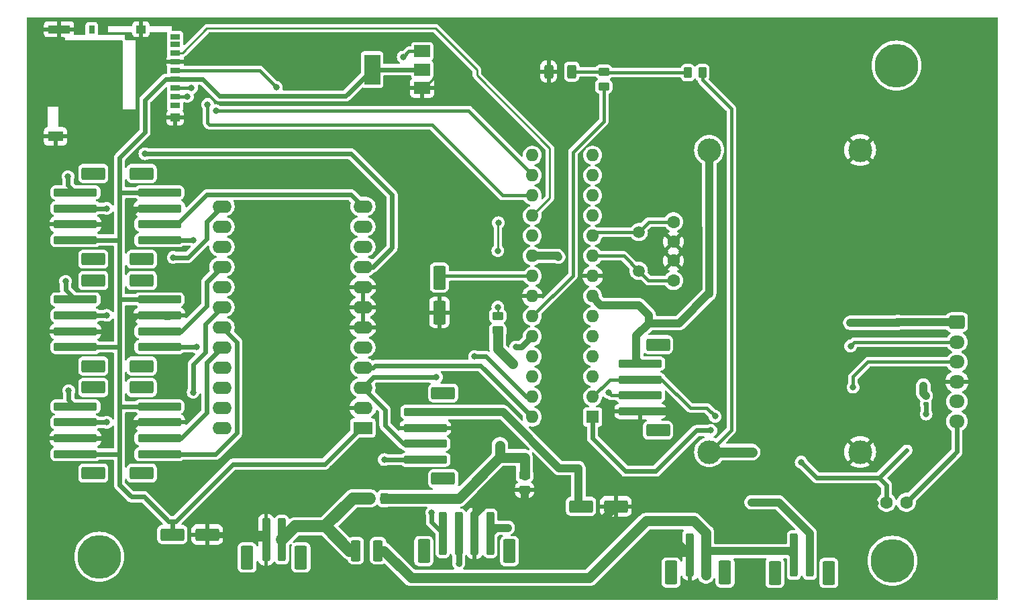
<source format=gbr>
G04 #@! TF.GenerationSoftware,KiCad,Pcbnew,8.0.1*
G04 #@! TF.CreationDate,2024-04-22T13:40:03+07:00*
G04 #@! TF.ProjectId,IncuTester_SMD,496e6375-5465-4737-9465-725f534d442e,rev?*
G04 #@! TF.SameCoordinates,Original*
G04 #@! TF.FileFunction,Copper,L1,Top*
G04 #@! TF.FilePolarity,Positive*
%FSLAX46Y46*%
G04 Gerber Fmt 4.6, Leading zero omitted, Abs format (unit mm)*
G04 Created by KiCad (PCBNEW 8.0.1) date 2024-04-22 13:40:03*
%MOMM*%
%LPD*%
G01*
G04 APERTURE LIST*
G04 Aperture macros list*
%AMRoundRect*
0 Rectangle with rounded corners*
0 $1 Rounding radius*
0 $2 $3 $4 $5 $6 $7 $8 $9 X,Y pos of 4 corners*
0 Add a 4 corners polygon primitive as box body*
4,1,4,$2,$3,$4,$5,$6,$7,$8,$9,$2,$3,0*
0 Add four circle primitives for the rounded corners*
1,1,$1+$1,$2,$3*
1,1,$1+$1,$4,$5*
1,1,$1+$1,$6,$7*
1,1,$1+$1,$8,$9*
0 Add four rect primitives between the rounded corners*
20,1,$1+$1,$2,$3,$4,$5,0*
20,1,$1+$1,$4,$5,$6,$7,0*
20,1,$1+$1,$6,$7,$8,$9,0*
20,1,$1+$1,$8,$9,$2,$3,0*%
G04 Aperture macros list end*
G04 #@! TA.AperFunction,SMDPad,CuDef*
%ADD10R,2.000000X1.500000*%
G04 #@! TD*
G04 #@! TA.AperFunction,SMDPad,CuDef*
%ADD11R,2.000000X3.800000*%
G04 #@! TD*
G04 #@! TA.AperFunction,SMDPad,CuDef*
%ADD12RoundRect,0.250000X0.250000X2.500000X-0.250000X2.500000X-0.250000X-2.500000X0.250000X-2.500000X0*%
G04 #@! TD*
G04 #@! TA.AperFunction,SMDPad,CuDef*
%ADD13RoundRect,0.250000X0.550000X1.250000X-0.550000X1.250000X-0.550000X-1.250000X0.550000X-1.250000X0*%
G04 #@! TD*
G04 #@! TA.AperFunction,SMDPad,CuDef*
%ADD14RoundRect,0.250000X-0.450000X0.262500X-0.450000X-0.262500X0.450000X-0.262500X0.450000X0.262500X0*%
G04 #@! TD*
G04 #@! TA.AperFunction,SMDPad,CuDef*
%ADD15RoundRect,0.250000X0.262500X0.450000X-0.262500X0.450000X-0.262500X-0.450000X0.262500X-0.450000X0*%
G04 #@! TD*
G04 #@! TA.AperFunction,ComponentPad*
%ADD16C,1.600000*%
G04 #@! TD*
G04 #@! TA.AperFunction,SMDPad,CuDef*
%ADD17RoundRect,0.250000X-2.500000X0.250000X-2.500000X-0.250000X2.500000X-0.250000X2.500000X0.250000X0*%
G04 #@! TD*
G04 #@! TA.AperFunction,SMDPad,CuDef*
%ADD18RoundRect,0.250000X-1.250000X0.550000X-1.250000X-0.550000X1.250000X-0.550000X1.250000X0.550000X0*%
G04 #@! TD*
G04 #@! TA.AperFunction,ComponentPad*
%ADD19C,3.000000*%
G04 #@! TD*
G04 #@! TA.AperFunction,SMDPad,CuDef*
%ADD20RoundRect,0.250000X-0.262500X-0.450000X0.262500X-0.450000X0.262500X0.450000X-0.262500X0.450000X0*%
G04 #@! TD*
G04 #@! TA.AperFunction,ComponentPad*
%ADD21R,2.400000X1.600000*%
G04 #@! TD*
G04 #@! TA.AperFunction,ComponentPad*
%ADD22O,2.400000X1.600000*%
G04 #@! TD*
G04 #@! TA.AperFunction,ComponentPad*
%ADD23R,1.600000X1.600000*%
G04 #@! TD*
G04 #@! TA.AperFunction,ComponentPad*
%ADD24O,1.600000X1.600000*%
G04 #@! TD*
G04 #@! TA.AperFunction,SMDPad,CuDef*
%ADD25RoundRect,0.250000X0.450000X-0.262500X0.450000X0.262500X-0.450000X0.262500X-0.450000X-0.262500X0*%
G04 #@! TD*
G04 #@! TA.AperFunction,ComponentPad*
%ADD26C,5.500000*%
G04 #@! TD*
G04 #@! TA.AperFunction,SMDPad,CuDef*
%ADD27RoundRect,0.135000X0.185000X-0.135000X0.185000X0.135000X-0.185000X0.135000X-0.185000X-0.135000X0*%
G04 #@! TD*
G04 #@! TA.AperFunction,SMDPad,CuDef*
%ADD28RoundRect,0.250000X2.500000X-0.250000X2.500000X0.250000X-2.500000X0.250000X-2.500000X-0.250000X0*%
G04 #@! TD*
G04 #@! TA.AperFunction,SMDPad,CuDef*
%ADD29RoundRect,0.250000X1.250000X-0.550000X1.250000X0.550000X-1.250000X0.550000X-1.250000X-0.550000X0*%
G04 #@! TD*
G04 #@! TA.AperFunction,SMDPad,CuDef*
%ADD30RoundRect,0.250000X-1.250000X-0.550000X1.250000X-0.550000X1.250000X0.550000X-1.250000X0.550000X0*%
G04 #@! TD*
G04 #@! TA.AperFunction,SMDPad,CuDef*
%ADD31RoundRect,0.250000X0.312500X0.625000X-0.312500X0.625000X-0.312500X-0.625000X0.312500X-0.625000X0*%
G04 #@! TD*
G04 #@! TA.AperFunction,SMDPad,CuDef*
%ADD32R,1.200000X0.700000*%
G04 #@! TD*
G04 #@! TA.AperFunction,SMDPad,CuDef*
%ADD33R,0.800000X1.000000*%
G04 #@! TD*
G04 #@! TA.AperFunction,SMDPad,CuDef*
%ADD34R,1.200000X1.000000*%
G04 #@! TD*
G04 #@! TA.AperFunction,SMDPad,CuDef*
%ADD35R,2.800000X1.000000*%
G04 #@! TD*
G04 #@! TA.AperFunction,SMDPad,CuDef*
%ADD36R,1.900000X1.300000*%
G04 #@! TD*
G04 #@! TA.AperFunction,ComponentPad*
%ADD37C,1.500000*%
G04 #@! TD*
G04 #@! TA.AperFunction,ComponentPad*
%ADD38RoundRect,0.250000X-0.725000X0.600000X-0.725000X-0.600000X0.725000X-0.600000X0.725000X0.600000X0*%
G04 #@! TD*
G04 #@! TA.AperFunction,ComponentPad*
%ADD39O,1.950000X1.700000*%
G04 #@! TD*
G04 #@! TA.AperFunction,SMDPad,CuDef*
%ADD40RoundRect,0.250000X0.375000X1.075000X-0.375000X1.075000X-0.375000X-1.075000X0.375000X-1.075000X0*%
G04 #@! TD*
G04 #@! TA.AperFunction,SMDPad,CuDef*
%ADD41RoundRect,0.250000X-0.550000X1.250000X-0.550000X-1.250000X0.550000X-1.250000X0.550000X1.250000X0*%
G04 #@! TD*
G04 #@! TA.AperFunction,ViaPad*
%ADD42C,0.800000*%
G04 #@! TD*
G04 #@! TA.AperFunction,Conductor*
%ADD43C,1.000000*%
G04 #@! TD*
G04 #@! TA.AperFunction,Conductor*
%ADD44C,0.600000*%
G04 #@! TD*
G04 #@! TA.AperFunction,Conductor*
%ADD45C,0.250000*%
G04 #@! TD*
G04 #@! TA.AperFunction,Conductor*
%ADD46C,0.400000*%
G04 #@! TD*
G04 #@! TA.AperFunction,Conductor*
%ADD47C,0.800000*%
G04 #@! TD*
G04 #@! TA.AperFunction,Conductor*
%ADD48C,1.500000*%
G04 #@! TD*
G04 #@! TA.AperFunction,Conductor*
%ADD49C,1.300000*%
G04 #@! TD*
G04 #@! TA.AperFunction,Profile*
%ADD50C,0.100000*%
G04 #@! TD*
G04 APERTURE END LIST*
D10*
X145390000Y-70880000D03*
X145390000Y-68580000D03*
D11*
X139090000Y-68580000D03*
D10*
X145390000Y-66280000D03*
D12*
X181200000Y-129800000D03*
X179200000Y-129800000D03*
D13*
X183600000Y-132050000D03*
X176800000Y-132050000D03*
D14*
X158300000Y-119787500D03*
X158300000Y-121612500D03*
D12*
X154000000Y-127100000D03*
X152000000Y-127100000D03*
X150000000Y-127100000D03*
X148000000Y-127100000D03*
D13*
X156400000Y-129350000D03*
X145600000Y-129350000D03*
D15*
X180744500Y-68961000D03*
X178919500Y-68961000D03*
D12*
X194300000Y-129850000D03*
X192300000Y-129850000D03*
D13*
X196700000Y-132100000D03*
X189900000Y-132100000D03*
D16*
X203982000Y-123190000D03*
X206482000Y-123190000D03*
D17*
X101650000Y-97600000D03*
X101650000Y-99600000D03*
X101650000Y-101600000D03*
X101650000Y-103600000D03*
D18*
X103900000Y-95200000D03*
X103900000Y-106000000D03*
D17*
X101650000Y-111100000D03*
X101650000Y-113100000D03*
X101650000Y-115100000D03*
X101650000Y-117100000D03*
D18*
X103900000Y-108700000D03*
X103900000Y-119500000D03*
D19*
X181610000Y-116840000D03*
X200660000Y-116840000D03*
X181610000Y-78740000D03*
X200660000Y-78740000D03*
D20*
X138787500Y-122682000D03*
X140612500Y-122682000D03*
D21*
X137902000Y-113797000D03*
D22*
X137902000Y-111257000D03*
X137902000Y-108717000D03*
X137902000Y-106177000D03*
X137902000Y-103637000D03*
X137902000Y-101097000D03*
X137902000Y-98557000D03*
X137902000Y-96017000D03*
X137902000Y-93477000D03*
X137902000Y-90937000D03*
X137902000Y-88397000D03*
X137902000Y-85857000D03*
X120122000Y-85857000D03*
X120122000Y-88397000D03*
X120122000Y-90937000D03*
X120122000Y-93477000D03*
X120122000Y-96017000D03*
X120122000Y-98557000D03*
X120122000Y-101097000D03*
X120122000Y-103637000D03*
X120122000Y-106177000D03*
X120122000Y-108717000D03*
X120122000Y-111257000D03*
X120122000Y-113797000D03*
D23*
X166904000Y-112416000D03*
D24*
X166904000Y-109876000D03*
X166904000Y-107336000D03*
X166904000Y-104796000D03*
X166904000Y-102256000D03*
X166904000Y-99716000D03*
X166904000Y-97176000D03*
X166904000Y-94636000D03*
X166904000Y-92096000D03*
X166904000Y-89556000D03*
X166904000Y-87016000D03*
X166904000Y-84476000D03*
X166904000Y-81936000D03*
X166904000Y-79396000D03*
X159284000Y-79396000D03*
X159284000Y-81936000D03*
X159284000Y-84476000D03*
X159284000Y-87016000D03*
X159284000Y-89556000D03*
X159284000Y-92096000D03*
X159284000Y-94636000D03*
X159284000Y-97176000D03*
X159284000Y-99716000D03*
X159284000Y-102256000D03*
X159284000Y-104796000D03*
X159284000Y-107336000D03*
X159284000Y-109876000D03*
X159284000Y-112416000D03*
D25*
X154940000Y-101496500D03*
X154940000Y-99671500D03*
D26*
X104648000Y-130048000D03*
D27*
X208950000Y-110800000D03*
X208950000Y-109780000D03*
D17*
X172900000Y-105700000D03*
X172900000Y-107700000D03*
X172900000Y-109700000D03*
X172900000Y-111700000D03*
D18*
X175150000Y-103300000D03*
X175150000Y-114100000D03*
D12*
X127700000Y-127900000D03*
X125700000Y-127900000D03*
D13*
X130100000Y-130150000D03*
X123300000Y-130150000D03*
D17*
X101650000Y-84100000D03*
X101650000Y-86100000D03*
X101650000Y-88100000D03*
X101650000Y-90100000D03*
D18*
X103900000Y-81700000D03*
X103900000Y-92500000D03*
D28*
X112250000Y-117100000D03*
X112250000Y-115100000D03*
X112250000Y-113100000D03*
X112250000Y-111100000D03*
D29*
X110000000Y-119500000D03*
X110000000Y-108700000D03*
D28*
X112250000Y-103600000D03*
X112250000Y-101600000D03*
X112250000Y-99600000D03*
X112250000Y-97600000D03*
D29*
X110000000Y-106000000D03*
X110000000Y-95200000D03*
D30*
X113878000Y-127254000D03*
X118278000Y-127254000D03*
D26*
X204724000Y-130556000D03*
D31*
X164276500Y-68834000D03*
X161351500Y-68834000D03*
D25*
X168300000Y-70712500D03*
X168300000Y-68887500D03*
D16*
X177100000Y-87800000D03*
X177100000Y-90300000D03*
D30*
X165440000Y-123698000D03*
X169840000Y-123698000D03*
D16*
X177100000Y-95200000D03*
X177100000Y-92700000D03*
D32*
X114218000Y-73100000D03*
X114218000Y-72000000D03*
X114218000Y-70900000D03*
X114218000Y-69800000D03*
X114218000Y-68700000D03*
X114218000Y-67600000D03*
X114218000Y-66500000D03*
X114218000Y-65400000D03*
X114218000Y-64450000D03*
D33*
X103718000Y-63500000D03*
D34*
X109918000Y-63500000D03*
D35*
X99568000Y-63500000D03*
D34*
X114218000Y-74650000D03*
D36*
X99118000Y-77000000D03*
D37*
X172720000Y-93980000D03*
X172720000Y-89080000D03*
D17*
X145800000Y-111800000D03*
X145800000Y-113800000D03*
X145800000Y-115800000D03*
X145800000Y-117800000D03*
D18*
X148050000Y-109400000D03*
X148050000Y-120200000D03*
D28*
X112250000Y-90100000D03*
X112250000Y-88100000D03*
X112250000Y-86100000D03*
X112250000Y-84100000D03*
D29*
X110000000Y-92500000D03*
X110000000Y-81700000D03*
D38*
X212852000Y-100470000D03*
D39*
X212852000Y-102970000D03*
X212852000Y-105470000D03*
X212852000Y-107970000D03*
X212852000Y-110470000D03*
X212852000Y-112970000D03*
D40*
X139830000Y-129286000D03*
X137030000Y-129286000D03*
D41*
X147574000Y-94828000D03*
X147574000Y-99228000D03*
D26*
X205232000Y-68072000D03*
D42*
X215752000Y-109000000D03*
X154300000Y-68300000D03*
X144600000Y-64400000D03*
X215752000Y-106500000D03*
X120650000Y-127254000D03*
X147400000Y-88100000D03*
X96300000Y-97100000D03*
X96600000Y-77400000D03*
X144900000Y-86700000D03*
X176600000Y-106900000D03*
X215752000Y-107800000D03*
X133400000Y-120200000D03*
X146000000Y-64300000D03*
X108300000Y-88100000D03*
X198000000Y-116000000D03*
X169300000Y-93400000D03*
X154400000Y-69400000D03*
X201500000Y-113800000D03*
X152000000Y-130900000D03*
X121300000Y-124500000D03*
X191000000Y-67200000D03*
X150000000Y-113800000D03*
X176600000Y-111700000D03*
X162800000Y-98700000D03*
X174200000Y-128100000D03*
X201600000Y-124300000D03*
X174200000Y-131000000D03*
X179700000Y-95200000D03*
X199600000Y-81900000D03*
X120100000Y-124700000D03*
X202500000Y-121200000D03*
X150300000Y-69300000D03*
X174200000Y-129500000D03*
X134000000Y-118900000D03*
X115800000Y-67600000D03*
X175100000Y-127100000D03*
X147700000Y-67200000D03*
X140208000Y-98552000D03*
X179600000Y-96600000D03*
X172212000Y-123698000D03*
X168800000Y-94400000D03*
X135500000Y-118600000D03*
X105600000Y-115100000D03*
X200400000Y-124600000D03*
X119380000Y-81788000D03*
X194800000Y-70300000D03*
X109600000Y-125200000D03*
X121500000Y-77700000D03*
X120500000Y-123400000D03*
X198400000Y-80900000D03*
X187900000Y-132200000D03*
X96200000Y-89900000D03*
X150500000Y-82100000D03*
X147574000Y-101600000D03*
X108300000Y-101600000D03*
X204000000Y-77900000D03*
X96100000Y-86200000D03*
X191400000Y-70200000D03*
X204000000Y-80300000D03*
X197800000Y-78000000D03*
X185500000Y-132200000D03*
X200000000Y-113800000D03*
X204000000Y-76500000D03*
X96200000Y-89900000D03*
X96300000Y-93300000D03*
X215752000Y-104470000D03*
X180100000Y-94300000D03*
X111100000Y-125300000D03*
X202600000Y-123300000D03*
X105600000Y-101600000D03*
X124100000Y-77700000D03*
X181500000Y-98900000D03*
X204000000Y-79000000D03*
X198800000Y-114700000D03*
X186700000Y-132200000D03*
X150300000Y-67900000D03*
X120650000Y-127254000D03*
X158300000Y-123800000D03*
X108300000Y-115100000D03*
X198000000Y-79700000D03*
X194400000Y-67200000D03*
X147700000Y-65400000D03*
X105600000Y-88100000D03*
X152600000Y-84600000D03*
X181640000Y-96740000D03*
X208630000Y-108450000D03*
X205330000Y-100430000D03*
X165100000Y-118872000D03*
X162560000Y-92202000D03*
X143000000Y-67000000D03*
X177800000Y-100584000D03*
X156200000Y-126400000D03*
X199410000Y-100540000D03*
X147200000Y-107400000D03*
X152000000Y-104800000D03*
X140600000Y-117800000D03*
X186944000Y-116840000D03*
X186944000Y-123190000D03*
X168881107Y-109313107D03*
X199450000Y-103470000D03*
X199760000Y-108660000D03*
X182350000Y-112340000D03*
X150000000Y-130900000D03*
X157200000Y-103600000D03*
X146600000Y-124500000D03*
X119350000Y-73770000D03*
X115768873Y-71975491D03*
X116300000Y-70900000D03*
X118330000Y-72990000D03*
X127000000Y-70815500D03*
X110400000Y-79200000D03*
X100700000Y-82100000D03*
X105600000Y-86100000D03*
X116500000Y-90100000D03*
X114000000Y-92300000D03*
X100400000Y-95300000D03*
X105600000Y-99600000D03*
X116900000Y-103600000D03*
X100800000Y-109100000D03*
X105600000Y-113100000D03*
X116500000Y-109300000D03*
X155000000Y-87900000D03*
X154940000Y-98552000D03*
X154940000Y-91440000D03*
X156800000Y-105700000D03*
X155200000Y-116000000D03*
X193220000Y-118120000D03*
X181830000Y-114120000D03*
X208980000Y-112050000D03*
D43*
X157950000Y-123450000D02*
X153266726Y-123450000D01*
X125054000Y-127254000D02*
X120650000Y-127254000D01*
D44*
X109500000Y-86100000D02*
X108300000Y-87300000D01*
D45*
X152000000Y-130900000D02*
X152000000Y-130800000D01*
X148620000Y-67900000D02*
X150300000Y-67900000D01*
D43*
X125700000Y-127900000D02*
X125054000Y-127254000D01*
D44*
X112250000Y-86100000D02*
X109500000Y-86100000D01*
D45*
X169840000Y-123698000D02*
X172212000Y-123698000D01*
D46*
X161351500Y-68834000D02*
X154966000Y-68834000D01*
D43*
X158300000Y-123800000D02*
X159898000Y-125398000D01*
X179200000Y-129800000D02*
X176500000Y-127100000D01*
X152000000Y-124716726D02*
X152000000Y-127100000D01*
D45*
X145390000Y-70880000D02*
X145640000Y-70880000D01*
D43*
X168140000Y-125398000D02*
X169840000Y-123698000D01*
D44*
X109500000Y-99600000D02*
X108300000Y-100800000D01*
D46*
X154966000Y-68834000D02*
X154400000Y-69400000D01*
D44*
X108300000Y-87300000D02*
X108300000Y-88100000D01*
X101650000Y-88100000D02*
X105600000Y-88100000D01*
X109500000Y-113100000D02*
X108300000Y-114300000D01*
D43*
X159898000Y-125398000D02*
X168140000Y-125398000D01*
D44*
X101650000Y-115100000D02*
X105600000Y-115100000D01*
D45*
X120396000Y-127254000D02*
X120650000Y-127000000D01*
D46*
X115800000Y-67600000D02*
X114218000Y-67600000D01*
D44*
X101650000Y-101600000D02*
X105600000Y-101600000D01*
D45*
X152000000Y-127100000D02*
X152000000Y-130900000D01*
X158980000Y-97480000D02*
X159284000Y-97176000D01*
D44*
X112250000Y-113100000D02*
X109500000Y-113100000D01*
X108300000Y-114300000D02*
X108300000Y-115100000D01*
D43*
X176500000Y-127100000D02*
X175100000Y-127100000D01*
D44*
X108300000Y-100800000D02*
X108300000Y-101600000D01*
D45*
X147574000Y-99228000D02*
X147574000Y-101600000D01*
D43*
X158300000Y-121612500D02*
X158300000Y-123800000D01*
X158300000Y-123800000D02*
X157950000Y-123450000D01*
D45*
X145640000Y-70880000D02*
X148620000Y-67900000D01*
D47*
X118278000Y-127254000D02*
X120396000Y-127254000D01*
D45*
X112870000Y-100000000D02*
X113550000Y-100000000D01*
D46*
X145800000Y-113800000D02*
X150000000Y-113800000D01*
D43*
X172900000Y-111700000D02*
X176600000Y-111700000D01*
X153266726Y-123450000D02*
X152000000Y-124716726D01*
D44*
X112250000Y-99600000D02*
X109500000Y-99600000D01*
D43*
X165100000Y-118872000D02*
X165100000Y-123358000D01*
X166904000Y-97176000D02*
X166904000Y-97272629D01*
X205330000Y-100430000D02*
X205450000Y-100430000D01*
X166904000Y-97272629D02*
X167929371Y-98298000D01*
X155615000Y-111800000D02*
X145800000Y-111800000D01*
X167929371Y-98298000D02*
X172720000Y-98298000D01*
X208630000Y-109460000D02*
X208950000Y-109780000D01*
X162454000Y-92096000D02*
X159284000Y-92096000D01*
X205330000Y-100550000D02*
X205330000Y-100430000D01*
X173990000Y-99568000D02*
X173990000Y-100584000D01*
D46*
X145390000Y-66280000D02*
X143720000Y-66280000D01*
D43*
X181640000Y-96740000D02*
X181640000Y-96744000D01*
X181590000Y-96790000D02*
X181610000Y-96810000D01*
X173990000Y-100584000D02*
X177800000Y-100584000D01*
X172900000Y-105700000D02*
X172400000Y-105200000D01*
X162687000Y-118872000D02*
X155615000Y-111800000D01*
X165100000Y-118872000D02*
X162687000Y-118872000D01*
X181640000Y-96744000D02*
X177800000Y-100584000D01*
X205410000Y-100470000D02*
X212852000Y-100470000D01*
X205340000Y-100540000D02*
X205330000Y-100550000D01*
X172400000Y-105200000D02*
X172400000Y-102174000D01*
X181610000Y-96810000D02*
X181610000Y-96873878D01*
X162560000Y-92202000D02*
X162454000Y-92096000D01*
X154700000Y-126400000D02*
X154000000Y-127100000D01*
X156200000Y-126400000D02*
X154700000Y-126400000D01*
X165100000Y-123358000D02*
X165440000Y-123698000D01*
X181610000Y-78740000D02*
X181640000Y-96740000D01*
X172720000Y-98298000D02*
X173990000Y-99568000D01*
X205450000Y-100430000D02*
X205410000Y-100470000D01*
X181610000Y-96770000D02*
X181590000Y-96790000D01*
X181640000Y-96740000D02*
X181610000Y-96770000D01*
X208630000Y-108450000D02*
X208630000Y-109460000D01*
D46*
X143720000Y-66280000D02*
X143000000Y-67000000D01*
D43*
X205340000Y-100540000D02*
X205460000Y-100540000D01*
X199410000Y-100540000D02*
X205340000Y-100540000D01*
X172400000Y-102174000D02*
X173990000Y-100584000D01*
D46*
X159284000Y-94636000D02*
X147766000Y-94636000D01*
D45*
X147766000Y-94636000D02*
X147574000Y-94828000D01*
D46*
X166904000Y-92096000D02*
X170836000Y-92096000D01*
X172720000Y-93980000D02*
X173940000Y-95200000D01*
X170836000Y-92096000D02*
X172720000Y-93980000D01*
X173940000Y-95200000D02*
X177100000Y-95200000D01*
X174000000Y-87800000D02*
X172720000Y-89080000D01*
D45*
X167380000Y-89080000D02*
X166904000Y-89556000D01*
D46*
X172720000Y-89080000D02*
X167380000Y-89080000D01*
X177100000Y-87800000D02*
X174000000Y-87800000D01*
D48*
X136638000Y-122682000D02*
X138787500Y-122682000D01*
X129400000Y-126200000D02*
X127700000Y-127900000D01*
X133120000Y-126200000D02*
X136638000Y-122682000D01*
X136280000Y-129286000D02*
X133194000Y-126200000D01*
D45*
X135890000Y-129286000D02*
X136280000Y-129286000D01*
D48*
X133120000Y-126200000D02*
X129400000Y-126200000D01*
X133194000Y-126200000D02*
X133120000Y-126200000D01*
D43*
X191800000Y-129350000D02*
X181650000Y-129350000D01*
D49*
X143994000Y-132700000D02*
X166500000Y-132700000D01*
X181200000Y-127050000D02*
X181200000Y-129800000D01*
D43*
X192300000Y-129850000D02*
X191800000Y-129350000D01*
D49*
X140580000Y-129286000D02*
X143994000Y-132700000D01*
X166500000Y-132700000D02*
X173650000Y-125550000D01*
D43*
X181650000Y-129350000D02*
X181200000Y-129800000D01*
D49*
X179700000Y-125550000D02*
X181200000Y-127050000D01*
X173650000Y-125550000D02*
X179700000Y-125550000D01*
X181200000Y-129800000D02*
X181200000Y-132395406D01*
D44*
X140700000Y-113450000D02*
X140700000Y-111515000D01*
X153400000Y-104800000D02*
X158476000Y-109876000D01*
X152000000Y-104800000D02*
X153400000Y-104800000D01*
X158476000Y-109876000D02*
X159284000Y-109876000D01*
X137902000Y-108717000D02*
X139219000Y-107400000D01*
X143050000Y-115800000D02*
X140700000Y-113450000D01*
X140700000Y-111515000D02*
X137902000Y-108717000D01*
X139219000Y-107400000D02*
X147200000Y-107400000D01*
D45*
X137902000Y-108717000D02*
X138435000Y-108717000D01*
D44*
X145800000Y-115800000D02*
X143050000Y-115800000D01*
X140600000Y-117800000D02*
X145800000Y-117800000D01*
X137902000Y-106177000D02*
X139184000Y-106177000D01*
X152786000Y-105918000D02*
X159284000Y-112416000D01*
X139443000Y-105918000D02*
X152786000Y-105918000D01*
X139184000Y-106177000D02*
X139443000Y-105918000D01*
D46*
X184400000Y-73529000D02*
X184400000Y-114050000D01*
D43*
X190390000Y-123190000D02*
X186944000Y-123190000D01*
X194300000Y-127100000D02*
X190390000Y-123190000D01*
D49*
X186944000Y-116840000D02*
X181610000Y-116840000D01*
D43*
X194300000Y-129850000D02*
X194300000Y-127100000D01*
D46*
X180744500Y-69873500D02*
X184400000Y-73529000D01*
X184400000Y-114050000D02*
X181610000Y-116840000D01*
X180744500Y-68961000D02*
X180744500Y-69873500D01*
D49*
X187003878Y-116840000D02*
X186944000Y-116840000D01*
D46*
X199950000Y-102970000D02*
X199450000Y-103470000D01*
X212852000Y-102970000D02*
X199950000Y-102970000D01*
X169268000Y-109700000D02*
X172900000Y-109700000D01*
X168881107Y-109313107D02*
X169268000Y-109700000D01*
X179212000Y-111262000D02*
X181272000Y-111262000D01*
X175650000Y-107700000D02*
X179212000Y-111262000D01*
X182350000Y-112340000D02*
X182390000Y-112340000D01*
X199760000Y-108660000D02*
X199760000Y-107326000D01*
X199760000Y-107326000D02*
X201616000Y-105470000D01*
X181272000Y-111262000D02*
X182350000Y-112340000D01*
X172900000Y-107700000D02*
X175650000Y-107700000D01*
X169080000Y-107700000D02*
X172900000Y-107700000D01*
X201616000Y-105470000D02*
X212852000Y-105470000D01*
X182390000Y-112340000D02*
X182390000Y-112340000D01*
X182350000Y-112380000D02*
X182350000Y-112340000D01*
X166904000Y-109876000D02*
X169080000Y-107700000D01*
D47*
X157200000Y-103600000D02*
X157940000Y-103600000D01*
X150000000Y-130900000D02*
X150000000Y-127100000D01*
X157940000Y-103600000D02*
X159284000Y-102256000D01*
D44*
X146600000Y-125700000D02*
X148000000Y-127100000D01*
X146600000Y-124500000D02*
X146600000Y-125700000D01*
D46*
X151240000Y-73770000D02*
X119350000Y-73770000D01*
D45*
X119320000Y-73740000D02*
X119240000Y-73740000D01*
X115744364Y-72000000D02*
X115768873Y-71975491D01*
D46*
X114218000Y-72000000D02*
X115744364Y-72000000D01*
D45*
X119350000Y-73770000D02*
X119320000Y-73740000D01*
D46*
X159284000Y-81936000D02*
X159284000Y-81814000D01*
X159284000Y-81814000D02*
X151240000Y-73770000D01*
X159284000Y-84476000D02*
X155576000Y-84476000D01*
X118315000Y-75324620D02*
X118315000Y-73005000D01*
X118505380Y-75515000D02*
X118315000Y-75324620D01*
X146615000Y-75515000D02*
X118505380Y-75515000D01*
X155576000Y-84476000D02*
X146615000Y-75515000D01*
D45*
X118315000Y-72975000D02*
X118315000Y-72965000D01*
X118330000Y-72990000D02*
X118315000Y-72975000D01*
D46*
X114218000Y-70900000D02*
X116300000Y-70900000D01*
D45*
X118315000Y-73005000D02*
X118330000Y-72990000D01*
D46*
X114218000Y-68700000D02*
X124884500Y-68700000D01*
X124884500Y-68700000D02*
X127000000Y-70815500D01*
D45*
X152300000Y-69300000D02*
X161500000Y-78500000D01*
X161500000Y-84800000D02*
X159284000Y-87016000D01*
X147083148Y-63375000D02*
X152300000Y-68591852D01*
X152300000Y-68591852D02*
X152300000Y-69300000D01*
X118243000Y-63375000D02*
X147083148Y-63375000D01*
X161500000Y-78500000D02*
X161500000Y-84800000D01*
X115118000Y-66500000D02*
X118243000Y-63375000D01*
X114218000Y-66500000D02*
X115118000Y-66500000D01*
D44*
X141600000Y-91061000D02*
X139184000Y-93477000D01*
X110400000Y-79200000D02*
X136400000Y-79200000D01*
X139184000Y-93477000D02*
X137902000Y-93477000D01*
X100700000Y-83150000D02*
X101650000Y-84100000D01*
X136400000Y-79200000D02*
X141600000Y-84400000D01*
X141600000Y-84400000D02*
X141600000Y-91061000D01*
X100700000Y-82100000D02*
X100700000Y-83150000D01*
X105600000Y-86100000D02*
X101650000Y-86100000D01*
X116500000Y-90100000D02*
X112250000Y-90100000D01*
X114500000Y-88100000D02*
X112250000Y-88100000D01*
X118243000Y-84357000D02*
X114500000Y-88100000D01*
X136402000Y-84357000D02*
X118243000Y-84357000D01*
X137902000Y-85857000D02*
X136402000Y-84357000D01*
X120122000Y-85857000D02*
X118222000Y-87757000D01*
X115855635Y-92300000D02*
X114000000Y-92300000D01*
X118222000Y-87757000D02*
X118222000Y-89933635D01*
X118222000Y-89933635D02*
X115855635Y-92300000D01*
X100400000Y-95300000D02*
X100400000Y-96350000D01*
X100400000Y-96350000D02*
X101650000Y-97600000D01*
X101650000Y-99600000D02*
X105600000Y-99600000D01*
X112250000Y-103600000D02*
X116900000Y-103600000D01*
X118222000Y-95377000D02*
X120122000Y-93477000D01*
X115000000Y-101600000D02*
X118222000Y-98378000D01*
X118222000Y-98378000D02*
X118222000Y-95377000D01*
X112250000Y-101600000D02*
X115000000Y-101600000D01*
X100800000Y-110250000D02*
X101650000Y-111100000D01*
X100800000Y-109100000D02*
X100800000Y-110250000D01*
X118000000Y-100679000D02*
X118000000Y-104300000D01*
X120122000Y-98557000D02*
X118000000Y-100679000D01*
X105600000Y-113100000D02*
X105500000Y-113100000D01*
X118000000Y-104300000D02*
X116500000Y-105800000D01*
X116500000Y-105800000D02*
X116500000Y-109300000D01*
X116500000Y-109300000D02*
X116500000Y-109400000D01*
X101650000Y-113100000D02*
X105600000Y-113100000D01*
X112250000Y-117100000D02*
X119340320Y-117100000D01*
X119340320Y-117100000D02*
X122022000Y-114418320D01*
X122022000Y-102997000D02*
X120122000Y-101097000D01*
X122022000Y-114418320D02*
X122022000Y-102997000D01*
X118222000Y-105537000D02*
X120122000Y-103637000D01*
X118222000Y-111878320D02*
X118222000Y-105537000D01*
X112250000Y-115100000D02*
X115000320Y-115100000D01*
X115000320Y-115100000D02*
X118222000Y-111878320D01*
D45*
X154940000Y-98552000D02*
X154940000Y-99671500D01*
X155000000Y-87900000D02*
X154940000Y-87960000D01*
X154940000Y-87960000D02*
X154940000Y-91440000D01*
D46*
X164400000Y-79000000D02*
X168300000Y-75100000D01*
X159284000Y-99716000D02*
X164400000Y-94600000D01*
X164400000Y-94600000D02*
X164400000Y-79000000D01*
X168300000Y-75100000D02*
X168300000Y-70712500D01*
X168246500Y-68834000D02*
X164276500Y-68834000D01*
D45*
X168300000Y-68887500D02*
X168246500Y-68834000D01*
D46*
X178919500Y-68961000D02*
X168373500Y-68961000D01*
D45*
X168373500Y-68961000D02*
X168300000Y-68887500D01*
D49*
X155200000Y-117500000D02*
X155200000Y-116000000D01*
X150018000Y-122682000D02*
X155200000Y-117500000D01*
X154940000Y-103840000D02*
X154940000Y-101600000D01*
X158300000Y-117520000D02*
X158300000Y-119787500D01*
X155220000Y-117520000D02*
X155200000Y-117500000D01*
X156800000Y-105700000D02*
X154940000Y-103840000D01*
X158300000Y-117520000D02*
X155220000Y-117520000D01*
X140612500Y-122682000D02*
X150018000Y-122682000D01*
D44*
X107200000Y-111000000D02*
X107200000Y-117100000D01*
X119815500Y-71915500D02*
X135754500Y-71915500D01*
X107200000Y-103600000D02*
X101650000Y-103600000D01*
X117700000Y-69800000D02*
X119815500Y-71915500D01*
X133096000Y-118364000D02*
X121536000Y-118364000D01*
X137902000Y-113797000D02*
X137663000Y-113797000D01*
X107200000Y-79700000D02*
X107200000Y-84000000D01*
X107200000Y-97500000D02*
X107300000Y-97600000D01*
X107300000Y-111100000D02*
X112250000Y-111100000D01*
X107200000Y-103600000D02*
X107200000Y-111000000D01*
X107200000Y-84000000D02*
X107300000Y-84100000D01*
X107200000Y-117100000D02*
X101650000Y-117100000D01*
X110308000Y-122500000D02*
X113408000Y-125600000D01*
X107200000Y-121000000D02*
X108700000Y-122500000D01*
X113408000Y-125600000D02*
X113792000Y-125600000D01*
X139090000Y-68580000D02*
X145390000Y-68580000D01*
X107300000Y-84100000D02*
X112250000Y-84100000D01*
X107200000Y-84000000D02*
X107200000Y-90100000D01*
X113018000Y-69800000D02*
X110400000Y-72418000D01*
X137663000Y-113797000D02*
X133096000Y-118364000D01*
X135754500Y-71915500D02*
X139090000Y-68580000D01*
X110400000Y-72418000D02*
X110400000Y-76500000D01*
X107200000Y-90100000D02*
X107200000Y-97500000D01*
X107200000Y-111000000D02*
X107300000Y-111100000D01*
X110400000Y-76500000D02*
X107200000Y-79700000D01*
X107200000Y-117100000D02*
X107200000Y-121000000D01*
X121536000Y-118364000D02*
X114300000Y-125600000D01*
X113792000Y-125600000D02*
X114300000Y-125600000D01*
X107200000Y-97500000D02*
X107200000Y-103600000D01*
X107200000Y-90100000D02*
X101650000Y-90100000D01*
X114218000Y-69800000D02*
X117700000Y-69800000D01*
X114218000Y-69800000D02*
X113018000Y-69800000D01*
X108700000Y-122500000D02*
X110308000Y-122500000D01*
X113878000Y-125686000D02*
X113878000Y-127254000D01*
X113792000Y-125600000D02*
X113878000Y-125686000D01*
X107300000Y-97600000D02*
X112250000Y-97600000D01*
X195200000Y-120100000D02*
X203050000Y-120100000D01*
X166904000Y-112416000D02*
X166904000Y-115104000D01*
X208980000Y-112050000D02*
X208950000Y-112020000D01*
X174871000Y-119261000D02*
X180012000Y-114120000D01*
X193220000Y-118120000D02*
X195200000Y-120100000D01*
X171061000Y-119261000D02*
X174871000Y-119261000D01*
X180012000Y-114120000D02*
X181830000Y-114120000D01*
X203982000Y-121032000D02*
X203050000Y-120100000D01*
X208950000Y-110800000D02*
X208980000Y-112050000D01*
X203050000Y-120100000D02*
X206550000Y-116600000D01*
X166904000Y-115104000D02*
X171061000Y-119261000D01*
X181830000Y-114040871D02*
X181830871Y-114040000D01*
X181830000Y-114120000D02*
X181830000Y-114040871D01*
X203982000Y-123190000D02*
X203982000Y-121032000D01*
X212852000Y-112970000D02*
X212852000Y-116820000D01*
X212852000Y-116820000D02*
X206482000Y-123190000D01*
G04 #@! TA.AperFunction,Conductor*
G36*
X109296231Y-84820185D02*
G01*
X109316874Y-84836820D01*
X109348129Y-84868076D01*
X109348133Y-84868079D01*
X109348135Y-84868081D01*
X109421600Y-84911528D01*
X109465752Y-84937639D01*
X109513435Y-84988708D01*
X109525939Y-85057449D01*
X109499294Y-85122039D01*
X109441959Y-85161969D01*
X109441641Y-85162075D01*
X109430883Y-85165640D01*
X109430875Y-85165643D01*
X109281654Y-85257684D01*
X109157684Y-85381654D01*
X109065643Y-85530875D01*
X109065641Y-85530880D01*
X109010494Y-85697302D01*
X109010493Y-85697309D01*
X109000000Y-85800013D01*
X109000000Y-85850000D01*
X112376000Y-85850000D01*
X112443039Y-85869685D01*
X112488794Y-85922489D01*
X112500000Y-85974000D01*
X112500000Y-86226000D01*
X112480315Y-86293039D01*
X112427511Y-86338794D01*
X112376000Y-86350000D01*
X109000001Y-86350000D01*
X109000001Y-86399986D01*
X109010494Y-86502697D01*
X109065641Y-86669119D01*
X109065643Y-86669124D01*
X109157684Y-86818345D01*
X109281654Y-86942315D01*
X109430875Y-87034356D01*
X109430880Y-87034358D01*
X109441635Y-87037922D01*
X109499080Y-87077694D01*
X109525903Y-87142210D01*
X109513588Y-87210986D01*
X109466045Y-87262186D01*
X109465752Y-87262360D01*
X109348138Y-87331916D01*
X109348129Y-87331923D01*
X109231923Y-87448129D01*
X109231917Y-87448137D01*
X109148255Y-87589603D01*
X109148254Y-87589606D01*
X109102402Y-87747426D01*
X109102401Y-87747432D01*
X109099500Y-87784298D01*
X109099500Y-88415701D01*
X109102401Y-88452567D01*
X109102402Y-88452573D01*
X109148254Y-88610393D01*
X109148255Y-88610396D01*
X109231917Y-88751862D01*
X109231923Y-88751870D01*
X109348129Y-88868076D01*
X109348133Y-88868079D01*
X109348135Y-88868081D01*
X109489602Y-88951744D01*
X109489603Y-88951744D01*
X109489606Y-88951746D01*
X109590037Y-88980924D01*
X109648923Y-89018530D01*
X109678129Y-89082003D01*
X109668383Y-89151189D01*
X109622779Y-89204124D01*
X109590037Y-89219076D01*
X109489606Y-89248253D01*
X109489603Y-89248255D01*
X109348137Y-89331917D01*
X109348129Y-89331923D01*
X109231923Y-89448129D01*
X109231917Y-89448137D01*
X109148255Y-89589603D01*
X109148254Y-89589606D01*
X109102402Y-89747426D01*
X109102401Y-89747432D01*
X109099500Y-89784298D01*
X109099500Y-90415701D01*
X109102401Y-90452567D01*
X109102402Y-90452573D01*
X109148254Y-90610393D01*
X109148255Y-90610396D01*
X109148256Y-90610398D01*
X109175155Y-90655882D01*
X109231917Y-90751862D01*
X109231923Y-90751870D01*
X109348129Y-90868076D01*
X109348133Y-90868079D01*
X109348135Y-90868081D01*
X109489602Y-90951744D01*
X109531224Y-90963836D01*
X109647426Y-90997597D01*
X109647429Y-90997597D01*
X109647431Y-90997598D01*
X109684306Y-91000500D01*
X109684314Y-91000500D01*
X114815686Y-91000500D01*
X114815694Y-91000500D01*
X114852569Y-90997598D01*
X114852571Y-90997597D01*
X114852573Y-90997597D01*
X114894191Y-90985505D01*
X115010398Y-90951744D01*
X115151865Y-90868081D01*
X115183126Y-90836820D01*
X115244448Y-90803334D01*
X115270808Y-90800500D01*
X116065116Y-90800500D01*
X116132155Y-90820185D01*
X116177910Y-90872989D01*
X116187854Y-90942147D01*
X116158829Y-91005703D01*
X116152797Y-91012181D01*
X115601797Y-91563181D01*
X115540474Y-91596666D01*
X115514116Y-91599500D01*
X114425494Y-91599500D01*
X114359523Y-91580494D01*
X114349525Y-91574212D01*
X114179254Y-91514631D01*
X114179249Y-91514630D01*
X114000004Y-91494435D01*
X113999996Y-91494435D01*
X113820750Y-91514630D01*
X113820745Y-91514631D01*
X113650476Y-91574211D01*
X113497737Y-91670184D01*
X113370184Y-91797737D01*
X113274211Y-91950476D01*
X113214631Y-92120745D01*
X113214630Y-92120750D01*
X113194435Y-92299996D01*
X113194435Y-92300003D01*
X113214630Y-92479249D01*
X113214631Y-92479254D01*
X113274211Y-92649523D01*
X113353704Y-92776035D01*
X113370184Y-92802262D01*
X113497738Y-92929816D01*
X113567385Y-92973578D01*
X113650474Y-93025787D01*
X113650478Y-93025789D01*
X113770807Y-93067894D01*
X113820745Y-93085368D01*
X113820750Y-93085369D01*
X113999996Y-93105565D01*
X114000000Y-93105565D01*
X114000004Y-93105565D01*
X114179249Y-93085369D01*
X114179252Y-93085368D01*
X114179255Y-93085368D01*
X114349522Y-93025789D01*
X114350488Y-93025181D01*
X114359523Y-93019506D01*
X114425494Y-93000500D01*
X115924631Y-93000500D01*
X116015675Y-92982389D01*
X116059963Y-92973580D01*
X116127498Y-92945606D01*
X116187442Y-92920777D01*
X116187443Y-92920776D01*
X116187446Y-92920775D01*
X116302178Y-92844114D01*
X118309819Y-90836470D01*
X118371142Y-90802986D01*
X118440833Y-90807970D01*
X118496767Y-90849841D01*
X118521184Y-90915306D01*
X118521500Y-90924152D01*
X118521500Y-91031486D01*
X118551059Y-91218118D01*
X118609454Y-91397836D01*
X118686033Y-91548129D01*
X118695240Y-91566199D01*
X118806310Y-91719073D01*
X118939927Y-91852690D01*
X119092801Y-91963760D01*
X119113931Y-91974526D01*
X119261163Y-92049545D01*
X119261165Y-92049545D01*
X119261168Y-92049547D01*
X119350734Y-92078649D01*
X119382803Y-92089069D01*
X119440478Y-92128507D01*
X119467676Y-92192866D01*
X119455761Y-92261712D01*
X119408516Y-92313188D01*
X119382803Y-92324931D01*
X119261163Y-92364454D01*
X119092800Y-92450240D01*
X119011150Y-92509563D01*
X118939927Y-92561310D01*
X118939925Y-92561312D01*
X118939924Y-92561312D01*
X118806312Y-92694924D01*
X118806312Y-92694925D01*
X118806310Y-92694927D01*
X118780326Y-92730691D01*
X118695240Y-92847800D01*
X118609454Y-93016163D01*
X118551059Y-93195881D01*
X118521500Y-93382513D01*
X118521500Y-93571486D01*
X118551059Y-93758118D01*
X118574459Y-93830132D01*
X118600897Y-93911500D01*
X118600945Y-93911646D01*
X118602940Y-93981487D01*
X118570695Y-94037646D01*
X117677887Y-94930454D01*
X117601222Y-95045192D01*
X117548421Y-95172667D01*
X117548418Y-95172679D01*
X117527259Y-95279055D01*
X117527259Y-95279059D01*
X117521500Y-95308007D01*
X117521500Y-98036480D01*
X117501815Y-98103519D01*
X117485181Y-98124161D01*
X115711681Y-99897660D01*
X115650358Y-99931145D01*
X115580666Y-99926161D01*
X115524733Y-99884289D01*
X115519048Y-99869048D01*
X115500000Y-99850000D01*
X109000001Y-99850000D01*
X109000001Y-99899986D01*
X109010494Y-100002697D01*
X109065641Y-100169119D01*
X109065643Y-100169124D01*
X109157684Y-100318345D01*
X109281654Y-100442315D01*
X109430875Y-100534356D01*
X109430880Y-100534358D01*
X109441635Y-100537922D01*
X109499080Y-100577694D01*
X109525903Y-100642210D01*
X109513588Y-100710986D01*
X109466045Y-100762186D01*
X109465752Y-100762360D01*
X109348138Y-100831916D01*
X109348129Y-100831923D01*
X109231923Y-100948129D01*
X109231917Y-100948137D01*
X109148255Y-101089603D01*
X109148254Y-101089606D01*
X109102402Y-101247426D01*
X109102401Y-101247432D01*
X109099500Y-101284298D01*
X109099500Y-101915701D01*
X109102401Y-101952567D01*
X109102402Y-101952573D01*
X109148254Y-102110393D01*
X109148255Y-102110396D01*
X109148256Y-102110398D01*
X109170645Y-102148256D01*
X109231917Y-102251862D01*
X109231923Y-102251870D01*
X109348129Y-102368076D01*
X109348133Y-102368079D01*
X109348135Y-102368081D01*
X109489602Y-102451744D01*
X109489603Y-102451744D01*
X109489606Y-102451746D01*
X109590037Y-102480924D01*
X109648923Y-102518530D01*
X109678129Y-102582003D01*
X109668383Y-102651189D01*
X109622779Y-102704124D01*
X109590037Y-102719076D01*
X109489606Y-102748253D01*
X109489603Y-102748255D01*
X109348137Y-102831917D01*
X109348129Y-102831923D01*
X109231923Y-102948129D01*
X109231917Y-102948137D01*
X109148255Y-103089603D01*
X109148254Y-103089606D01*
X109102402Y-103247426D01*
X109102401Y-103247432D01*
X109099500Y-103284298D01*
X109099500Y-103915701D01*
X109102401Y-103952567D01*
X109102402Y-103952573D01*
X109148254Y-104110393D01*
X109148255Y-104110396D01*
X109231917Y-104251862D01*
X109231923Y-104251870D01*
X109348129Y-104368076D01*
X109348133Y-104368079D01*
X109348135Y-104368081D01*
X109489602Y-104451744D01*
X109531224Y-104463836D01*
X109647426Y-104497597D01*
X109647429Y-104497597D01*
X109647431Y-104497598D01*
X109684306Y-104500500D01*
X109684314Y-104500500D01*
X114815686Y-104500500D01*
X114815694Y-104500500D01*
X114852569Y-104497598D01*
X114852571Y-104497597D01*
X114852573Y-104497597D01*
X114909124Y-104481167D01*
X115010398Y-104451744D01*
X115151865Y-104368081D01*
X115183126Y-104336820D01*
X115244448Y-104303334D01*
X115270808Y-104300500D01*
X116474506Y-104300500D01*
X116540477Y-104319506D01*
X116550475Y-104325788D01*
X116550478Y-104325789D01*
X116685023Y-104372868D01*
X116741799Y-104413590D01*
X116767547Y-104478542D01*
X116754091Y-104547104D01*
X116731750Y-104577591D01*
X115955887Y-105353454D01*
X115879223Y-105468192D01*
X115826421Y-105595668D01*
X115826418Y-105595680D01*
X115820278Y-105626548D01*
X115820278Y-105626549D01*
X115799500Y-105731004D01*
X115799500Y-108874507D01*
X115780494Y-108940478D01*
X115774209Y-108950479D01*
X115714633Y-109120737D01*
X115714630Y-109120750D01*
X115694435Y-109299996D01*
X115694435Y-109300003D01*
X115714630Y-109479249D01*
X115714631Y-109479254D01*
X115774211Y-109649523D01*
X115848707Y-109768082D01*
X115870184Y-109802262D01*
X115997738Y-109929816D01*
X116150478Y-110025789D01*
X116320745Y-110085368D01*
X116394430Y-110093669D01*
X116404717Y-110095270D01*
X116431004Y-110100500D01*
X116431007Y-110100500D01*
X116448085Y-110100500D01*
X116461969Y-110101280D01*
X116499998Y-110105565D01*
X116500000Y-110105565D01*
X116500002Y-110105565D01*
X116538031Y-110101280D01*
X116551915Y-110100500D01*
X116568990Y-110100500D01*
X116568993Y-110100500D01*
X116595294Y-110095267D01*
X116605568Y-110093669D01*
X116679255Y-110085368D01*
X116849522Y-110025789D01*
X117002262Y-109929816D01*
X117129816Y-109802262D01*
X117225789Y-109649522D01*
X117280458Y-109493287D01*
X117321180Y-109436511D01*
X117386133Y-109410763D01*
X117454694Y-109424219D01*
X117505097Y-109472606D01*
X117521500Y-109534241D01*
X117521500Y-111536800D01*
X117501815Y-111603839D01*
X117485181Y-111624481D01*
X115711681Y-113397980D01*
X115650358Y-113431465D01*
X115580666Y-113426481D01*
X115524733Y-113384609D01*
X115518858Y-113368858D01*
X115500000Y-113350000D01*
X109000001Y-113350000D01*
X109000001Y-113399986D01*
X109010494Y-113502697D01*
X109065641Y-113669119D01*
X109065643Y-113669124D01*
X109157684Y-113818345D01*
X109281654Y-113942315D01*
X109430875Y-114034356D01*
X109430880Y-114034358D01*
X109441635Y-114037922D01*
X109499080Y-114077694D01*
X109525903Y-114142210D01*
X109513588Y-114210986D01*
X109466045Y-114262186D01*
X109465752Y-114262360D01*
X109348138Y-114331916D01*
X109348129Y-114331923D01*
X109231923Y-114448129D01*
X109231917Y-114448137D01*
X109148255Y-114589603D01*
X109148254Y-114589606D01*
X109102402Y-114747426D01*
X109102401Y-114747432D01*
X109099500Y-114784298D01*
X109099500Y-115415701D01*
X109102401Y-115452567D01*
X109102402Y-115452573D01*
X109148254Y-115610393D01*
X109148255Y-115610396D01*
X109231917Y-115751862D01*
X109231923Y-115751870D01*
X109348129Y-115868076D01*
X109348133Y-115868079D01*
X109348135Y-115868081D01*
X109489602Y-115951744D01*
X109489603Y-115951744D01*
X109489606Y-115951746D01*
X109590037Y-115980924D01*
X109648923Y-116018530D01*
X109678129Y-116082003D01*
X109668383Y-116151189D01*
X109622779Y-116204124D01*
X109590037Y-116219076D01*
X109489606Y-116248253D01*
X109489603Y-116248255D01*
X109348137Y-116331917D01*
X109348129Y-116331923D01*
X109231923Y-116448129D01*
X109231917Y-116448137D01*
X109148255Y-116589603D01*
X109148254Y-116589606D01*
X109102402Y-116747426D01*
X109102401Y-116747432D01*
X109099500Y-116784298D01*
X109099500Y-117415701D01*
X109102401Y-117452567D01*
X109102402Y-117452573D01*
X109148254Y-117610393D01*
X109148255Y-117610396D01*
X109148256Y-117610398D01*
X109160743Y-117631513D01*
X109231917Y-117751862D01*
X109231923Y-117751870D01*
X109348129Y-117868076D01*
X109348133Y-117868079D01*
X109348135Y-117868081D01*
X109489602Y-117951744D01*
X109531224Y-117963836D01*
X109647426Y-117997597D01*
X109647429Y-117997597D01*
X109647431Y-117997598D01*
X109684306Y-118000500D01*
X109684314Y-118000500D01*
X114815686Y-118000500D01*
X114815694Y-118000500D01*
X114852569Y-117997598D01*
X114852571Y-117997597D01*
X114852573Y-117997597D01*
X114915726Y-117979249D01*
X115010398Y-117951744D01*
X115151865Y-117868081D01*
X115183126Y-117836820D01*
X115244448Y-117803334D01*
X115270808Y-117800500D01*
X119409316Y-117800500D01*
X119500360Y-117782389D01*
X119544648Y-117773580D01*
X119617937Y-117743223D01*
X119672127Y-117720777D01*
X119672128Y-117720776D01*
X119672131Y-117720775D01*
X119786863Y-117644114D01*
X122566114Y-114864863D01*
X122642775Y-114750131D01*
X122695580Y-114622649D01*
X122704248Y-114579073D01*
X122710372Y-114548285D01*
X122710372Y-114548282D01*
X122722500Y-114487313D01*
X122722500Y-102928007D01*
X122722184Y-102926420D01*
X122695580Y-102792672D01*
X122688467Y-102775500D01*
X122642777Y-102665192D01*
X122566112Y-102550454D01*
X122566111Y-102550453D01*
X121673304Y-101657647D01*
X121639819Y-101596324D01*
X121643053Y-101531650D01*
X121692940Y-101378118D01*
X121694147Y-101370500D01*
X121722500Y-101191486D01*
X121722500Y-101002513D01*
X121692940Y-100815881D01*
X121642965Y-100662076D01*
X121634547Y-100636168D01*
X121634545Y-100636165D01*
X121634545Y-100636163D01*
X121559566Y-100489009D01*
X121548760Y-100467801D01*
X121437690Y-100314927D01*
X121304073Y-100181310D01*
X121151199Y-100070240D01*
X121145488Y-100067330D01*
X120982836Y-99984454D01*
X120884716Y-99952573D01*
X120861195Y-99944930D01*
X120803521Y-99905493D01*
X120776323Y-99841134D01*
X120788238Y-99772288D01*
X120835482Y-99720812D01*
X120861194Y-99709069D01*
X120982832Y-99669547D01*
X121151199Y-99583760D01*
X121304073Y-99472690D01*
X121437690Y-99339073D01*
X121548760Y-99186199D01*
X121634547Y-99017832D01*
X121692940Y-98838118D01*
X121698218Y-98804794D01*
X121722500Y-98651486D01*
X121722500Y-98462513D01*
X121692940Y-98275881D01*
X121648179Y-98138123D01*
X121634547Y-98096168D01*
X121634545Y-98096165D01*
X121634545Y-98096163D01*
X121561379Y-97952567D01*
X121548760Y-97927801D01*
X121437690Y-97774927D01*
X121304073Y-97641310D01*
X121151199Y-97530240D01*
X120982836Y-97444454D01*
X120891145Y-97414662D01*
X120861195Y-97404930D01*
X120803521Y-97365493D01*
X120776323Y-97301134D01*
X120788238Y-97232288D01*
X120835482Y-97180812D01*
X120861194Y-97169069D01*
X120982832Y-97129547D01*
X121151199Y-97043760D01*
X121304073Y-96932690D01*
X121437690Y-96799073D01*
X121548760Y-96646199D01*
X121634547Y-96477832D01*
X121692940Y-96298118D01*
X121697869Y-96267000D01*
X121722500Y-96111486D01*
X121722500Y-95922513D01*
X121692940Y-95735881D01*
X121634545Y-95556163D01*
X121548759Y-95387800D01*
X121437690Y-95234927D01*
X121304073Y-95101310D01*
X121151199Y-94990240D01*
X120982836Y-94904454D01*
X120908472Y-94880291D01*
X120861195Y-94864930D01*
X120803521Y-94825493D01*
X120776323Y-94761134D01*
X120788238Y-94692288D01*
X120835482Y-94640812D01*
X120861194Y-94629069D01*
X120982832Y-94589547D01*
X121151199Y-94503760D01*
X121304073Y-94392690D01*
X121437690Y-94259073D01*
X121548760Y-94106199D01*
X121634547Y-93937832D01*
X121692940Y-93758118D01*
X121702066Y-93700499D01*
X121722500Y-93571486D01*
X121722500Y-93382513D01*
X121692940Y-93195881D01*
X121657032Y-93085369D01*
X121634547Y-93016168D01*
X121634545Y-93016165D01*
X121634545Y-93016163D01*
X121579553Y-92908236D01*
X121548760Y-92847801D01*
X121437690Y-92694927D01*
X121304073Y-92561310D01*
X121151199Y-92450240D01*
X120982836Y-92364454D01*
X120868361Y-92327259D01*
X120861195Y-92324930D01*
X120803521Y-92285493D01*
X120776323Y-92221134D01*
X120788238Y-92152288D01*
X120835482Y-92100812D01*
X120861194Y-92089069D01*
X120982832Y-92049547D01*
X121151199Y-91963760D01*
X121304073Y-91852690D01*
X121437690Y-91719073D01*
X121548760Y-91566199D01*
X121634547Y-91397832D01*
X121692940Y-91218118D01*
X121701648Y-91163137D01*
X121722500Y-91031486D01*
X121722500Y-90842513D01*
X121692940Y-90655881D01*
X121634545Y-90476163D01*
X121548759Y-90307800D01*
X121437690Y-90154927D01*
X121304073Y-90021310D01*
X121151199Y-89910240D01*
X120982836Y-89824454D01*
X120891145Y-89794662D01*
X120861195Y-89784930D01*
X120803521Y-89745493D01*
X120776323Y-89681134D01*
X120788238Y-89612288D01*
X120835482Y-89560812D01*
X120861194Y-89549069D01*
X120982832Y-89509547D01*
X121151199Y-89423760D01*
X121304073Y-89312690D01*
X121437690Y-89179073D01*
X121548760Y-89026199D01*
X121634547Y-88857832D01*
X121692940Y-88678118D01*
X121722500Y-88491486D01*
X121722500Y-88302513D01*
X121692940Y-88115881D01*
X121645111Y-87968680D01*
X121634547Y-87936168D01*
X121634545Y-87936165D01*
X121634545Y-87936163D01*
X121565180Y-87800028D01*
X121548760Y-87767801D01*
X121437690Y-87614927D01*
X121304073Y-87481310D01*
X121151199Y-87370240D01*
X121139857Y-87364461D01*
X120982836Y-87284454D01*
X120900446Y-87257684D01*
X120861195Y-87244930D01*
X120803521Y-87205493D01*
X120776323Y-87141134D01*
X120788238Y-87072288D01*
X120835482Y-87020812D01*
X120861194Y-87009069D01*
X120982832Y-86969547D01*
X121151199Y-86883760D01*
X121304073Y-86772690D01*
X121437690Y-86639073D01*
X121548760Y-86486199D01*
X121634547Y-86317832D01*
X121692940Y-86138118D01*
X121698977Y-86100000D01*
X121722500Y-85951486D01*
X121722500Y-85762513D01*
X121692940Y-85575881D01*
X121643054Y-85422351D01*
X121634547Y-85396168D01*
X121634545Y-85396165D01*
X121634545Y-85396163D01*
X121553852Y-85237795D01*
X121540956Y-85169126D01*
X121567232Y-85104385D01*
X121624339Y-85064128D01*
X121664337Y-85057500D01*
X136060481Y-85057500D01*
X136127520Y-85077185D01*
X136148162Y-85093819D01*
X136350695Y-85296352D01*
X136384180Y-85357675D01*
X136380945Y-85422351D01*
X136331060Y-85575877D01*
X136331060Y-85575880D01*
X136301500Y-85762513D01*
X136301500Y-85951486D01*
X136331059Y-86138118D01*
X136389454Y-86317836D01*
X136458105Y-86452569D01*
X136475240Y-86486199D01*
X136586310Y-86639073D01*
X136719927Y-86772690D01*
X136872801Y-86883760D01*
X136915596Y-86905565D01*
X137041163Y-86969545D01*
X137041165Y-86969545D01*
X137041168Y-86969547D01*
X137127500Y-86997598D01*
X137162803Y-87009069D01*
X137220478Y-87048507D01*
X137247676Y-87112866D01*
X137235761Y-87181712D01*
X137188516Y-87233188D01*
X137162803Y-87244931D01*
X137041163Y-87284454D01*
X136872800Y-87370240D01*
X136797162Y-87425195D01*
X136719927Y-87481310D01*
X136719925Y-87481312D01*
X136719924Y-87481312D01*
X136586312Y-87614924D01*
X136586312Y-87614925D01*
X136586310Y-87614927D01*
X136560326Y-87650691D01*
X136475240Y-87767800D01*
X136389454Y-87936163D01*
X136331059Y-88115881D01*
X136301500Y-88302513D01*
X136301500Y-88491486D01*
X136331059Y-88678118D01*
X136389454Y-88857836D01*
X136437304Y-88951746D01*
X136475240Y-89026199D01*
X136586310Y-89179073D01*
X136719927Y-89312690D01*
X136872801Y-89423760D01*
X136882795Y-89428852D01*
X137041163Y-89509545D01*
X137041165Y-89509545D01*
X137041168Y-89509547D01*
X137130734Y-89538649D01*
X137162803Y-89549069D01*
X137220478Y-89588507D01*
X137247676Y-89652866D01*
X137235761Y-89721712D01*
X137188516Y-89773188D01*
X137162803Y-89784931D01*
X137041163Y-89824454D01*
X136872800Y-89910240D01*
X136785579Y-89973610D01*
X136719927Y-90021310D01*
X136719925Y-90021312D01*
X136719924Y-90021312D01*
X136586312Y-90154924D01*
X136586312Y-90154925D01*
X136586310Y-90154927D01*
X136560326Y-90190691D01*
X136475240Y-90307800D01*
X136389454Y-90476163D01*
X136331059Y-90655881D01*
X136301500Y-90842513D01*
X136301500Y-91031486D01*
X136331059Y-91218118D01*
X136389454Y-91397836D01*
X136466033Y-91548129D01*
X136475240Y-91566199D01*
X136586310Y-91719073D01*
X136719927Y-91852690D01*
X136872801Y-91963760D01*
X136893931Y-91974526D01*
X137041163Y-92049545D01*
X137041165Y-92049545D01*
X137041168Y-92049547D01*
X137130734Y-92078649D01*
X137162803Y-92089069D01*
X137220478Y-92128507D01*
X137247676Y-92192866D01*
X137235761Y-92261712D01*
X137188516Y-92313188D01*
X137162803Y-92324931D01*
X137041163Y-92364454D01*
X136872800Y-92450240D01*
X136791150Y-92509563D01*
X136719927Y-92561310D01*
X136719925Y-92561312D01*
X136719924Y-92561312D01*
X136586312Y-92694924D01*
X136586312Y-92694925D01*
X136586310Y-92694927D01*
X136560326Y-92730691D01*
X136475240Y-92847800D01*
X136389454Y-93016163D01*
X136331059Y-93195881D01*
X136301500Y-93382513D01*
X136301500Y-93571486D01*
X136331059Y-93758118D01*
X136389454Y-93937836D01*
X136457071Y-94070540D01*
X136475240Y-94106199D01*
X136586310Y-94259073D01*
X136719927Y-94392690D01*
X136872801Y-94503760D01*
X136963998Y-94550227D01*
X137026440Y-94582043D01*
X137077236Y-94630018D01*
X137094031Y-94697839D01*
X137071494Y-94763974D01*
X137016778Y-94807425D01*
X137008469Y-94810457D01*
X137002971Y-94812243D01*
X136820650Y-94905140D01*
X136655105Y-95025417D01*
X136655104Y-95025417D01*
X136510417Y-95170104D01*
X136510417Y-95170105D01*
X136390140Y-95335650D01*
X136297244Y-95517970D01*
X136234009Y-95712586D01*
X136225391Y-95767000D01*
X137586314Y-95767000D01*
X137581920Y-95771394D01*
X137529259Y-95862606D01*
X137502000Y-95964339D01*
X137502000Y-96069661D01*
X137529259Y-96171394D01*
X137581920Y-96262606D01*
X137586314Y-96267000D01*
X136225391Y-96267000D01*
X136234009Y-96321413D01*
X136297244Y-96516029D01*
X136390140Y-96698349D01*
X136510417Y-96863894D01*
X136510417Y-96863895D01*
X136655104Y-97008582D01*
X136820650Y-97128859D01*
X136914179Y-97176515D01*
X136964975Y-97224490D01*
X136981770Y-97292311D01*
X136959232Y-97358446D01*
X136914179Y-97397485D01*
X136820650Y-97445140D01*
X136655105Y-97565417D01*
X136655104Y-97565417D01*
X136510417Y-97710104D01*
X136510417Y-97710105D01*
X136390140Y-97875650D01*
X136297244Y-98057970D01*
X136234009Y-98252586D01*
X136225391Y-98307000D01*
X137586314Y-98307000D01*
X137581920Y-98311394D01*
X137529259Y-98402606D01*
X137502000Y-98504339D01*
X137502000Y-98609661D01*
X137529259Y-98711394D01*
X137581920Y-98802606D01*
X137586314Y-98807000D01*
X136225391Y-98807000D01*
X136234009Y-98861413D01*
X136297244Y-99056029D01*
X136390140Y-99238349D01*
X136510417Y-99403894D01*
X136510417Y-99403895D01*
X136655104Y-99548582D01*
X136820650Y-99668859D01*
X136914179Y-99716515D01*
X136964975Y-99764490D01*
X136981770Y-99832311D01*
X136959232Y-99898446D01*
X136914179Y-99937485D01*
X136820650Y-99985140D01*
X136655105Y-100105417D01*
X136655104Y-100105417D01*
X136510417Y-100250104D01*
X136510417Y-100250105D01*
X136390140Y-100415650D01*
X136297244Y-100597970D01*
X136234009Y-100792586D01*
X136225391Y-100847000D01*
X137586314Y-100847000D01*
X137581920Y-100851394D01*
X137529259Y-100942606D01*
X137502000Y-101044339D01*
X137502000Y-101149661D01*
X137529259Y-101251394D01*
X137581920Y-101342606D01*
X137586314Y-101347000D01*
X136225391Y-101347000D01*
X136234009Y-101401413D01*
X136297244Y-101596029D01*
X136390140Y-101778349D01*
X136510417Y-101943894D01*
X136510417Y-101943895D01*
X136655104Y-102088582D01*
X136820650Y-102208859D01*
X137002967Y-102301754D01*
X137008458Y-102303538D01*
X137066135Y-102342973D01*
X137093336Y-102407331D01*
X137081425Y-102476178D01*
X137034183Y-102527655D01*
X137026440Y-102531955D01*
X136872805Y-102610236D01*
X136786718Y-102672783D01*
X136719927Y-102721310D01*
X136719925Y-102721312D01*
X136719924Y-102721312D01*
X136586312Y-102854924D01*
X136586312Y-102854925D01*
X136586310Y-102854927D01*
X136560326Y-102890691D01*
X136475240Y-103007800D01*
X136389454Y-103176163D01*
X136331059Y-103355881D01*
X136301500Y-103542513D01*
X136301500Y-103731486D01*
X136331059Y-103918118D01*
X136389454Y-104097836D01*
X136467134Y-104250291D01*
X136475240Y-104266199D01*
X136586310Y-104419073D01*
X136719927Y-104552690D01*
X136872801Y-104663760D01*
X136952347Y-104704290D01*
X137041163Y-104749545D01*
X137041165Y-104749545D01*
X137041168Y-104749547D01*
X137130734Y-104778649D01*
X137162803Y-104789069D01*
X137220478Y-104828507D01*
X137247676Y-104892866D01*
X137235761Y-104961712D01*
X137188516Y-105013188D01*
X137162803Y-105024931D01*
X137041163Y-105064454D01*
X136872800Y-105150240D01*
X136800998Y-105202408D01*
X136719927Y-105261310D01*
X136719925Y-105261312D01*
X136719924Y-105261312D01*
X136586312Y-105394924D01*
X136586312Y-105394925D01*
X136586310Y-105394927D01*
X136560326Y-105430691D01*
X136475240Y-105547800D01*
X136389454Y-105716163D01*
X136331059Y-105895881D01*
X136301500Y-106082513D01*
X136301500Y-106271486D01*
X136331059Y-106458118D01*
X136389454Y-106637836D01*
X136453920Y-106764356D01*
X136475240Y-106806199D01*
X136586310Y-106959073D01*
X136719927Y-107092690D01*
X136872801Y-107203760D01*
X136952347Y-107244290D01*
X137041163Y-107289545D01*
X137041165Y-107289545D01*
X137041168Y-107289547D01*
X137130734Y-107318649D01*
X137162803Y-107329069D01*
X137220478Y-107368507D01*
X137247676Y-107432866D01*
X137235761Y-107501712D01*
X137188516Y-107553188D01*
X137162803Y-107564931D01*
X137041163Y-107604454D01*
X136872800Y-107690240D01*
X136831840Y-107720000D01*
X136719927Y-107801310D01*
X136719925Y-107801312D01*
X136719924Y-107801312D01*
X136586312Y-107934924D01*
X136586312Y-107934925D01*
X136586310Y-107934927D01*
X136560326Y-107970691D01*
X136475240Y-108087800D01*
X136389454Y-108256163D01*
X136331059Y-108435881D01*
X136301500Y-108622513D01*
X136301500Y-108811486D01*
X136331059Y-108998118D01*
X136389454Y-109177836D01*
X136471238Y-109338345D01*
X136475240Y-109346199D01*
X136586310Y-109499073D01*
X136719927Y-109632690D01*
X136872801Y-109743760D01*
X136972273Y-109794443D01*
X137026440Y-109822043D01*
X137077236Y-109870018D01*
X137094031Y-109937839D01*
X137071494Y-110003974D01*
X137016778Y-110047425D01*
X137008469Y-110050457D01*
X137002971Y-110052243D01*
X136820650Y-110145140D01*
X136655105Y-110265417D01*
X136655104Y-110265417D01*
X136510417Y-110410104D01*
X136510417Y-110410105D01*
X136390140Y-110575650D01*
X136297244Y-110757970D01*
X136234009Y-110952586D01*
X136225391Y-111007000D01*
X137586314Y-111007000D01*
X137581920Y-111011394D01*
X137529259Y-111102606D01*
X137502000Y-111204339D01*
X137502000Y-111309661D01*
X137529259Y-111411394D01*
X137581920Y-111502606D01*
X137586314Y-111507000D01*
X136225391Y-111507000D01*
X136234009Y-111561413D01*
X136297244Y-111756029D01*
X136390140Y-111938349D01*
X136510417Y-112103894D01*
X136510417Y-112103895D01*
X136655104Y-112248582D01*
X136824593Y-112371724D01*
X136823309Y-112373490D01*
X136864101Y-112418544D01*
X136875548Y-112487469D01*
X136847915Y-112551642D01*
X136789973Y-112590688D01*
X136752456Y-112596500D01*
X136670482Y-112596500D01*
X136589519Y-112609323D01*
X136576696Y-112611354D01*
X136463658Y-112668950D01*
X136463657Y-112668951D01*
X136463652Y-112668954D01*
X136373954Y-112758652D01*
X136373951Y-112758657D01*
X136373950Y-112758658D01*
X136360886Y-112784298D01*
X136316352Y-112871698D01*
X136301500Y-112965475D01*
X136301500Y-114116481D01*
X136281815Y-114183520D01*
X136265181Y-114204162D01*
X132842162Y-117627181D01*
X132780839Y-117660666D01*
X132754481Y-117663500D01*
X121467003Y-117663500D01*
X121358590Y-117685065D01*
X121358589Y-117685065D01*
X121331671Y-117690420D01*
X121294314Y-117705894D01*
X121204191Y-117743223D01*
X121093543Y-117817157D01*
X121093534Y-117817163D01*
X121089458Y-117819885D01*
X114046162Y-124863181D01*
X113984839Y-124896666D01*
X113958481Y-124899500D01*
X113749519Y-124899500D01*
X113682480Y-124879815D01*
X113661838Y-124863181D01*
X110754546Y-121955888D01*
X110754545Y-121955887D01*
X110639807Y-121879222D01*
X110512332Y-121826421D01*
X110512322Y-121826418D01*
X110376996Y-121799500D01*
X110376994Y-121799500D01*
X110376993Y-121799500D01*
X109041518Y-121799500D01*
X108974479Y-121779815D01*
X108953837Y-121763181D01*
X107936819Y-120746162D01*
X107903334Y-120684839D01*
X107900500Y-120658481D01*
X107900500Y-120328886D01*
X107920185Y-120261847D01*
X107972989Y-120216092D01*
X108042147Y-120206148D01*
X108105703Y-120235173D01*
X108143477Y-120293951D01*
X108143547Y-120294192D01*
X108148256Y-120310398D01*
X108159190Y-120328886D01*
X108231917Y-120451862D01*
X108231923Y-120451870D01*
X108348129Y-120568076D01*
X108348133Y-120568079D01*
X108348135Y-120568081D01*
X108489602Y-120651744D01*
X108512791Y-120658481D01*
X108647426Y-120697597D01*
X108647429Y-120697597D01*
X108647431Y-120697598D01*
X108684306Y-120700500D01*
X108684314Y-120700500D01*
X111315686Y-120700500D01*
X111315694Y-120700500D01*
X111352569Y-120697598D01*
X111352571Y-120697597D01*
X111352573Y-120697597D01*
X111412752Y-120680113D01*
X111510398Y-120651744D01*
X111651865Y-120568081D01*
X111768081Y-120451865D01*
X111851744Y-120310398D01*
X111897598Y-120152569D01*
X111900500Y-120115694D01*
X111900500Y-118884306D01*
X111897598Y-118847431D01*
X111896923Y-118845109D01*
X111862307Y-118725959D01*
X111851744Y-118689602D01*
X111768081Y-118548135D01*
X111768079Y-118548133D01*
X111768076Y-118548129D01*
X111651870Y-118431923D01*
X111651862Y-118431917D01*
X111510396Y-118348255D01*
X111510393Y-118348254D01*
X111352573Y-118302402D01*
X111352567Y-118302401D01*
X111315701Y-118299500D01*
X111315694Y-118299500D01*
X108684306Y-118299500D01*
X108684298Y-118299500D01*
X108647432Y-118302401D01*
X108647426Y-118302402D01*
X108489606Y-118348254D01*
X108489603Y-118348255D01*
X108348137Y-118431917D01*
X108348129Y-118431923D01*
X108231923Y-118548129D01*
X108231917Y-118548137D01*
X108148255Y-118689603D01*
X108148254Y-118689604D01*
X108143576Y-118705709D01*
X108105970Y-118764594D01*
X108042497Y-118793800D01*
X107973310Y-118784054D01*
X107920376Y-118738450D01*
X107900501Y-118671466D01*
X107900500Y-118671113D01*
X107900500Y-111924500D01*
X107920185Y-111857461D01*
X107972989Y-111811706D01*
X108024500Y-111800500D01*
X109229192Y-111800500D01*
X109296231Y-111820185D01*
X109316874Y-111836820D01*
X109348129Y-111868076D01*
X109348133Y-111868079D01*
X109348135Y-111868081D01*
X109402912Y-111900476D01*
X109465752Y-111937639D01*
X109513435Y-111988708D01*
X109525939Y-112057449D01*
X109499294Y-112122039D01*
X109441959Y-112161969D01*
X109441641Y-112162075D01*
X109430883Y-112165640D01*
X109430875Y-112165643D01*
X109281654Y-112257684D01*
X109157684Y-112381654D01*
X109065643Y-112530875D01*
X109065641Y-112530880D01*
X109010494Y-112697302D01*
X109010493Y-112697309D01*
X109000000Y-112800013D01*
X109000000Y-112850000D01*
X115499999Y-112850000D01*
X115499999Y-112800028D01*
X115499998Y-112800013D01*
X115489505Y-112697302D01*
X115434358Y-112530880D01*
X115434356Y-112530875D01*
X115342315Y-112381654D01*
X115218345Y-112257684D01*
X115069124Y-112165643D01*
X115069119Y-112165641D01*
X115058360Y-112162076D01*
X115000917Y-112122301D01*
X114974096Y-112057785D01*
X114986413Y-111989009D01*
X115033956Y-111937811D01*
X115151865Y-111868081D01*
X115268081Y-111751865D01*
X115351744Y-111610398D01*
X115397598Y-111452569D01*
X115400500Y-111415694D01*
X115400500Y-110784306D01*
X115397598Y-110747431D01*
X115391189Y-110725373D01*
X115351745Y-110589606D01*
X115351744Y-110589603D01*
X115351744Y-110589602D01*
X115268081Y-110448135D01*
X115268079Y-110448133D01*
X115268076Y-110448129D01*
X115151870Y-110331923D01*
X115151862Y-110331917D01*
X115010396Y-110248255D01*
X115010393Y-110248254D01*
X114852573Y-110202402D01*
X114852567Y-110202401D01*
X114815701Y-110199500D01*
X114815694Y-110199500D01*
X109684306Y-110199500D01*
X109684298Y-110199500D01*
X109647432Y-110202401D01*
X109647426Y-110202402D01*
X109489606Y-110248254D01*
X109489603Y-110248255D01*
X109348137Y-110331917D01*
X109348129Y-110331923D01*
X109316874Y-110363180D01*
X109255552Y-110396666D01*
X109229192Y-110399500D01*
X108024500Y-110399500D01*
X107957461Y-110379815D01*
X107911706Y-110327011D01*
X107900500Y-110275500D01*
X107900500Y-109528886D01*
X107920185Y-109461847D01*
X107972989Y-109416092D01*
X108042147Y-109406148D01*
X108105703Y-109435173D01*
X108143477Y-109493951D01*
X108143547Y-109494192D01*
X108148256Y-109510398D01*
X108180812Y-109565447D01*
X108231917Y-109651862D01*
X108231923Y-109651870D01*
X108348129Y-109768076D01*
X108348133Y-109768079D01*
X108348135Y-109768081D01*
X108489602Y-109851744D01*
X108515737Y-109859337D01*
X108647426Y-109897597D01*
X108647429Y-109897597D01*
X108647431Y-109897598D01*
X108684306Y-109900500D01*
X108684314Y-109900500D01*
X111315686Y-109900500D01*
X111315694Y-109900500D01*
X111352569Y-109897598D01*
X111352571Y-109897597D01*
X111352573Y-109897597D01*
X111410346Y-109880812D01*
X111510398Y-109851744D01*
X111651865Y-109768081D01*
X111768081Y-109651865D01*
X111851744Y-109510398D01*
X111897598Y-109352569D01*
X111900500Y-109315694D01*
X111900500Y-108084306D01*
X111897598Y-108047431D01*
X111893270Y-108032535D01*
X111856934Y-107907465D01*
X111851744Y-107889602D01*
X111768081Y-107748135D01*
X111768079Y-107748133D01*
X111768076Y-107748129D01*
X111651870Y-107631923D01*
X111651862Y-107631917D01*
X111562813Y-107579254D01*
X111510398Y-107548256D01*
X111510397Y-107548255D01*
X111510396Y-107548255D01*
X111510393Y-107548254D01*
X111352573Y-107502402D01*
X111352567Y-107502401D01*
X111315701Y-107499500D01*
X111315694Y-107499500D01*
X108684306Y-107499500D01*
X108684298Y-107499500D01*
X108647432Y-107502401D01*
X108647426Y-107502402D01*
X108489606Y-107548254D01*
X108489603Y-107548255D01*
X108348137Y-107631917D01*
X108348129Y-107631923D01*
X108231923Y-107748129D01*
X108231917Y-107748137D01*
X108148255Y-107889603D01*
X108148254Y-107889604D01*
X108143576Y-107905709D01*
X108105970Y-107964594D01*
X108042497Y-107993800D01*
X107973310Y-107984054D01*
X107920376Y-107938450D01*
X107900501Y-107871466D01*
X107900500Y-107871113D01*
X107900500Y-106828886D01*
X107920185Y-106761847D01*
X107972989Y-106716092D01*
X108042147Y-106706148D01*
X108105703Y-106735173D01*
X108143477Y-106793951D01*
X108143547Y-106794192D01*
X108148256Y-106810398D01*
X108170645Y-106848256D01*
X108231917Y-106951862D01*
X108231923Y-106951870D01*
X108348129Y-107068076D01*
X108348133Y-107068079D01*
X108348135Y-107068081D01*
X108489602Y-107151744D01*
X108531224Y-107163836D01*
X108647426Y-107197597D01*
X108647429Y-107197597D01*
X108647431Y-107197598D01*
X108684306Y-107200500D01*
X108684314Y-107200500D01*
X111315686Y-107200500D01*
X111315694Y-107200500D01*
X111352569Y-107197598D01*
X111352571Y-107197597D01*
X111352573Y-107197597D01*
X111394191Y-107185505D01*
X111510398Y-107151744D01*
X111651865Y-107068081D01*
X111768081Y-106951865D01*
X111851744Y-106810398D01*
X111897598Y-106652569D01*
X111900500Y-106615694D01*
X111900500Y-105384306D01*
X111897598Y-105347431D01*
X111877640Y-105278737D01*
X111859175Y-105215179D01*
X111851744Y-105189602D01*
X111768081Y-105048135D01*
X111768079Y-105048133D01*
X111768076Y-105048129D01*
X111651870Y-104931923D01*
X111651862Y-104931917D01*
X111532033Y-104861051D01*
X111510398Y-104848256D01*
X111510397Y-104848255D01*
X111510396Y-104848255D01*
X111510393Y-104848254D01*
X111352573Y-104802402D01*
X111352567Y-104802401D01*
X111315701Y-104799500D01*
X111315694Y-104799500D01*
X108684306Y-104799500D01*
X108684298Y-104799500D01*
X108647432Y-104802401D01*
X108647426Y-104802402D01*
X108489606Y-104848254D01*
X108489603Y-104848255D01*
X108348137Y-104931917D01*
X108348129Y-104931923D01*
X108231923Y-105048129D01*
X108231917Y-105048137D01*
X108148255Y-105189603D01*
X108148254Y-105189604D01*
X108143576Y-105205709D01*
X108105970Y-105264594D01*
X108042497Y-105293800D01*
X107973310Y-105284054D01*
X107920376Y-105238450D01*
X107900501Y-105171466D01*
X107900500Y-105171113D01*
X107900500Y-98424500D01*
X107920185Y-98357461D01*
X107972989Y-98311706D01*
X108024500Y-98300500D01*
X109229192Y-98300500D01*
X109296231Y-98320185D01*
X109316874Y-98336820D01*
X109348129Y-98368076D01*
X109348133Y-98368079D01*
X109348135Y-98368081D01*
X109356361Y-98372946D01*
X109465752Y-98437639D01*
X109513435Y-98488708D01*
X109525939Y-98557449D01*
X109499294Y-98622039D01*
X109441959Y-98661969D01*
X109441641Y-98662075D01*
X109430883Y-98665640D01*
X109430875Y-98665643D01*
X109281654Y-98757684D01*
X109157684Y-98881654D01*
X109065643Y-99030875D01*
X109065641Y-99030880D01*
X109010494Y-99197302D01*
X109010493Y-99197309D01*
X109000000Y-99300013D01*
X109000000Y-99350000D01*
X115499999Y-99350000D01*
X115499999Y-99300028D01*
X115499998Y-99300013D01*
X115489505Y-99197302D01*
X115434358Y-99030880D01*
X115434356Y-99030875D01*
X115342315Y-98881654D01*
X115218345Y-98757684D01*
X115069124Y-98665643D01*
X115069119Y-98665641D01*
X115058360Y-98662076D01*
X115000917Y-98622301D01*
X114974096Y-98557785D01*
X114986413Y-98489009D01*
X115033956Y-98437811D01*
X115151865Y-98368081D01*
X115268081Y-98251865D01*
X115351744Y-98110398D01*
X115397598Y-97952569D01*
X115400500Y-97915694D01*
X115400500Y-97284306D01*
X115397598Y-97247431D01*
X115395001Y-97238493D01*
X115351745Y-97089606D01*
X115351744Y-97089603D01*
X115351744Y-97089602D01*
X115268081Y-96948135D01*
X115268079Y-96948133D01*
X115268076Y-96948129D01*
X115151870Y-96831923D01*
X115151862Y-96831917D01*
X115010396Y-96748255D01*
X115010393Y-96748254D01*
X114852573Y-96702402D01*
X114852567Y-96702401D01*
X114815701Y-96699500D01*
X114815694Y-96699500D01*
X109684306Y-96699500D01*
X109684298Y-96699500D01*
X109647432Y-96702401D01*
X109647426Y-96702402D01*
X109489606Y-96748254D01*
X109489603Y-96748255D01*
X109348137Y-96831917D01*
X109348129Y-96831923D01*
X109316874Y-96863180D01*
X109255552Y-96896666D01*
X109229192Y-96899500D01*
X108024500Y-96899500D01*
X107957461Y-96879815D01*
X107911706Y-96827011D01*
X107900500Y-96775500D01*
X107900500Y-96028886D01*
X107920185Y-95961847D01*
X107972989Y-95916092D01*
X108042147Y-95906148D01*
X108105703Y-95935173D01*
X108143477Y-95993951D01*
X108143547Y-95994192D01*
X108148256Y-96010398D01*
X108199324Y-96096750D01*
X108231917Y-96151862D01*
X108231923Y-96151870D01*
X108348129Y-96268076D01*
X108348133Y-96268079D01*
X108348135Y-96268081D01*
X108489602Y-96351744D01*
X108516701Y-96359617D01*
X108647426Y-96397597D01*
X108647429Y-96397597D01*
X108647431Y-96397598D01*
X108684306Y-96400500D01*
X108684314Y-96400500D01*
X111315686Y-96400500D01*
X111315694Y-96400500D01*
X111352569Y-96397598D01*
X111352571Y-96397597D01*
X111352573Y-96397597D01*
X111442002Y-96371615D01*
X111510398Y-96351744D01*
X111651865Y-96268081D01*
X111768081Y-96151865D01*
X111851744Y-96010398D01*
X111897598Y-95852569D01*
X111900500Y-95815694D01*
X111900500Y-94584306D01*
X111897598Y-94547431D01*
X111889902Y-94520942D01*
X111858967Y-94414462D01*
X111851744Y-94389602D01*
X111768081Y-94248135D01*
X111768079Y-94248133D01*
X111768076Y-94248129D01*
X111651870Y-94131923D01*
X111651862Y-94131917D01*
X111510396Y-94048255D01*
X111510393Y-94048254D01*
X111352573Y-94002402D01*
X111352567Y-94002401D01*
X111315701Y-93999500D01*
X111315694Y-93999500D01*
X108684306Y-93999500D01*
X108684298Y-93999500D01*
X108647432Y-94002401D01*
X108647426Y-94002402D01*
X108489606Y-94048254D01*
X108489603Y-94048255D01*
X108348137Y-94131917D01*
X108348129Y-94131923D01*
X108231923Y-94248129D01*
X108231917Y-94248137D01*
X108148255Y-94389603D01*
X108148254Y-94389604D01*
X108143576Y-94405709D01*
X108105970Y-94464594D01*
X108042497Y-94493800D01*
X107973310Y-94484054D01*
X107920376Y-94438450D01*
X107900501Y-94371466D01*
X107900500Y-94371113D01*
X107900500Y-93328886D01*
X107920185Y-93261847D01*
X107972989Y-93216092D01*
X108042147Y-93206148D01*
X108105703Y-93235173D01*
X108143477Y-93293951D01*
X108143547Y-93294192D01*
X108148256Y-93310398D01*
X108185449Y-93373288D01*
X108231917Y-93451862D01*
X108231923Y-93451870D01*
X108348129Y-93568076D01*
X108348133Y-93568079D01*
X108348135Y-93568081D01*
X108489602Y-93651744D01*
X108514402Y-93658949D01*
X108647426Y-93697597D01*
X108647429Y-93697597D01*
X108647431Y-93697598D01*
X108684306Y-93700500D01*
X108684314Y-93700500D01*
X111315686Y-93700500D01*
X111315694Y-93700500D01*
X111352569Y-93697598D01*
X111352571Y-93697597D01*
X111352573Y-93697597D01*
X111394191Y-93685505D01*
X111510398Y-93651744D01*
X111651865Y-93568081D01*
X111768081Y-93451865D01*
X111851744Y-93310398D01*
X111897598Y-93152569D01*
X111900500Y-93115694D01*
X111900500Y-91884306D01*
X111897598Y-91847431D01*
X111883160Y-91797737D01*
X111860306Y-91719073D01*
X111851744Y-91689602D01*
X111768081Y-91548135D01*
X111768079Y-91548133D01*
X111768076Y-91548129D01*
X111651870Y-91431923D01*
X111651862Y-91431917D01*
X111510396Y-91348255D01*
X111510393Y-91348254D01*
X111352573Y-91302402D01*
X111352567Y-91302401D01*
X111315701Y-91299500D01*
X111315694Y-91299500D01*
X108684306Y-91299500D01*
X108684298Y-91299500D01*
X108647432Y-91302401D01*
X108647426Y-91302402D01*
X108489606Y-91348254D01*
X108489603Y-91348255D01*
X108348137Y-91431917D01*
X108348129Y-91431923D01*
X108231923Y-91548129D01*
X108231917Y-91548137D01*
X108148255Y-91689603D01*
X108148254Y-91689604D01*
X108143576Y-91705709D01*
X108105970Y-91764594D01*
X108042497Y-91793800D01*
X107973310Y-91784054D01*
X107920376Y-91738450D01*
X107900501Y-91671466D01*
X107900500Y-91671113D01*
X107900500Y-84924500D01*
X107920185Y-84857461D01*
X107972989Y-84811706D01*
X108024500Y-84800500D01*
X109229192Y-84800500D01*
X109296231Y-84820185D01*
G37*
G04 #@! TD.AperFunction*
G04 #@! TA.AperFunction,Conductor*
G36*
X138152000Y-100781314D02*
G01*
X138147606Y-100776920D01*
X138056394Y-100724259D01*
X137954661Y-100697000D01*
X137849339Y-100697000D01*
X137747606Y-100724259D01*
X137656394Y-100776920D01*
X137652000Y-100781314D01*
X137652000Y-98872686D01*
X137656394Y-98877080D01*
X137747606Y-98929741D01*
X137849339Y-98957000D01*
X137954661Y-98957000D01*
X138056394Y-98929741D01*
X138147606Y-98877080D01*
X138152000Y-98872686D01*
X138152000Y-100781314D01*
G37*
G04 #@! TD.AperFunction*
G04 #@! TA.AperFunction,Conductor*
G36*
X138152000Y-98241314D02*
G01*
X138147606Y-98236920D01*
X138056394Y-98184259D01*
X137954661Y-98157000D01*
X137849339Y-98157000D01*
X137747606Y-98184259D01*
X137656394Y-98236920D01*
X137652000Y-98241314D01*
X137652000Y-96332686D01*
X137656394Y-96337080D01*
X137747606Y-96389741D01*
X137849339Y-96417000D01*
X137954661Y-96417000D01*
X138056394Y-96389741D01*
X138147606Y-96337080D01*
X138152000Y-96332686D01*
X138152000Y-98241314D01*
G37*
G04 #@! TD.AperFunction*
G04 #@! TA.AperFunction,Conductor*
G36*
X176054418Y-88420185D02*
G01*
X176086333Y-88449773D01*
X176209020Y-88612238D01*
X176373437Y-88762123D01*
X176373439Y-88762125D01*
X176562595Y-88879245D01*
X176562607Y-88879251D01*
X176568919Y-88881696D01*
X176624321Y-88924268D01*
X176647913Y-88990034D01*
X176632203Y-89058115D01*
X176582180Y-89106894D01*
X176576532Y-89109705D01*
X176447516Y-89169866D01*
X176447512Y-89169868D01*
X176374526Y-89220973D01*
X176374526Y-89220974D01*
X177053553Y-89900000D01*
X177047339Y-89900000D01*
X176945606Y-89927259D01*
X176854394Y-89979920D01*
X176779920Y-90054394D01*
X176727259Y-90145606D01*
X176700000Y-90247339D01*
X176700000Y-90253552D01*
X176020974Y-89574526D01*
X176020973Y-89574526D01*
X175969868Y-89647512D01*
X175969866Y-89647516D01*
X175873734Y-89853673D01*
X175873730Y-89853682D01*
X175814860Y-90073389D01*
X175814858Y-90073400D01*
X175795034Y-90299997D01*
X175795034Y-90300002D01*
X175814858Y-90526599D01*
X175814860Y-90526610D01*
X175873730Y-90746317D01*
X175873735Y-90746331D01*
X175969863Y-90952478D01*
X176020974Y-91025472D01*
X176700000Y-90346446D01*
X176700000Y-90352661D01*
X176727259Y-90454394D01*
X176779920Y-90545606D01*
X176854394Y-90620080D01*
X176945606Y-90672741D01*
X177047339Y-90700000D01*
X177053553Y-90700000D01*
X176374527Y-91379024D01*
X176402232Y-91398424D01*
X176445857Y-91453001D01*
X176453049Y-91522500D01*
X176421527Y-91584854D01*
X176402232Y-91601574D01*
X176374526Y-91620973D01*
X176374526Y-91620974D01*
X177053553Y-92300000D01*
X177047339Y-92300000D01*
X176945606Y-92327259D01*
X176854394Y-92379920D01*
X176779920Y-92454394D01*
X176727259Y-92545606D01*
X176700000Y-92647339D01*
X176700000Y-92653552D01*
X176020974Y-91974526D01*
X176020973Y-91974526D01*
X175969868Y-92047512D01*
X175969866Y-92047516D01*
X175873734Y-92253673D01*
X175873730Y-92253682D01*
X175814860Y-92473389D01*
X175814858Y-92473400D01*
X175795034Y-92699997D01*
X175795034Y-92700002D01*
X175814858Y-92926599D01*
X175814860Y-92926610D01*
X175873730Y-93146317D01*
X175873735Y-93146331D01*
X175969863Y-93352478D01*
X176020974Y-93425472D01*
X176700000Y-92746446D01*
X176700000Y-92752661D01*
X176727259Y-92854394D01*
X176779920Y-92945606D01*
X176854394Y-93020080D01*
X176945606Y-93072741D01*
X177047339Y-93100000D01*
X177053553Y-93100000D01*
X176374526Y-93779025D01*
X176447513Y-93830132D01*
X176447521Y-93830136D01*
X176576531Y-93890294D01*
X176628971Y-93936466D01*
X176648123Y-94003659D01*
X176627908Y-94070540D01*
X176574743Y-94115875D01*
X176568928Y-94118300D01*
X176562607Y-94120748D01*
X176562595Y-94120754D01*
X176373439Y-94237874D01*
X176373437Y-94237876D01*
X176209020Y-94387761D01*
X176086333Y-94550227D01*
X176030224Y-94591863D01*
X175987379Y-94599500D01*
X174240098Y-94599500D01*
X174173059Y-94579815D01*
X174152417Y-94563181D01*
X173890286Y-94301050D01*
X173856801Y-94239727D01*
X173856190Y-94198108D01*
X173855227Y-94198019D01*
X173875429Y-93980000D01*
X173875429Y-93979999D01*
X173869095Y-93911646D01*
X173855756Y-93767690D01*
X173797405Y-93562611D01*
X173797403Y-93562606D01*
X173797403Y-93562605D01*
X173702367Y-93371746D01*
X173573872Y-93201593D01*
X173545946Y-93176135D01*
X173416302Y-93057948D01*
X173235019Y-92945702D01*
X173235017Y-92945701D01*
X173135608Y-92907190D01*
X173036198Y-92868679D01*
X172826610Y-92829500D01*
X172613390Y-92829500D01*
X172567499Y-92838078D01*
X172513638Y-92848146D01*
X172444123Y-92841114D01*
X172403173Y-92813938D01*
X171323590Y-91734355D01*
X171323588Y-91734352D01*
X171204717Y-91615481D01*
X171204716Y-91615480D01*
X171117904Y-91565360D01*
X171117904Y-91565359D01*
X171117900Y-91565358D01*
X171067785Y-91536423D01*
X170915057Y-91495499D01*
X170756943Y-91495499D01*
X170749347Y-91495499D01*
X170749331Y-91495500D01*
X168016621Y-91495500D01*
X167949582Y-91475815D01*
X167917667Y-91446227D01*
X167794979Y-91283761D01*
X167630562Y-91133876D01*
X167630560Y-91133874D01*
X167441404Y-91016754D01*
X167441395Y-91016750D01*
X167347956Y-90980552D01*
X167247475Y-90941625D01*
X167192075Y-90899054D01*
X167168484Y-90833288D01*
X167184195Y-90765207D01*
X167234219Y-90716428D01*
X167247466Y-90710377D01*
X167441401Y-90635247D01*
X167630562Y-90518124D01*
X167794981Y-90368236D01*
X167929058Y-90190689D01*
X168028229Y-89991528D01*
X168089115Y-89777536D01*
X168089115Y-89777535D01*
X168090684Y-89772022D01*
X168092939Y-89772663D01*
X168119991Y-89719444D01*
X168180300Y-89684164D01*
X168210222Y-89680500D01*
X171670033Y-89680500D01*
X171737072Y-89700185D01*
X171768987Y-89729773D01*
X171840487Y-89824454D01*
X171866128Y-89858407D01*
X172023698Y-90002052D01*
X172204981Y-90114298D01*
X172403802Y-90191321D01*
X172613390Y-90230500D01*
X172613392Y-90230500D01*
X172826608Y-90230500D01*
X172826610Y-90230500D01*
X173036198Y-90191321D01*
X173235019Y-90114298D01*
X173416302Y-90002052D01*
X173573872Y-89858407D01*
X173702366Y-89688255D01*
X173705912Y-89681134D01*
X173797403Y-89497394D01*
X173797403Y-89497393D01*
X173797405Y-89497389D01*
X173855756Y-89292310D01*
X173875429Y-89080000D01*
X173867793Y-88997598D01*
X173855227Y-88861981D01*
X173856850Y-88861830D01*
X173863098Y-88799925D01*
X173890280Y-88758953D01*
X174212418Y-88436816D01*
X174273739Y-88403334D01*
X174300097Y-88400500D01*
X175987379Y-88400500D01*
X176054418Y-88420185D01*
G37*
G04 #@! TD.AperFunction*
G04 #@! TA.AperFunction,Conductor*
G36*
X217875039Y-61995685D02*
G01*
X217920794Y-62048489D01*
X217932000Y-62100000D01*
X217932000Y-135258000D01*
X217912315Y-135325039D01*
X217859511Y-135370794D01*
X217808000Y-135382000D01*
X95628000Y-135382000D01*
X95560961Y-135362315D01*
X95515206Y-135309511D01*
X95504000Y-135258000D01*
X95504000Y-130048000D01*
X101492536Y-130048000D01*
X101512376Y-130401295D01*
X101512378Y-130401307D01*
X101571649Y-130750153D01*
X101571651Y-130750162D01*
X101669608Y-131090178D01*
X101669610Y-131090184D01*
X101690040Y-131139506D01*
X101805021Y-131417098D01*
X101805023Y-131417102D01*
X101976194Y-131726812D01*
X101976197Y-131726817D01*
X102180956Y-132015396D01*
X102180962Y-132015404D01*
X102416748Y-132279248D01*
X102416751Y-132279251D01*
X102680595Y-132515037D01*
X102680603Y-132515043D01*
X102969182Y-132719802D01*
X102969187Y-132719805D01*
X102969190Y-132719806D01*
X102969192Y-132719808D01*
X103278895Y-132890975D01*
X103278897Y-132890976D01*
X103278901Y-132890978D01*
X103385013Y-132934930D01*
X103605816Y-133026390D01*
X103945843Y-133124350D01*
X104294700Y-133183623D01*
X104648000Y-133203464D01*
X105001300Y-133183623D01*
X105350157Y-133124350D01*
X105690184Y-133026390D01*
X106012207Y-132893004D01*
X106017098Y-132890978D01*
X106017099Y-132890977D01*
X106017105Y-132890975D01*
X106326808Y-132719808D01*
X106326813Y-132719804D01*
X106326817Y-132719802D01*
X106417786Y-132655255D01*
X106615400Y-132515041D01*
X106879250Y-132279250D01*
X107115041Y-132015400D01*
X107319808Y-131726808D01*
X107464117Y-131465701D01*
X122099500Y-131465701D01*
X122102401Y-131502567D01*
X122102402Y-131502573D01*
X122148254Y-131660393D01*
X122148255Y-131660396D01*
X122231917Y-131801862D01*
X122231923Y-131801870D01*
X122348129Y-131918076D01*
X122348133Y-131918079D01*
X122348135Y-131918081D01*
X122489602Y-132001744D01*
X122531224Y-132013836D01*
X122647426Y-132047597D01*
X122647429Y-132047597D01*
X122647431Y-132047598D01*
X122684306Y-132050500D01*
X122684314Y-132050500D01*
X123915686Y-132050500D01*
X123915694Y-132050500D01*
X123952569Y-132047598D01*
X123952571Y-132047597D01*
X123952573Y-132047597D01*
X123994191Y-132035505D01*
X124110398Y-132001744D01*
X124251865Y-131918081D01*
X124368081Y-131801865D01*
X124451744Y-131660398D01*
X124497598Y-131502569D01*
X124500500Y-131465694D01*
X124500500Y-130687400D01*
X124520185Y-130620361D01*
X124572989Y-130574606D01*
X124642147Y-130564662D01*
X124705703Y-130593687D01*
X124742206Y-130648396D01*
X124765641Y-130719119D01*
X124765643Y-130719124D01*
X124857684Y-130868345D01*
X124981654Y-130992315D01*
X125130875Y-131084356D01*
X125130880Y-131084358D01*
X125297302Y-131139505D01*
X125297309Y-131139506D01*
X125400019Y-131149999D01*
X125449999Y-131149998D01*
X125450000Y-131149998D01*
X125450000Y-128150000D01*
X124700001Y-128150000D01*
X124700001Y-128622837D01*
X124680316Y-128689876D01*
X124627512Y-128735631D01*
X124558354Y-128745575D01*
X124494798Y-128716550D01*
X124457024Y-128657772D01*
X124456925Y-128657433D01*
X124451745Y-128639605D01*
X124451744Y-128639603D01*
X124451744Y-128639602D01*
X124368081Y-128498135D01*
X124368079Y-128498133D01*
X124368076Y-128498129D01*
X124251870Y-128381923D01*
X124251862Y-128381917D01*
X124150684Y-128322081D01*
X124110398Y-128298256D01*
X124110397Y-128298255D01*
X124110396Y-128298255D01*
X124110393Y-128298254D01*
X123952573Y-128252402D01*
X123952567Y-128252401D01*
X123915701Y-128249500D01*
X123915694Y-128249500D01*
X122684306Y-128249500D01*
X122684298Y-128249500D01*
X122647432Y-128252401D01*
X122647426Y-128252402D01*
X122489606Y-128298254D01*
X122489603Y-128298255D01*
X122348137Y-128381917D01*
X122348129Y-128381923D01*
X122231923Y-128498129D01*
X122231917Y-128498137D01*
X122148255Y-128639603D01*
X122148254Y-128639606D01*
X122102402Y-128797426D01*
X122102401Y-128797432D01*
X122099500Y-128834298D01*
X122099500Y-131465701D01*
X107464117Y-131465701D01*
X107490975Y-131417105D01*
X107626390Y-131090184D01*
X107724350Y-130750157D01*
X107783623Y-130401300D01*
X107803464Y-130048000D01*
X107783623Y-129694700D01*
X107724350Y-129345843D01*
X107626390Y-129005816D01*
X107514476Y-128735631D01*
X107490978Y-128678901D01*
X107490976Y-128678897D01*
X107469259Y-128639603D01*
X107319808Y-128369192D01*
X107319806Y-128369190D01*
X107319805Y-128369187D01*
X107319802Y-128369182D01*
X107115043Y-128080603D01*
X107115037Y-128080595D01*
X106879251Y-127816751D01*
X106879248Y-127816748D01*
X106615404Y-127580962D01*
X106615396Y-127580956D01*
X106326817Y-127376197D01*
X106326812Y-127376194D01*
X106017102Y-127205023D01*
X106017098Y-127205021D01*
X105762258Y-127099464D01*
X105690184Y-127069610D01*
X105690180Y-127069608D01*
X105690178Y-127069608D01*
X105350162Y-126971651D01*
X105350153Y-126971649D01*
X105001307Y-126912378D01*
X105001295Y-126912376D01*
X104648000Y-126892536D01*
X104294704Y-126912376D01*
X104294692Y-126912378D01*
X103945846Y-126971649D01*
X103945837Y-126971651D01*
X103605821Y-127069608D01*
X103278901Y-127205021D01*
X103278897Y-127205023D01*
X102969187Y-127376194D01*
X102969182Y-127376197D01*
X102680603Y-127580956D01*
X102680595Y-127580962D01*
X102416751Y-127816748D01*
X102416748Y-127816751D01*
X102180962Y-128080595D01*
X102180956Y-128080603D01*
X101976197Y-128369182D01*
X101976194Y-128369187D01*
X101805023Y-128678897D01*
X101805021Y-128678901D01*
X101669608Y-129005821D01*
X101571651Y-129345837D01*
X101571649Y-129345846D01*
X101512378Y-129694692D01*
X101512376Y-129694704D01*
X101492536Y-130048000D01*
X95504000Y-130048000D01*
X95504000Y-120115701D01*
X101999500Y-120115701D01*
X102002401Y-120152567D01*
X102002402Y-120152573D01*
X102048254Y-120310393D01*
X102048255Y-120310396D01*
X102131917Y-120451862D01*
X102131923Y-120451870D01*
X102248129Y-120568076D01*
X102248133Y-120568079D01*
X102248135Y-120568081D01*
X102389602Y-120651744D01*
X102412791Y-120658481D01*
X102547426Y-120697597D01*
X102547429Y-120697597D01*
X102547431Y-120697598D01*
X102584306Y-120700500D01*
X102584314Y-120700500D01*
X105215686Y-120700500D01*
X105215694Y-120700500D01*
X105252569Y-120697598D01*
X105252571Y-120697597D01*
X105252573Y-120697597D01*
X105312752Y-120680113D01*
X105410398Y-120651744D01*
X105551865Y-120568081D01*
X105668081Y-120451865D01*
X105751744Y-120310398D01*
X105797598Y-120152569D01*
X105800500Y-120115694D01*
X105800500Y-118884306D01*
X105797598Y-118847431D01*
X105796923Y-118845109D01*
X105762307Y-118725959D01*
X105751744Y-118689602D01*
X105668081Y-118548135D01*
X105668079Y-118548133D01*
X105668076Y-118548129D01*
X105551870Y-118431923D01*
X105551862Y-118431917D01*
X105410396Y-118348255D01*
X105410393Y-118348254D01*
X105252573Y-118302402D01*
X105252567Y-118302401D01*
X105215701Y-118299500D01*
X105215694Y-118299500D01*
X102584306Y-118299500D01*
X102584298Y-118299500D01*
X102547432Y-118302401D01*
X102547426Y-118302402D01*
X102389606Y-118348254D01*
X102389603Y-118348255D01*
X102248137Y-118431917D01*
X102248129Y-118431923D01*
X102131923Y-118548129D01*
X102131917Y-118548137D01*
X102048255Y-118689603D01*
X102048254Y-118689606D01*
X102002402Y-118847426D01*
X102002401Y-118847432D01*
X101999500Y-118884298D01*
X101999500Y-120115701D01*
X95504000Y-120115701D01*
X95504000Y-114850000D01*
X98400000Y-114850000D01*
X104899999Y-114850000D01*
X104899999Y-114800028D01*
X104899998Y-114800013D01*
X104889505Y-114697302D01*
X104834358Y-114530880D01*
X104834356Y-114530875D01*
X104742315Y-114381654D01*
X104618345Y-114257684D01*
X104469124Y-114165643D01*
X104469119Y-114165641D01*
X104458360Y-114162076D01*
X104400917Y-114122301D01*
X104374096Y-114057785D01*
X104386413Y-113989009D01*
X104433956Y-113937811D01*
X104551865Y-113868081D01*
X104583126Y-113836820D01*
X104644448Y-113803334D01*
X104670808Y-113800500D01*
X105174506Y-113800500D01*
X105240477Y-113819506D01*
X105250474Y-113825787D01*
X105250475Y-113825787D01*
X105250478Y-113825789D01*
X105420745Y-113885368D01*
X105420750Y-113885369D01*
X105599996Y-113905565D01*
X105600000Y-113905565D01*
X105600004Y-113905565D01*
X105779249Y-113885369D01*
X105779252Y-113885368D01*
X105779255Y-113885368D01*
X105949522Y-113825789D01*
X106102262Y-113729816D01*
X106229816Y-113602262D01*
X106270506Y-113537503D01*
X106322841Y-113491213D01*
X106391894Y-113480565D01*
X106455743Y-113508940D01*
X106494115Y-113567330D01*
X106499500Y-113603476D01*
X106499500Y-116275500D01*
X106479815Y-116342539D01*
X106427011Y-116388294D01*
X106375500Y-116399500D01*
X104670808Y-116399500D01*
X104603769Y-116379815D01*
X104583126Y-116363180D01*
X104551870Y-116331923D01*
X104551861Y-116331916D01*
X104434247Y-116262360D01*
X104386564Y-116211291D01*
X104374060Y-116142549D01*
X104400705Y-116077960D01*
X104458041Y-116038030D01*
X104458366Y-116037921D01*
X104469122Y-116034356D01*
X104469124Y-116034356D01*
X104618345Y-115942315D01*
X104742315Y-115818345D01*
X104834356Y-115669124D01*
X104834358Y-115669119D01*
X104889505Y-115502697D01*
X104889506Y-115502690D01*
X104899999Y-115399986D01*
X104900000Y-115399973D01*
X104900000Y-115350000D01*
X98400001Y-115350000D01*
X98400001Y-115399986D01*
X98410494Y-115502697D01*
X98465641Y-115669119D01*
X98465643Y-115669124D01*
X98557684Y-115818345D01*
X98681654Y-115942315D01*
X98830875Y-116034356D01*
X98830880Y-116034358D01*
X98841635Y-116037922D01*
X98899080Y-116077694D01*
X98925903Y-116142210D01*
X98913588Y-116210986D01*
X98866045Y-116262186D01*
X98865752Y-116262360D01*
X98748138Y-116331916D01*
X98748129Y-116331923D01*
X98631923Y-116448129D01*
X98631917Y-116448137D01*
X98548255Y-116589603D01*
X98548254Y-116589606D01*
X98502402Y-116747426D01*
X98502401Y-116747432D01*
X98499500Y-116784298D01*
X98499500Y-117415701D01*
X98502401Y-117452567D01*
X98502402Y-117452573D01*
X98548254Y-117610393D01*
X98548255Y-117610396D01*
X98548256Y-117610398D01*
X98560743Y-117631513D01*
X98631917Y-117751862D01*
X98631923Y-117751870D01*
X98748129Y-117868076D01*
X98748133Y-117868079D01*
X98748135Y-117868081D01*
X98889602Y-117951744D01*
X98931224Y-117963836D01*
X99047426Y-117997597D01*
X99047429Y-117997597D01*
X99047431Y-117997598D01*
X99084306Y-118000500D01*
X99084314Y-118000500D01*
X104215686Y-118000500D01*
X104215694Y-118000500D01*
X104252569Y-117997598D01*
X104252571Y-117997597D01*
X104252573Y-117997597D01*
X104315726Y-117979249D01*
X104410398Y-117951744D01*
X104551865Y-117868081D01*
X104583126Y-117836820D01*
X104644448Y-117803334D01*
X104670808Y-117800500D01*
X106375500Y-117800500D01*
X106442539Y-117820185D01*
X106488294Y-117872989D01*
X106499500Y-117924500D01*
X106499500Y-120931006D01*
X106499500Y-121068994D01*
X106499500Y-121068996D01*
X106499499Y-121068996D01*
X106526418Y-121204322D01*
X106526421Y-121204332D01*
X106579222Y-121331807D01*
X106655887Y-121446545D01*
X106655888Y-121446546D01*
X108155886Y-122946542D01*
X108253458Y-123044114D01*
X108253459Y-123044115D01*
X108368182Y-123120771D01*
X108368186Y-123120773D01*
X108368189Y-123120775D01*
X108442866Y-123151707D01*
X108442867Y-123151707D01*
X108442869Y-123151709D01*
X108495666Y-123173578D01*
X108495671Y-123173580D01*
X108495680Y-123173581D01*
X108495681Y-123173582D01*
X108522545Y-123178925D01*
X108522551Y-123178926D01*
X108522591Y-123178934D01*
X108612937Y-123196905D01*
X108631006Y-123200500D01*
X108631007Y-123200500D01*
X109966481Y-123200500D01*
X110033520Y-123220185D01*
X110054162Y-123236819D01*
X112659162Y-125841819D01*
X112692647Y-125903142D01*
X112687663Y-125972834D01*
X112645791Y-126028767D01*
X112580327Y-126053184D01*
X112571481Y-126053500D01*
X112562298Y-126053500D01*
X112525432Y-126056401D01*
X112525426Y-126056402D01*
X112367606Y-126102254D01*
X112367603Y-126102255D01*
X112226137Y-126185917D01*
X112226129Y-126185923D01*
X112109923Y-126302129D01*
X112109917Y-126302137D01*
X112026255Y-126443603D01*
X112026254Y-126443606D01*
X111980402Y-126601426D01*
X111980401Y-126601432D01*
X111977500Y-126638298D01*
X111977500Y-127869701D01*
X111980401Y-127906567D01*
X111980402Y-127906573D01*
X112026254Y-128064393D01*
X112026255Y-128064396D01*
X112026256Y-128064398D01*
X112040781Y-128088959D01*
X112109917Y-128205862D01*
X112109923Y-128205870D01*
X112226129Y-128322076D01*
X112226133Y-128322079D01*
X112226135Y-128322081D01*
X112367602Y-128405744D01*
X112406896Y-128417160D01*
X112525426Y-128451597D01*
X112525429Y-128451597D01*
X112525431Y-128451598D01*
X112562306Y-128454500D01*
X112562314Y-128454500D01*
X115193686Y-128454500D01*
X115193694Y-128454500D01*
X115230569Y-128451598D01*
X115230571Y-128451597D01*
X115230573Y-128451597D01*
X115276361Y-128438294D01*
X115388398Y-128405744D01*
X115529865Y-128322081D01*
X115646081Y-128205865D01*
X115729744Y-128064398D01*
X115775598Y-127906569D01*
X115778500Y-127869694D01*
X115778500Y-127504000D01*
X116278001Y-127504000D01*
X116278001Y-127853986D01*
X116288494Y-127956697D01*
X116343641Y-128123119D01*
X116343643Y-128123124D01*
X116435684Y-128272345D01*
X116559654Y-128396315D01*
X116708875Y-128488356D01*
X116708880Y-128488358D01*
X116875302Y-128543505D01*
X116875309Y-128543506D01*
X116978019Y-128553999D01*
X118027999Y-128553999D01*
X118028000Y-128553998D01*
X118028000Y-127504000D01*
X118528000Y-127504000D01*
X118528000Y-128553999D01*
X119577972Y-128553999D01*
X119577986Y-128553998D01*
X119680697Y-128543505D01*
X119847119Y-128488358D01*
X119847124Y-128488356D01*
X119996345Y-128396315D01*
X120120315Y-128272345D01*
X120212356Y-128123124D01*
X120212358Y-128123119D01*
X120267505Y-127956697D01*
X120267506Y-127956690D01*
X120277999Y-127853986D01*
X120278000Y-127853973D01*
X120278000Y-127650000D01*
X124700000Y-127650000D01*
X125450000Y-127650000D01*
X125450000Y-124650000D01*
X125449999Y-124649999D01*
X125400029Y-124650000D01*
X125400011Y-124650001D01*
X125297302Y-124660494D01*
X125130880Y-124715641D01*
X125130875Y-124715643D01*
X124981654Y-124807684D01*
X124857684Y-124931654D01*
X124765643Y-125080875D01*
X124765641Y-125080880D01*
X124710494Y-125247302D01*
X124710493Y-125247309D01*
X124700000Y-125350013D01*
X124700000Y-127650000D01*
X120278000Y-127650000D01*
X120278000Y-127504000D01*
X118528000Y-127504000D01*
X118028000Y-127504000D01*
X116278001Y-127504000D01*
X115778500Y-127504000D01*
X115778500Y-127004000D01*
X116278000Y-127004000D01*
X118028000Y-127004000D01*
X118028000Y-125954000D01*
X118528000Y-125954000D01*
X118528000Y-127004000D01*
X120277999Y-127004000D01*
X120277999Y-126654028D01*
X120277998Y-126654013D01*
X120267505Y-126551302D01*
X120212358Y-126384880D01*
X120212356Y-126384875D01*
X120120315Y-126235654D01*
X119996345Y-126111684D01*
X119847124Y-126019643D01*
X119847119Y-126019641D01*
X119680697Y-125964494D01*
X119680690Y-125964493D01*
X119577986Y-125954000D01*
X118528000Y-125954000D01*
X118028000Y-125954000D01*
X116978028Y-125954000D01*
X116978012Y-125954001D01*
X116875302Y-125964494D01*
X116708880Y-126019641D01*
X116708875Y-126019643D01*
X116559654Y-126111684D01*
X116435684Y-126235654D01*
X116343643Y-126384875D01*
X116343641Y-126384880D01*
X116288494Y-126551302D01*
X116288493Y-126551309D01*
X116278000Y-126654013D01*
X116278000Y-127004000D01*
X115778500Y-127004000D01*
X115778500Y-126638306D01*
X115775598Y-126601431D01*
X115770835Y-126585038D01*
X115729745Y-126443606D01*
X115729744Y-126443603D01*
X115729744Y-126443602D01*
X115646081Y-126302135D01*
X115646079Y-126302133D01*
X115646076Y-126302129D01*
X115529870Y-126185923D01*
X115529862Y-126185917D01*
X115388396Y-126102255D01*
X115388393Y-126102254D01*
X115230573Y-126056402D01*
X115230567Y-126056401D01*
X115193701Y-126053500D01*
X115193694Y-126053500D01*
X115136519Y-126053500D01*
X115069480Y-126033815D01*
X115023725Y-125981011D01*
X115013781Y-125911853D01*
X115042806Y-125848297D01*
X115048838Y-125841819D01*
X121789837Y-119100819D01*
X121851160Y-119067334D01*
X121877518Y-119064500D01*
X133164996Y-119064500D01*
X133256040Y-119046389D01*
X133300328Y-119037580D01*
X133392262Y-118999500D01*
X133427807Y-118984777D01*
X133427808Y-118984776D01*
X133427811Y-118984775D01*
X133542543Y-118908114D01*
X137416837Y-115033817D01*
X137478160Y-115000333D01*
X137504518Y-114997499D01*
X139133517Y-114997499D01*
X139133518Y-114997499D01*
X139227304Y-114982646D01*
X139340342Y-114925050D01*
X139430050Y-114835342D01*
X139487646Y-114722304D01*
X139487646Y-114722302D01*
X139487647Y-114722301D01*
X139502499Y-114628524D01*
X139502500Y-114628519D01*
X139502499Y-112965482D01*
X139487646Y-112871696D01*
X139430050Y-112758658D01*
X139430046Y-112758654D01*
X139430045Y-112758652D01*
X139340347Y-112668954D01*
X139340344Y-112668952D01*
X139340342Y-112668950D01*
X139256166Y-112626060D01*
X139227301Y-112611352D01*
X139133524Y-112596500D01*
X139051545Y-112596500D01*
X138984506Y-112576815D01*
X138938751Y-112524011D01*
X138928807Y-112454853D01*
X138957832Y-112391297D01*
X138979985Y-112372519D01*
X138979407Y-112371724D01*
X139148894Y-112248582D01*
X139148895Y-112248582D01*
X139293582Y-112103895D01*
X139293582Y-112103894D01*
X139413859Y-111938349D01*
X139506755Y-111756029D01*
X139553018Y-111613650D01*
X139592456Y-111555974D01*
X139656814Y-111528776D01*
X139725661Y-111540691D01*
X139758630Y-111564287D01*
X139963181Y-111768838D01*
X139996666Y-111830161D01*
X139999500Y-111856519D01*
X139999500Y-113381006D01*
X139999500Y-113518994D01*
X139999500Y-113518996D01*
X139999499Y-113518996D01*
X140026418Y-113654322D01*
X140026421Y-113654332D01*
X140079222Y-113781807D01*
X140155887Y-113896545D01*
X142603454Y-116344112D01*
X142603457Y-116344114D01*
X142718189Y-116420775D01*
X142751122Y-116434416D01*
X142791346Y-116461292D01*
X142898135Y-116568081D01*
X143039602Y-116651744D01*
X143039603Y-116651744D01*
X143039606Y-116651746D01*
X143140037Y-116680924D01*
X143198923Y-116718530D01*
X143228129Y-116782003D01*
X143218383Y-116851189D01*
X143172779Y-116904124D01*
X143140037Y-116919076D01*
X143039606Y-116948253D01*
X143039603Y-116948255D01*
X142898137Y-117031917D01*
X142898129Y-117031923D01*
X142866874Y-117063180D01*
X142805552Y-117096666D01*
X142779192Y-117099500D01*
X141025494Y-117099500D01*
X140959523Y-117080494D01*
X140949525Y-117074212D01*
X140779254Y-117014631D01*
X140779249Y-117014630D01*
X140600004Y-116994435D01*
X140599996Y-116994435D01*
X140420750Y-117014630D01*
X140420745Y-117014631D01*
X140250476Y-117074211D01*
X140097737Y-117170184D01*
X139970184Y-117297737D01*
X139874211Y-117450476D01*
X139814631Y-117620745D01*
X139814630Y-117620750D01*
X139794435Y-117799996D01*
X139794435Y-117800003D01*
X139814630Y-117979249D01*
X139814631Y-117979254D01*
X139874211Y-118149523D01*
X139956171Y-118279961D01*
X139970184Y-118302262D01*
X140097738Y-118429816D01*
X140122634Y-118445459D01*
X140250474Y-118525787D01*
X140250478Y-118525789D01*
X140378255Y-118570500D01*
X140420745Y-118585368D01*
X140420750Y-118585369D01*
X140599996Y-118605565D01*
X140600000Y-118605565D01*
X140600004Y-118605565D01*
X140779249Y-118585369D01*
X140779252Y-118585368D01*
X140779255Y-118585368D01*
X140949522Y-118525789D01*
X140952081Y-118524181D01*
X140959523Y-118519506D01*
X141025494Y-118500500D01*
X142779192Y-118500500D01*
X142846231Y-118520185D01*
X142866874Y-118536820D01*
X142898129Y-118568076D01*
X142898133Y-118568079D01*
X142898135Y-118568081D01*
X143039602Y-118651744D01*
X143081224Y-118663836D01*
X143197426Y-118697597D01*
X143197429Y-118697597D01*
X143197431Y-118697598D01*
X143234306Y-118700500D01*
X143234314Y-118700500D01*
X148365686Y-118700500D01*
X148365694Y-118700500D01*
X148402569Y-118697598D01*
X148402571Y-118697597D01*
X148402573Y-118697597D01*
X148444191Y-118685505D01*
X148560398Y-118651744D01*
X148701865Y-118568081D01*
X148818081Y-118451865D01*
X148901744Y-118310398D01*
X148947598Y-118152569D01*
X148950500Y-118115694D01*
X148950500Y-117484306D01*
X148947598Y-117447431D01*
X148938620Y-117416530D01*
X148901745Y-117289606D01*
X148901744Y-117289603D01*
X148901744Y-117289602D01*
X148818081Y-117148135D01*
X148818079Y-117148133D01*
X148818076Y-117148129D01*
X148701870Y-117031923D01*
X148701862Y-117031917D01*
X148560396Y-116948255D01*
X148560393Y-116948254D01*
X148459962Y-116919076D01*
X148401076Y-116881470D01*
X148371870Y-116817997D01*
X148381616Y-116748811D01*
X148427220Y-116695876D01*
X148459962Y-116680924D01*
X148504910Y-116667864D01*
X148560398Y-116651744D01*
X148701865Y-116568081D01*
X148818081Y-116451865D01*
X148901744Y-116310398D01*
X148942434Y-116170345D01*
X148947597Y-116152573D01*
X148947598Y-116152567D01*
X148950500Y-116115694D01*
X148950500Y-115484306D01*
X148947598Y-115447431D01*
X148938379Y-115415701D01*
X148901745Y-115289606D01*
X148901744Y-115289603D01*
X148901744Y-115289602D01*
X148818081Y-115148135D01*
X148818079Y-115148133D01*
X148818076Y-115148129D01*
X148701870Y-115031923D01*
X148701861Y-115031916D01*
X148584247Y-114962360D01*
X148536564Y-114911291D01*
X148524060Y-114842549D01*
X148550705Y-114777960D01*
X148608041Y-114738030D01*
X148608366Y-114737921D01*
X148619122Y-114734356D01*
X148619124Y-114734356D01*
X148768345Y-114642315D01*
X148892315Y-114518345D01*
X148984356Y-114369124D01*
X148984358Y-114369119D01*
X149039505Y-114202697D01*
X149039506Y-114202690D01*
X149049999Y-114099986D01*
X149050000Y-114099973D01*
X149050000Y-114050000D01*
X142550001Y-114050000D01*
X142533365Y-114066635D01*
X142530316Y-114077021D01*
X142477512Y-114122776D01*
X142408354Y-114132720D01*
X142344798Y-114103695D01*
X142338320Y-114097663D01*
X141436819Y-113196162D01*
X141403334Y-113134839D01*
X141400500Y-113108481D01*
X141400500Y-111446010D01*
X141400500Y-111446007D01*
X141397676Y-111431812D01*
X141373580Y-111310672D01*
X141353265Y-111261627D01*
X141320777Y-111183192D01*
X141244112Y-111068454D01*
X141244111Y-111068453D01*
X139453304Y-109277647D01*
X139419819Y-109216324D01*
X139423053Y-109151650D01*
X139472940Y-108998118D01*
X139502500Y-108811486D01*
X139502500Y-108622513D01*
X139472940Y-108435881D01*
X139452902Y-108374211D01*
X139423053Y-108282349D01*
X139421059Y-108212511D01*
X139453305Y-108156350D01*
X139472843Y-108136814D01*
X139534168Y-108103332D01*
X139560520Y-108100500D01*
X146336175Y-108100500D01*
X146403214Y-108120185D01*
X146448969Y-108172989D01*
X146458913Y-108242147D01*
X146429888Y-108305703D01*
X146404260Y-108327090D01*
X146404298Y-108327139D01*
X146402928Y-108328201D01*
X146399298Y-108331231D01*
X146398137Y-108331917D01*
X146398129Y-108331923D01*
X146281923Y-108448129D01*
X146281917Y-108448137D01*
X146198255Y-108589603D01*
X146198254Y-108589606D01*
X146152402Y-108747426D01*
X146152401Y-108747432D01*
X146149500Y-108784298D01*
X146149500Y-110015701D01*
X146152401Y-110052567D01*
X146152402Y-110052573D01*
X146198254Y-110210393D01*
X146198255Y-110210396D01*
X146198256Y-110210398D01*
X146220645Y-110248256D01*
X146281917Y-110351862D01*
X146281923Y-110351870D01*
X146398129Y-110468076D01*
X146398133Y-110468079D01*
X146398135Y-110468081D01*
X146539602Y-110551744D01*
X146581224Y-110563836D01*
X146697426Y-110597597D01*
X146697429Y-110597597D01*
X146697431Y-110597598D01*
X146734306Y-110600500D01*
X146734314Y-110600500D01*
X149365686Y-110600500D01*
X149365694Y-110600500D01*
X149402569Y-110597598D01*
X149402571Y-110597597D01*
X149402573Y-110597597D01*
X149444191Y-110585505D01*
X149560398Y-110551744D01*
X149701865Y-110468081D01*
X149818081Y-110351865D01*
X149901744Y-110210398D01*
X149947598Y-110052569D01*
X149950500Y-110015694D01*
X149950500Y-108784306D01*
X149947598Y-108747431D01*
X149940101Y-108721627D01*
X149901745Y-108589606D01*
X149901744Y-108589603D01*
X149901744Y-108589602D01*
X149818081Y-108448135D01*
X149818079Y-108448133D01*
X149818076Y-108448129D01*
X149701870Y-108331923D01*
X149701862Y-108331917D01*
X149583058Y-108261657D01*
X149560398Y-108248256D01*
X149560397Y-108248255D01*
X149560396Y-108248255D01*
X149560393Y-108248254D01*
X149402573Y-108202402D01*
X149402567Y-108202401D01*
X149365701Y-108199500D01*
X149365694Y-108199500D01*
X147831940Y-108199500D01*
X147764901Y-108179815D01*
X147719146Y-108127011D01*
X147709202Y-108057853D01*
X147738227Y-107994297D01*
X147744259Y-107987819D01*
X147767484Y-107964594D01*
X147829816Y-107902262D01*
X147925789Y-107749522D01*
X147985368Y-107579255D01*
X147985369Y-107579249D01*
X148005565Y-107400003D01*
X148005565Y-107399996D01*
X147985369Y-107220750D01*
X147985368Y-107220745D01*
X147981206Y-107208852D01*
X147925789Y-107050478D01*
X147921778Y-107044095D01*
X147829815Y-106897737D01*
X147762259Y-106830181D01*
X147728774Y-106768858D01*
X147733758Y-106699166D01*
X147775630Y-106643233D01*
X147841094Y-106618816D01*
X147849940Y-106618500D01*
X152444481Y-106618500D01*
X152511520Y-106638185D01*
X152532162Y-106654819D01*
X158055427Y-112178084D01*
X158088912Y-112239407D01*
X158091217Y-112277205D01*
X158078357Y-112415998D01*
X158078357Y-112416000D01*
X158098884Y-112637531D01*
X158098884Y-112637533D01*
X158098885Y-112637536D01*
X158115974Y-112697598D01*
X158116497Y-112699434D01*
X158115909Y-112769302D01*
X158077642Y-112827760D01*
X158013845Y-112856250D01*
X157944772Y-112845725D01*
X157909549Y-112821049D01*
X156189035Y-111100535D01*
X156189030Y-111100531D01*
X156129961Y-111061064D01*
X156129960Y-111061063D01*
X156041544Y-111001985D01*
X156041542Y-111001984D01*
X155959607Y-110968046D01*
X155959606Y-110968046D01*
X155877666Y-110934105D01*
X155877658Y-110934103D01*
X155703696Y-110899500D01*
X155703692Y-110899500D01*
X155703691Y-110899500D01*
X148365694Y-110899500D01*
X143234306Y-110899500D01*
X143234298Y-110899500D01*
X143197432Y-110902401D01*
X143197426Y-110902402D01*
X143039606Y-110948254D01*
X143039603Y-110948255D01*
X142898137Y-111031917D01*
X142898129Y-111031923D01*
X142781923Y-111148129D01*
X142781917Y-111148137D01*
X142698255Y-111289603D01*
X142698254Y-111289606D01*
X142652402Y-111447426D01*
X142652401Y-111447432D01*
X142649500Y-111484298D01*
X142649500Y-112115701D01*
X142652401Y-112152567D01*
X142652402Y-112152573D01*
X142698254Y-112310393D01*
X142698255Y-112310396D01*
X142698256Y-112310398D01*
X142710986Y-112331923D01*
X142781917Y-112451862D01*
X142781923Y-112451870D01*
X142898129Y-112568076D01*
X142898133Y-112568079D01*
X142898135Y-112568081D01*
X143015579Y-112637537D01*
X143015752Y-112637639D01*
X143063435Y-112688708D01*
X143075939Y-112757449D01*
X143049294Y-112822039D01*
X142991959Y-112861969D01*
X142991641Y-112862075D01*
X142980883Y-112865640D01*
X142980875Y-112865643D01*
X142831654Y-112957684D01*
X142707684Y-113081654D01*
X142615643Y-113230875D01*
X142615641Y-113230880D01*
X142560494Y-113397302D01*
X142560493Y-113397309D01*
X142550000Y-113500013D01*
X142550000Y-113550000D01*
X149049999Y-113550000D01*
X149049999Y-113500028D01*
X149049998Y-113500013D01*
X149039505Y-113397302D01*
X148984358Y-113230880D01*
X148984356Y-113230875D01*
X148892315Y-113081654D01*
X148768345Y-112957684D01*
X148723525Y-112930039D01*
X148676801Y-112878091D01*
X148665578Y-112809128D01*
X148693422Y-112745046D01*
X148751490Y-112706190D01*
X148788622Y-112700500D01*
X155190638Y-112700500D01*
X155257677Y-112720185D01*
X155278319Y-112736819D01*
X158925195Y-116383695D01*
X158958680Y-116445018D01*
X158953696Y-116514710D01*
X158911824Y-116570643D01*
X158846360Y-116595060D01*
X158790061Y-116585937D01*
X158606420Y-116509870D01*
X158606412Y-116509868D01*
X158403469Y-116469500D01*
X158403465Y-116469500D01*
X156374500Y-116469500D01*
X156307461Y-116449815D01*
X156261706Y-116397011D01*
X156250500Y-116345500D01*
X156250500Y-115896534D01*
X156250499Y-115896530D01*
X156244839Y-115868076D01*
X156210130Y-115693580D01*
X156130941Y-115502402D01*
X156015977Y-115330345D01*
X156015975Y-115330342D01*
X155869657Y-115184024D01*
X155783626Y-115126541D01*
X155697598Y-115069059D01*
X155677374Y-115060682D01*
X155506420Y-114989870D01*
X155506412Y-114989868D01*
X155303469Y-114949500D01*
X155303465Y-114949500D01*
X155096535Y-114949500D01*
X155096530Y-114949500D01*
X154893587Y-114989868D01*
X154893579Y-114989870D01*
X154702403Y-115069058D01*
X154530342Y-115184024D01*
X154384024Y-115330342D01*
X154269058Y-115502403D01*
X154189870Y-115693579D01*
X154189868Y-115693587D01*
X154149500Y-115896530D01*
X154149500Y-117013506D01*
X154129815Y-117080545D01*
X154113181Y-117101187D01*
X150119478Y-121094889D01*
X150058155Y-121128374D01*
X149988463Y-121123390D01*
X149932530Y-121081518D01*
X149908113Y-121016054D01*
X149912720Y-120972617D01*
X149947598Y-120852569D01*
X149950500Y-120815694D01*
X149950500Y-119584306D01*
X149947598Y-119547431D01*
X149918139Y-119446035D01*
X149901745Y-119389606D01*
X149901744Y-119389603D01*
X149901744Y-119389602D01*
X149818081Y-119248135D01*
X149818079Y-119248133D01*
X149818076Y-119248129D01*
X149701870Y-119131923D01*
X149701862Y-119131917D01*
X149560396Y-119048255D01*
X149560393Y-119048254D01*
X149402573Y-119002402D01*
X149402567Y-119002401D01*
X149365701Y-118999500D01*
X149365694Y-118999500D01*
X146734306Y-118999500D01*
X146734298Y-118999500D01*
X146697432Y-119002401D01*
X146697426Y-119002402D01*
X146539606Y-119048254D01*
X146539603Y-119048255D01*
X146398137Y-119131917D01*
X146398129Y-119131923D01*
X146281923Y-119248129D01*
X146281917Y-119248137D01*
X146198255Y-119389603D01*
X146198254Y-119389606D01*
X146152402Y-119547426D01*
X146152401Y-119547432D01*
X146149500Y-119584298D01*
X146149500Y-120815701D01*
X146152401Y-120852567D01*
X146152402Y-120852573D01*
X146198254Y-121010393D01*
X146198255Y-121010396D01*
X146281917Y-121151862D01*
X146281923Y-121151870D01*
X146398129Y-121268076D01*
X146398133Y-121268079D01*
X146398135Y-121268081D01*
X146539602Y-121351744D01*
X146576624Y-121362500D01*
X146665853Y-121388424D01*
X146724739Y-121426030D01*
X146753945Y-121489503D01*
X146744199Y-121558689D01*
X146698595Y-121611624D01*
X146631612Y-121631499D01*
X146631258Y-121631500D01*
X141157328Y-121631500D01*
X141122733Y-121626576D01*
X140977573Y-121584402D01*
X140977567Y-121584401D01*
X140940701Y-121581500D01*
X140940694Y-121581500D01*
X140284306Y-121581500D01*
X140284298Y-121581500D01*
X140247432Y-121584401D01*
X140247426Y-121584402D01*
X140089606Y-121630254D01*
X140089603Y-121630255D01*
X139948137Y-121713917D01*
X139948129Y-121713923D01*
X139831923Y-121830129D01*
X139831919Y-121830135D01*
X139813242Y-121861716D01*
X139762172Y-121909399D01*
X139693430Y-121921902D01*
X139628841Y-121895256D01*
X139618829Y-121886275D01*
X139586962Y-121854408D01*
X139572894Y-121836271D01*
X139572861Y-121836298D01*
X139568076Y-121830129D01*
X139451870Y-121713923D01*
X139451862Y-121713917D01*
X139310396Y-121630255D01*
X139310393Y-121630253D01*
X139152572Y-121584402D01*
X139140753Y-121583471D01*
X139112178Y-121577786D01*
X139056909Y-121559829D01*
X138878051Y-121531500D01*
X138878046Y-121531500D01*
X136733681Y-121531500D01*
X136733657Y-121531499D01*
X136728546Y-121531499D01*
X136547453Y-121531499D01*
X136487832Y-121540942D01*
X136368589Y-121559829D01*
X136196363Y-121615787D01*
X136196360Y-121615788D01*
X136035002Y-121698006D01*
X135888505Y-121804441D01*
X135888500Y-121804445D01*
X135813724Y-121879222D01*
X135760447Y-121932499D01*
X135760444Y-121932502D01*
X134215223Y-123477724D01*
X132679766Y-125013181D01*
X132618443Y-125046666D01*
X132592085Y-125049500D01*
X129495681Y-125049500D01*
X129495657Y-125049499D01*
X129490546Y-125049499D01*
X129309454Y-125049499D01*
X129249833Y-125058942D01*
X129130589Y-125077829D01*
X128958363Y-125133787D01*
X128958360Y-125133788D01*
X128797003Y-125216005D01*
X128755556Y-125246118D01*
X128689750Y-125269597D01*
X128621696Y-125253771D01*
X128573002Y-125203665D01*
X128563596Y-125180394D01*
X128551746Y-125139606D01*
X128551744Y-125139603D01*
X128551744Y-125139602D01*
X128468081Y-124998135D01*
X128468079Y-124998133D01*
X128468076Y-124998129D01*
X128351870Y-124881923D01*
X128351862Y-124881917D01*
X128210396Y-124798255D01*
X128210393Y-124798254D01*
X128052573Y-124752402D01*
X128052567Y-124752401D01*
X128015701Y-124749500D01*
X128015694Y-124749500D01*
X127384306Y-124749500D01*
X127384298Y-124749500D01*
X127347432Y-124752401D01*
X127347426Y-124752402D01*
X127189606Y-124798254D01*
X127189603Y-124798255D01*
X127048137Y-124881917D01*
X127048129Y-124881923D01*
X126931923Y-124998129D01*
X126931916Y-124998138D01*
X126862360Y-125115752D01*
X126811291Y-125163436D01*
X126742549Y-125175939D01*
X126677960Y-125149293D01*
X126638030Y-125091958D01*
X126637922Y-125091635D01*
X126634358Y-125080880D01*
X126634356Y-125080875D01*
X126542315Y-124931654D01*
X126418345Y-124807684D01*
X126269124Y-124715643D01*
X126269119Y-124715641D01*
X126102697Y-124660494D01*
X126102690Y-124660493D01*
X125999986Y-124650000D01*
X125950000Y-124650000D01*
X125950000Y-131149999D01*
X125999972Y-131149999D01*
X125999986Y-131149998D01*
X126102697Y-131139505D01*
X126269119Y-131084358D01*
X126269124Y-131084356D01*
X126418345Y-130992315D01*
X126542315Y-130868345D01*
X126634356Y-130719124D01*
X126634356Y-130719122D01*
X126637921Y-130708366D01*
X126677693Y-130650921D01*
X126742208Y-130624096D01*
X126810984Y-130636410D01*
X126862185Y-130683952D01*
X126862360Y-130684247D01*
X126931916Y-130801861D01*
X126931923Y-130801870D01*
X127048129Y-130918076D01*
X127048133Y-130918079D01*
X127048135Y-130918081D01*
X127189602Y-131001744D01*
X127223179Y-131011499D01*
X127347426Y-131047597D01*
X127347429Y-131047597D01*
X127347431Y-131047598D01*
X127384306Y-131050500D01*
X127384314Y-131050500D01*
X128015686Y-131050500D01*
X128015694Y-131050500D01*
X128052569Y-131047598D01*
X128052571Y-131047597D01*
X128052573Y-131047597D01*
X128118982Y-131028303D01*
X128210398Y-131001744D01*
X128351865Y-130918081D01*
X128468081Y-130801865D01*
X128551744Y-130660398D01*
X128597598Y-130502569D01*
X128600500Y-130465694D01*
X128600500Y-128677915D01*
X128620185Y-128610876D01*
X128636813Y-128590239D01*
X128776410Y-128450642D01*
X128837729Y-128417160D01*
X128907421Y-128422144D01*
X128963355Y-128464015D01*
X128987772Y-128529479D01*
X128972920Y-128597752D01*
X128970821Y-128601445D01*
X128948256Y-128639601D01*
X128948254Y-128639606D01*
X128902402Y-128797426D01*
X128902401Y-128797432D01*
X128899500Y-128834298D01*
X128899500Y-131465701D01*
X128902401Y-131502567D01*
X128902402Y-131502573D01*
X128948254Y-131660393D01*
X128948255Y-131660396D01*
X129031917Y-131801862D01*
X129031923Y-131801870D01*
X129148129Y-131918076D01*
X129148133Y-131918079D01*
X129148135Y-131918081D01*
X129289602Y-132001744D01*
X129331224Y-132013836D01*
X129447426Y-132047597D01*
X129447429Y-132047597D01*
X129447431Y-132047598D01*
X129484306Y-132050500D01*
X129484314Y-132050500D01*
X130715686Y-132050500D01*
X130715694Y-132050500D01*
X130752569Y-132047598D01*
X130752571Y-132047597D01*
X130752573Y-132047597D01*
X130794191Y-132035505D01*
X130910398Y-132001744D01*
X131051865Y-131918081D01*
X131168081Y-131801865D01*
X131251744Y-131660398D01*
X131297598Y-131502569D01*
X131300500Y-131465694D01*
X131300500Y-128834306D01*
X131297598Y-128797431D01*
X131282532Y-128745575D01*
X131251745Y-128639606D01*
X131251744Y-128639603D01*
X131251744Y-128639602D01*
X131168081Y-128498135D01*
X131168079Y-128498133D01*
X131168076Y-128498129D01*
X131051870Y-128381923D01*
X131051862Y-128381917D01*
X130950684Y-128322081D01*
X130910398Y-128298256D01*
X130910397Y-128298255D01*
X130910396Y-128298255D01*
X130910393Y-128298254D01*
X130752573Y-128252402D01*
X130752567Y-128252401D01*
X130715701Y-128249500D01*
X130715694Y-128249500D01*
X129484306Y-128249500D01*
X129484298Y-128249500D01*
X129447432Y-128252401D01*
X129447426Y-128252402D01*
X129289606Y-128298254D01*
X129289601Y-128298256D01*
X129251445Y-128320821D01*
X129183721Y-128338002D01*
X129117459Y-128315842D01*
X129073696Y-128261375D01*
X129066328Y-128191895D01*
X129097693Y-128129461D01*
X129100616Y-128126436D01*
X129840234Y-127386819D01*
X129901557Y-127353334D01*
X129927915Y-127350500D01*
X132666085Y-127350500D01*
X132733124Y-127370185D01*
X132753766Y-127386819D01*
X135530499Y-130163552D01*
X135677006Y-130269996D01*
X135838361Y-130352211D01*
X135926855Y-130380963D01*
X135984529Y-130420399D01*
X136007613Y-130464299D01*
X136053253Y-130621393D01*
X136053255Y-130621396D01*
X136053256Y-130621398D01*
X136079457Y-130665701D01*
X136136917Y-130762862D01*
X136136923Y-130762870D01*
X136253129Y-130879076D01*
X136253133Y-130879079D01*
X136253135Y-130879081D01*
X136394602Y-130962744D01*
X136436224Y-130974836D01*
X136552426Y-131008597D01*
X136552429Y-131008597D01*
X136552431Y-131008598D01*
X136589306Y-131011500D01*
X136589314Y-131011500D01*
X137470686Y-131011500D01*
X137470694Y-131011500D01*
X137507569Y-131008598D01*
X137507571Y-131008597D01*
X137507573Y-131008597D01*
X137563615Y-130992315D01*
X137665398Y-130962744D01*
X137806865Y-130879081D01*
X137923081Y-130762865D01*
X138006744Y-130621398D01*
X138052598Y-130463569D01*
X138055500Y-130426694D01*
X138055500Y-128145306D01*
X138052598Y-128108431D01*
X138044512Y-128080600D01*
X138006745Y-127950606D01*
X138006744Y-127950603D01*
X138006744Y-127950602D01*
X137923081Y-127809135D01*
X137923079Y-127809133D01*
X137923076Y-127809129D01*
X137806870Y-127692923D01*
X137806862Y-127692917D01*
X137701474Y-127630591D01*
X137665398Y-127609256D01*
X137665397Y-127609255D01*
X137665396Y-127609255D01*
X137665393Y-127609254D01*
X137507573Y-127563402D01*
X137507567Y-127563401D01*
X137470701Y-127560500D01*
X137470694Y-127560500D01*
X136589306Y-127560500D01*
X136589298Y-127560500D01*
X136552432Y-127563401D01*
X136552426Y-127563402D01*
X136394607Y-127609254D01*
X136394595Y-127609258D01*
X136374147Y-127621351D01*
X136306422Y-127638530D01*
X136240160Y-127616367D01*
X136223350Y-127602297D01*
X134871734Y-126250681D01*
X134838249Y-126189358D01*
X134843233Y-126119666D01*
X134871734Y-126075319D01*
X137078234Y-123868819D01*
X137139557Y-123835334D01*
X137165915Y-123832500D01*
X138878051Y-123832500D01*
X138964759Y-123818765D01*
X139056909Y-123804171D01*
X139056914Y-123804169D01*
X139056916Y-123804169D01*
X139087226Y-123794320D01*
X139112175Y-123786213D01*
X139140769Y-123780526D01*
X139152569Y-123779598D01*
X139310398Y-123733744D01*
X139451865Y-123650081D01*
X139568081Y-123533865D01*
X139568083Y-123533860D01*
X139572861Y-123527702D01*
X139572894Y-123527728D01*
X139586962Y-123509591D01*
X139618829Y-123477724D01*
X139680152Y-123444239D01*
X139749844Y-123449223D01*
X139805777Y-123491095D01*
X139813242Y-123502284D01*
X139831917Y-123533862D01*
X139831923Y-123533870D01*
X139948129Y-123650076D01*
X139948133Y-123650079D01*
X139948135Y-123650081D01*
X140089602Y-123733744D01*
X140102269Y-123737424D01*
X140247426Y-123779597D01*
X140247429Y-123779597D01*
X140247431Y-123779598D01*
X140284306Y-123782500D01*
X140284314Y-123782500D01*
X140940686Y-123782500D01*
X140940694Y-123782500D01*
X140977569Y-123779598D01*
X140977571Y-123779597D01*
X140977573Y-123779597D01*
X141122733Y-123737424D01*
X141157328Y-123732500D01*
X145936060Y-123732500D01*
X146003099Y-123752185D01*
X146048854Y-123804989D01*
X146058798Y-123874147D01*
X146029773Y-123937703D01*
X146023741Y-123944181D01*
X145970184Y-123997737D01*
X145874211Y-124150476D01*
X145814631Y-124320745D01*
X145814630Y-124320750D01*
X145794435Y-124499996D01*
X145794435Y-124500003D01*
X145814630Y-124679249D01*
X145814631Y-124679254D01*
X145874212Y-124849525D01*
X145880492Y-124859519D01*
X145899500Y-124925493D01*
X145899500Y-125631006D01*
X145899500Y-125768994D01*
X145899500Y-125768996D01*
X145899499Y-125768996D01*
X145926418Y-125904322D01*
X145926421Y-125904332D01*
X145979222Y-126031807D01*
X146055887Y-126146545D01*
X146055888Y-126146546D01*
X147063181Y-127153838D01*
X147096666Y-127215161D01*
X147099500Y-127241519D01*
X147099500Y-129665701D01*
X147102401Y-129702567D01*
X147102402Y-129702573D01*
X147148254Y-129860393D01*
X147148255Y-129860396D01*
X147231917Y-130001862D01*
X147231923Y-130001870D01*
X147348129Y-130118076D01*
X147348133Y-130118079D01*
X147348135Y-130118081D01*
X147489602Y-130201744D01*
X147531224Y-130213836D01*
X147647426Y-130247597D01*
X147647429Y-130247597D01*
X147647431Y-130247598D01*
X147684306Y-130250500D01*
X147684314Y-130250500D01*
X148315686Y-130250500D01*
X148315694Y-130250500D01*
X148352569Y-130247598D01*
X148352571Y-130247597D01*
X148352573Y-130247597D01*
X148394191Y-130235505D01*
X148510398Y-130201744D01*
X148651865Y-130118081D01*
X148768081Y-130001865D01*
X148851744Y-129860398D01*
X148880924Y-129759962D01*
X148918530Y-129701076D01*
X148982003Y-129671870D01*
X149051189Y-129681616D01*
X149104124Y-129727220D01*
X149119076Y-129759962D01*
X149148254Y-129860393D01*
X149148255Y-129860396D01*
X149182232Y-129917848D01*
X149199500Y-129980969D01*
X149199500Y-130848085D01*
X149198720Y-130861969D01*
X149194435Y-130899998D01*
X149194435Y-130900001D01*
X149198720Y-130938029D01*
X149199500Y-130951914D01*
X149199500Y-130978844D01*
X149207288Y-131018003D01*
X149208890Y-131028303D01*
X149214632Y-131079252D01*
X149214633Y-131079260D01*
X149222976Y-131103104D01*
X149227550Y-131119860D01*
X149230262Y-131133496D01*
X149250509Y-131182377D01*
X149252986Y-131188867D01*
X149273537Y-131247597D01*
X149274212Y-131249524D01*
X149280709Y-131259865D01*
X149290268Y-131278365D01*
X149290603Y-131279173D01*
X149290605Y-131279179D01*
X149327223Y-131333982D01*
X149329114Y-131336900D01*
X149370180Y-131402257D01*
X149370182Y-131402260D01*
X149405741Y-131437819D01*
X149439226Y-131499142D01*
X149434242Y-131568834D01*
X149392370Y-131624767D01*
X149326906Y-131649184D01*
X149318060Y-131649500D01*
X144480493Y-131649500D01*
X144413454Y-131629815D01*
X144392812Y-131613181D01*
X143445332Y-130665701D01*
X144399500Y-130665701D01*
X144402401Y-130702567D01*
X144402402Y-130702573D01*
X144448254Y-130860393D01*
X144448255Y-130860396D01*
X144448256Y-130860398D01*
X144482370Y-130918082D01*
X144531917Y-131001862D01*
X144531923Y-131001870D01*
X144648129Y-131118076D01*
X144648133Y-131118079D01*
X144648135Y-131118081D01*
X144789602Y-131201744D01*
X144831224Y-131213836D01*
X144947426Y-131247597D01*
X144947429Y-131247597D01*
X144947431Y-131247598D01*
X144984306Y-131250500D01*
X144984314Y-131250500D01*
X146215686Y-131250500D01*
X146215694Y-131250500D01*
X146252569Y-131247598D01*
X146252571Y-131247597D01*
X146252573Y-131247597D01*
X146294191Y-131235505D01*
X146410398Y-131201744D01*
X146551865Y-131118081D01*
X146668081Y-131001865D01*
X146751744Y-130860398D01*
X146797598Y-130702569D01*
X146800500Y-130665694D01*
X146800500Y-128034306D01*
X146797598Y-127997431D01*
X146751744Y-127839602D01*
X146668081Y-127698135D01*
X146668079Y-127698133D01*
X146668076Y-127698129D01*
X146551870Y-127581923D01*
X146551862Y-127581917D01*
X146422990Y-127505703D01*
X146410398Y-127498256D01*
X146410397Y-127498255D01*
X146410396Y-127498255D01*
X146410393Y-127498254D01*
X146252573Y-127452402D01*
X146252567Y-127452401D01*
X146215701Y-127449500D01*
X146215694Y-127449500D01*
X144984306Y-127449500D01*
X144984298Y-127449500D01*
X144947432Y-127452401D01*
X144947426Y-127452402D01*
X144789606Y-127498254D01*
X144789603Y-127498255D01*
X144648137Y-127581917D01*
X144648129Y-127581923D01*
X144531923Y-127698129D01*
X144531917Y-127698137D01*
X144448255Y-127839603D01*
X144448254Y-127839606D01*
X144402402Y-127997426D01*
X144402401Y-127997432D01*
X144399500Y-128034298D01*
X144399500Y-130665701D01*
X143445332Y-130665701D01*
X141249658Y-128470026D01*
X141249654Y-128470023D01*
X141077604Y-128355062D01*
X141077594Y-128355057D01*
X140932047Y-128294769D01*
X140877644Y-128250928D01*
X140855579Y-128184633D01*
X140855500Y-128180208D01*
X140855500Y-128145313D01*
X140855499Y-128145298D01*
X140854012Y-128126407D01*
X140852598Y-128108431D01*
X140844512Y-128080600D01*
X140806745Y-127950606D01*
X140806744Y-127950603D01*
X140806744Y-127950602D01*
X140723081Y-127809135D01*
X140723079Y-127809133D01*
X140723076Y-127809129D01*
X140606870Y-127692923D01*
X140606862Y-127692917D01*
X140501474Y-127630591D01*
X140465398Y-127609256D01*
X140465397Y-127609255D01*
X140465396Y-127609255D01*
X140465393Y-127609254D01*
X140307573Y-127563402D01*
X140307567Y-127563401D01*
X140270701Y-127560500D01*
X140270694Y-127560500D01*
X139389306Y-127560500D01*
X139389298Y-127560500D01*
X139352432Y-127563401D01*
X139352426Y-127563402D01*
X139194606Y-127609254D01*
X139194603Y-127609255D01*
X139053137Y-127692917D01*
X139053129Y-127692923D01*
X138936923Y-127809129D01*
X138936917Y-127809137D01*
X138853255Y-127950603D01*
X138853254Y-127950606D01*
X138807402Y-128108426D01*
X138807401Y-128108432D01*
X138804500Y-128145298D01*
X138804500Y-130426701D01*
X138807401Y-130463567D01*
X138807402Y-130463573D01*
X138853254Y-130621393D01*
X138853255Y-130621396D01*
X138853256Y-130621398D01*
X138879457Y-130665701D01*
X138936917Y-130762862D01*
X138936923Y-130762870D01*
X139053129Y-130879076D01*
X139053133Y-130879079D01*
X139053135Y-130879081D01*
X139194602Y-130962744D01*
X139236224Y-130974836D01*
X139352426Y-131008597D01*
X139352429Y-131008597D01*
X139352431Y-131008598D01*
X139389306Y-131011500D01*
X139389314Y-131011500D01*
X140270686Y-131011500D01*
X140270694Y-131011500D01*
X140307569Y-131008598D01*
X140307571Y-131008597D01*
X140307573Y-131008597D01*
X140363615Y-130992315D01*
X140465398Y-130962744D01*
X140574714Y-130898094D01*
X140642437Y-130880912D01*
X140708699Y-130903072D01*
X140725515Y-130917146D01*
X143174897Y-133366528D01*
X143174926Y-133366559D01*
X143324342Y-133515975D01*
X143324345Y-133515977D01*
X143465657Y-133610398D01*
X143496402Y-133630941D01*
X143687580Y-133710130D01*
X143890530Y-133750499D01*
X143890534Y-133750500D01*
X143890535Y-133750500D01*
X166603466Y-133750500D01*
X166603467Y-133750499D01*
X166806420Y-133710130D01*
X166997598Y-133630941D01*
X167028343Y-133610398D01*
X167169655Y-133515977D01*
X167315977Y-133369655D01*
X167315978Y-133369653D01*
X167319930Y-133365701D01*
X175599500Y-133365701D01*
X175602401Y-133402567D01*
X175602402Y-133402573D01*
X175648254Y-133560393D01*
X175648255Y-133560396D01*
X175731917Y-133701862D01*
X175731923Y-133701870D01*
X175848129Y-133818076D01*
X175848133Y-133818079D01*
X175848135Y-133818081D01*
X175989602Y-133901744D01*
X176031224Y-133913836D01*
X176147426Y-133947597D01*
X176147429Y-133947597D01*
X176147431Y-133947598D01*
X176184306Y-133950500D01*
X176184314Y-133950500D01*
X177415686Y-133950500D01*
X177415694Y-133950500D01*
X177452569Y-133947598D01*
X177452571Y-133947597D01*
X177452573Y-133947597D01*
X177494191Y-133935505D01*
X177610398Y-133901744D01*
X177751865Y-133818081D01*
X177868081Y-133701865D01*
X177951744Y-133560398D01*
X177997598Y-133402569D01*
X178000500Y-133365694D01*
X178000500Y-132587400D01*
X178020185Y-132520361D01*
X178072989Y-132474606D01*
X178142147Y-132464662D01*
X178205703Y-132493687D01*
X178242206Y-132548396D01*
X178265641Y-132619119D01*
X178265643Y-132619124D01*
X178357684Y-132768345D01*
X178481654Y-132892315D01*
X178630875Y-132984356D01*
X178630880Y-132984358D01*
X178797302Y-133039505D01*
X178797309Y-133039506D01*
X178900019Y-133049999D01*
X178949999Y-133049998D01*
X178950000Y-133049998D01*
X178950000Y-130050000D01*
X178200001Y-130050000D01*
X178200001Y-130522837D01*
X178180316Y-130589876D01*
X178127512Y-130635631D01*
X178058354Y-130645575D01*
X177994798Y-130616550D01*
X177957024Y-130557772D01*
X177956925Y-130557433D01*
X177951745Y-130539605D01*
X177951744Y-130539603D01*
X177951744Y-130539602D01*
X177868081Y-130398135D01*
X177868079Y-130398133D01*
X177868076Y-130398129D01*
X177751870Y-130281923D01*
X177751862Y-130281917D01*
X177617899Y-130202692D01*
X177610398Y-130198256D01*
X177610397Y-130198255D01*
X177610396Y-130198255D01*
X177610393Y-130198254D01*
X177452573Y-130152402D01*
X177452567Y-130152401D01*
X177415701Y-130149500D01*
X177415694Y-130149500D01*
X176184306Y-130149500D01*
X176184298Y-130149500D01*
X176147432Y-130152401D01*
X176147426Y-130152402D01*
X175989606Y-130198254D01*
X175989603Y-130198255D01*
X175848137Y-130281917D01*
X175848129Y-130281923D01*
X175731923Y-130398129D01*
X175731917Y-130398137D01*
X175648255Y-130539603D01*
X175648254Y-130539606D01*
X175602402Y-130697426D01*
X175602401Y-130697432D01*
X175599500Y-130734298D01*
X175599500Y-133365701D01*
X167319930Y-133365701D01*
X167323044Y-133362587D01*
X167323046Y-133362583D01*
X174048812Y-126636819D01*
X174110135Y-126603334D01*
X174136493Y-126600500D01*
X178289477Y-126600500D01*
X178356516Y-126620185D01*
X178402271Y-126672989D01*
X178412215Y-126742147D01*
X178383190Y-126805703D01*
X178377158Y-126812181D01*
X178357684Y-126831654D01*
X178265643Y-126980875D01*
X178265641Y-126980880D01*
X178210494Y-127147302D01*
X178210493Y-127147309D01*
X178200000Y-127250013D01*
X178200000Y-129550000D01*
X179326000Y-129550000D01*
X179393039Y-129569685D01*
X179438794Y-129622489D01*
X179450000Y-129674000D01*
X179450000Y-133049999D01*
X179499972Y-133049999D01*
X179499986Y-133049998D01*
X179602697Y-133039505D01*
X179769119Y-132984358D01*
X179769124Y-132984356D01*
X179918342Y-132892317D01*
X180034910Y-132775749D01*
X180096233Y-132742264D01*
X180165925Y-132747248D01*
X180221859Y-132789119D01*
X180237153Y-132815977D01*
X180269057Y-132893002D01*
X180384024Y-133065063D01*
X180530342Y-133211381D01*
X180530345Y-133211383D01*
X180702402Y-133326347D01*
X180893580Y-133405536D01*
X181096530Y-133445905D01*
X181096534Y-133445906D01*
X181096535Y-133445906D01*
X181303466Y-133445906D01*
X181303467Y-133445905D01*
X181506420Y-133405536D01*
X181697598Y-133326347D01*
X181869655Y-133211383D01*
X182015977Y-133065061D01*
X182130941Y-132893004D01*
X182131227Y-132892315D01*
X182160939Y-132820583D01*
X182204780Y-132766179D01*
X182271074Y-132744114D01*
X182338773Y-132761393D01*
X182386384Y-132812530D01*
X182399500Y-132868035D01*
X182399500Y-133365701D01*
X182402401Y-133402567D01*
X182402402Y-133402573D01*
X182448254Y-133560393D01*
X182448255Y-133560396D01*
X182531917Y-133701862D01*
X182531923Y-133701870D01*
X182648129Y-133818076D01*
X182648133Y-133818079D01*
X182648135Y-133818081D01*
X182789602Y-133901744D01*
X182831224Y-133913836D01*
X182947426Y-133947597D01*
X182947429Y-133947597D01*
X182947431Y-133947598D01*
X182984306Y-133950500D01*
X182984314Y-133950500D01*
X184215686Y-133950500D01*
X184215694Y-133950500D01*
X184252569Y-133947598D01*
X184252571Y-133947597D01*
X184252573Y-133947597D01*
X184294191Y-133935505D01*
X184410398Y-133901744D01*
X184551865Y-133818081D01*
X184668081Y-133701865D01*
X184751744Y-133560398D01*
X184797598Y-133402569D01*
X184800500Y-133365694D01*
X184800500Y-130734306D01*
X184797598Y-130697431D01*
X184788379Y-130665701D01*
X184751745Y-130539606D01*
X184751744Y-130539603D01*
X184751744Y-130539602D01*
X184691433Y-130437621D01*
X184674250Y-130369897D01*
X184696410Y-130303634D01*
X184750876Y-130259871D01*
X184798165Y-130250500D01*
X188732105Y-130250500D01*
X188799144Y-130270185D01*
X188844899Y-130322989D01*
X188854843Y-130392147D01*
X188834328Y-130440496D01*
X188835890Y-130441420D01*
X188748255Y-130589603D01*
X188748254Y-130589606D01*
X188702402Y-130747426D01*
X188702401Y-130747432D01*
X188699500Y-130784298D01*
X188699500Y-133415701D01*
X188702401Y-133452567D01*
X188702402Y-133452573D01*
X188748254Y-133610393D01*
X188748255Y-133610396D01*
X188831917Y-133751862D01*
X188831923Y-133751870D01*
X188948129Y-133868076D01*
X188948133Y-133868079D01*
X188948135Y-133868081D01*
X189089602Y-133951744D01*
X189131224Y-133963836D01*
X189247426Y-133997597D01*
X189247429Y-133997597D01*
X189247431Y-133997598D01*
X189284306Y-134000500D01*
X189284314Y-134000500D01*
X190515686Y-134000500D01*
X190515694Y-134000500D01*
X190552569Y-133997598D01*
X190552571Y-133997597D01*
X190552573Y-133997597D01*
X190594191Y-133985505D01*
X190710398Y-133951744D01*
X190851865Y-133868081D01*
X190968081Y-133751865D01*
X191051744Y-133610398D01*
X191097598Y-133452569D01*
X191100499Y-133415701D01*
X195499500Y-133415701D01*
X195502401Y-133452567D01*
X195502402Y-133452573D01*
X195548254Y-133610393D01*
X195548255Y-133610396D01*
X195631917Y-133751862D01*
X195631923Y-133751870D01*
X195748129Y-133868076D01*
X195748133Y-133868079D01*
X195748135Y-133868081D01*
X195889602Y-133951744D01*
X195931224Y-133963836D01*
X196047426Y-133997597D01*
X196047429Y-133997597D01*
X196047431Y-133997598D01*
X196084306Y-134000500D01*
X196084314Y-134000500D01*
X197315686Y-134000500D01*
X197315694Y-134000500D01*
X197352569Y-133997598D01*
X197352571Y-133997597D01*
X197352573Y-133997597D01*
X197394191Y-133985505D01*
X197510398Y-133951744D01*
X197651865Y-133868081D01*
X197768081Y-133751865D01*
X197851744Y-133610398D01*
X197897598Y-133452569D01*
X197900500Y-133415694D01*
X197900500Y-130784306D01*
X197897598Y-130747431D01*
X197893782Y-130734298D01*
X197852931Y-130593687D01*
X197851744Y-130589602D01*
X197831872Y-130556000D01*
X201568536Y-130556000D01*
X201588376Y-130909295D01*
X201588378Y-130909307D01*
X201647649Y-131258153D01*
X201647651Y-131258162D01*
X201739510Y-131577011D01*
X201745610Y-131598184D01*
X201758712Y-131629815D01*
X201881021Y-131925098D01*
X201881023Y-131925102D01*
X202052194Y-132234812D01*
X202052197Y-132234817D01*
X202256956Y-132523396D01*
X202256962Y-132523404D01*
X202492748Y-132787248D01*
X202492751Y-132787251D01*
X202756595Y-133023037D01*
X202756598Y-133023039D01*
X202756600Y-133023041D01*
X202779804Y-133039505D01*
X203045182Y-133227802D01*
X203045187Y-133227805D01*
X203045190Y-133227806D01*
X203045192Y-133227808D01*
X203301845Y-133369655D01*
X203354897Y-133398976D01*
X203354901Y-133398978D01*
X203461013Y-133442930D01*
X203681816Y-133534390D01*
X204021843Y-133632350D01*
X204370700Y-133691623D01*
X204724000Y-133711464D01*
X205077300Y-133691623D01*
X205426157Y-133632350D01*
X205766184Y-133534390D01*
X206093105Y-133398975D01*
X206402808Y-133227808D01*
X206402813Y-133227804D01*
X206402817Y-133227802D01*
X206548621Y-133124348D01*
X206691400Y-133023041D01*
X206955250Y-132787250D01*
X207191041Y-132523400D01*
X207395808Y-132234808D01*
X207566975Y-131925105D01*
X207569885Y-131918081D01*
X207575560Y-131904377D01*
X207702390Y-131598184D01*
X207800350Y-131258157D01*
X207859623Y-130909300D01*
X207879464Y-130556000D01*
X207859623Y-130202700D01*
X207800350Y-129853843D01*
X207702390Y-129513816D01*
X207610930Y-129293013D01*
X207566978Y-129186901D01*
X207566976Y-129186897D01*
X207395805Y-128877187D01*
X207395802Y-128877182D01*
X207191043Y-128588603D01*
X207191037Y-128588595D01*
X206955251Y-128324751D01*
X206955248Y-128324748D01*
X206691404Y-128088962D01*
X206691396Y-128088956D01*
X206402817Y-127884197D01*
X206402812Y-127884194D01*
X206093102Y-127713023D01*
X206093098Y-127713021D01*
X205842579Y-127609254D01*
X205766184Y-127577610D01*
X205766180Y-127577608D01*
X205766178Y-127577608D01*
X205426162Y-127479651D01*
X205426153Y-127479649D01*
X205077307Y-127420378D01*
X205077295Y-127420376D01*
X204724000Y-127400536D01*
X204370704Y-127420376D01*
X204370692Y-127420378D01*
X204021846Y-127479649D01*
X204021837Y-127479651D01*
X203681821Y-127577608D01*
X203681816Y-127577609D01*
X203681816Y-127577610D01*
X203667170Y-127583676D01*
X203354901Y-127713021D01*
X203354897Y-127713023D01*
X203045187Y-127884194D01*
X203045182Y-127884197D01*
X202756603Y-128088956D01*
X202756595Y-128088962D01*
X202492751Y-128324748D01*
X202492748Y-128324751D01*
X202256962Y-128588595D01*
X202256956Y-128588603D01*
X202052197Y-128877182D01*
X202052194Y-128877187D01*
X201881023Y-129186897D01*
X201881021Y-129186901D01*
X201745608Y-129513821D01*
X201647651Y-129853837D01*
X201647649Y-129853846D01*
X201588378Y-130202692D01*
X201588376Y-130202704D01*
X201568536Y-130556000D01*
X197831872Y-130556000D01*
X197768081Y-130448135D01*
X197768079Y-130448133D01*
X197768076Y-130448129D01*
X197651870Y-130331923D01*
X197651862Y-130331917D01*
X197514192Y-130250500D01*
X197510398Y-130248256D01*
X197510397Y-130248255D01*
X197510396Y-130248255D01*
X197510393Y-130248254D01*
X197352573Y-130202402D01*
X197352567Y-130202401D01*
X197315701Y-130199500D01*
X197315694Y-130199500D01*
X196084306Y-130199500D01*
X196084298Y-130199500D01*
X196047432Y-130202401D01*
X196047426Y-130202402D01*
X195889606Y-130248254D01*
X195889603Y-130248255D01*
X195748137Y-130331917D01*
X195748129Y-130331923D01*
X195631923Y-130448129D01*
X195631917Y-130448137D01*
X195548255Y-130589603D01*
X195548254Y-130589606D01*
X195502402Y-130747426D01*
X195502401Y-130747432D01*
X195499500Y-130784298D01*
X195499500Y-133415701D01*
X191100499Y-133415701D01*
X191100500Y-133415694D01*
X191100500Y-130784306D01*
X191097598Y-130747431D01*
X191093782Y-130734298D01*
X191052931Y-130593687D01*
X191051744Y-130589602D01*
X190988128Y-130482034D01*
X190964110Y-130441420D01*
X190965928Y-130440344D01*
X190944381Y-130385468D01*
X190958059Y-130316950D01*
X191006609Y-130266704D01*
X191067895Y-130250500D01*
X191275500Y-130250500D01*
X191342539Y-130270185D01*
X191388294Y-130322989D01*
X191399500Y-130374500D01*
X191399500Y-132415701D01*
X191402401Y-132452567D01*
X191402402Y-132452573D01*
X191448254Y-132610393D01*
X191448255Y-132610396D01*
X191531917Y-132751862D01*
X191531923Y-132751870D01*
X191648129Y-132868076D01*
X191648133Y-132868079D01*
X191648135Y-132868081D01*
X191789602Y-132951744D01*
X191831224Y-132963836D01*
X191947426Y-132997597D01*
X191947429Y-132997597D01*
X191947431Y-132997598D01*
X191984306Y-133000500D01*
X191984314Y-133000500D01*
X192615686Y-133000500D01*
X192615694Y-133000500D01*
X192652569Y-132997598D01*
X192652571Y-132997597D01*
X192652573Y-132997597D01*
X192698148Y-132984356D01*
X192810398Y-132951744D01*
X192951865Y-132868081D01*
X193068081Y-132751865D01*
X193151744Y-132610398D01*
X193169757Y-132548396D01*
X193180924Y-132509962D01*
X193218530Y-132451076D01*
X193282003Y-132421870D01*
X193351189Y-132431616D01*
X193404124Y-132477220D01*
X193419076Y-132509962D01*
X193448254Y-132610393D01*
X193448255Y-132610396D01*
X193531917Y-132751862D01*
X193531923Y-132751870D01*
X193648129Y-132868076D01*
X193648133Y-132868079D01*
X193648135Y-132868081D01*
X193789602Y-132951744D01*
X193831224Y-132963836D01*
X193947426Y-132997597D01*
X193947429Y-132997597D01*
X193947431Y-132997598D01*
X193984306Y-133000500D01*
X193984314Y-133000500D01*
X194615686Y-133000500D01*
X194615694Y-133000500D01*
X194652569Y-132997598D01*
X194652571Y-132997597D01*
X194652573Y-132997597D01*
X194698148Y-132984356D01*
X194810398Y-132951744D01*
X194951865Y-132868081D01*
X195068081Y-132751865D01*
X195151744Y-132610398D01*
X195197598Y-132452569D01*
X195200500Y-132415694D01*
X195200500Y-127284306D01*
X195200500Y-127011309D01*
X195193086Y-126974035D01*
X195193086Y-126974033D01*
X195193086Y-126974032D01*
X195165896Y-126837341D01*
X195165895Y-126837334D01*
X195117633Y-126720821D01*
X195110003Y-126702401D01*
X195098015Y-126673458D01*
X195098013Y-126673453D01*
X195049889Y-126601432D01*
X195038936Y-126585039D01*
X195038936Y-126585038D01*
X195038933Y-126585036D01*
X194999466Y-126525966D01*
X194999464Y-126525964D01*
X190964039Y-122490538D01*
X190964038Y-122490537D01*
X190929283Y-122467315D01*
X190874944Y-122431007D01*
X190874942Y-122431006D01*
X190874942Y-122431005D01*
X190816544Y-122391985D01*
X190816542Y-122391984D01*
X190734607Y-122358046D01*
X190734606Y-122358046D01*
X190652666Y-122324105D01*
X190652658Y-122324103D01*
X190478696Y-122289500D01*
X190478692Y-122289500D01*
X190478691Y-122289500D01*
X186855309Y-122289500D01*
X186855306Y-122289500D01*
X186681341Y-122324103D01*
X186681332Y-122324106D01*
X186517459Y-122391983D01*
X186517446Y-122391990D01*
X186369965Y-122490535D01*
X186369961Y-122490538D01*
X186244538Y-122615961D01*
X186244535Y-122615965D01*
X186145990Y-122763446D01*
X186145983Y-122763459D01*
X186078106Y-122927332D01*
X186078103Y-122927341D01*
X186043500Y-123101304D01*
X186043500Y-123278695D01*
X186078103Y-123452658D01*
X186078106Y-123452667D01*
X186145983Y-123616540D01*
X186145990Y-123616553D01*
X186244535Y-123764034D01*
X186244538Y-123764038D01*
X186369961Y-123889461D01*
X186369965Y-123889464D01*
X186517446Y-123988009D01*
X186517459Y-123988016D01*
X186640363Y-124038923D01*
X186681334Y-124055894D01*
X186681336Y-124055894D01*
X186681341Y-124055896D01*
X186855304Y-124090499D01*
X186855307Y-124090500D01*
X186855309Y-124090500D01*
X189965638Y-124090500D01*
X190032677Y-124110185D01*
X190053319Y-124126819D01*
X192414319Y-126487819D01*
X192447804Y-126549142D01*
X192442820Y-126618834D01*
X192400948Y-126674767D01*
X192335484Y-126699184D01*
X192326638Y-126699500D01*
X191984298Y-126699500D01*
X191947432Y-126702401D01*
X191947426Y-126702402D01*
X191789606Y-126748254D01*
X191789603Y-126748255D01*
X191648137Y-126831917D01*
X191648129Y-126831923D01*
X191531923Y-126948129D01*
X191531917Y-126948137D01*
X191448255Y-127089603D01*
X191448254Y-127089606D01*
X191402402Y-127247426D01*
X191402401Y-127247432D01*
X191399500Y-127284298D01*
X191399500Y-128325500D01*
X191379815Y-128392539D01*
X191327011Y-128438294D01*
X191275500Y-128449500D01*
X182374500Y-128449500D01*
X182307461Y-128429815D01*
X182261706Y-128377011D01*
X182250500Y-128325500D01*
X182250500Y-126946534D01*
X182250499Y-126946530D01*
X182228780Y-126837341D01*
X182210130Y-126743580D01*
X182130941Y-126552402D01*
X182015977Y-126380345D01*
X182015975Y-126380342D01*
X181866559Y-126230926D01*
X181866528Y-126230897D01*
X180520317Y-124884686D01*
X180520297Y-124884664D01*
X180369657Y-124734024D01*
X180243698Y-124649862D01*
X180197598Y-124619059D01*
X180006420Y-124539870D01*
X180006412Y-124539868D01*
X179803469Y-124499500D01*
X179803465Y-124499500D01*
X173546535Y-124499500D01*
X173546530Y-124499500D01*
X173343587Y-124539868D01*
X173343579Y-124539870D01*
X173152403Y-124619058D01*
X172980344Y-124734023D01*
X172916114Y-124798254D01*
X172834023Y-124880345D01*
X172834020Y-124880348D01*
X169452994Y-128261375D01*
X166101188Y-131613181D01*
X166039865Y-131646666D01*
X166013507Y-131649500D01*
X150681940Y-131649500D01*
X150614901Y-131629815D01*
X150569146Y-131577011D01*
X150559202Y-131507853D01*
X150588227Y-131444297D01*
X150594259Y-131437819D01*
X150629816Y-131402262D01*
X150670931Y-131336825D01*
X150672777Y-131333979D01*
X150709389Y-131279186D01*
X150709394Y-131279179D01*
X150709720Y-131278390D01*
X150719287Y-131259868D01*
X150725789Y-131249522D01*
X150747023Y-131188837D01*
X150749490Y-131182377D01*
X150769737Y-131133497D01*
X150772449Y-131119860D01*
X150777023Y-131103100D01*
X150785368Y-131079255D01*
X150791110Y-131028283D01*
X150792707Y-131018017D01*
X150800500Y-130978842D01*
X150800500Y-130951914D01*
X150801280Y-130938029D01*
X150805565Y-130900001D01*
X150805565Y-130899998D01*
X150801280Y-130861969D01*
X150800500Y-130848085D01*
X150800500Y-129980969D01*
X150817766Y-129917850D01*
X150837640Y-129884245D01*
X150888707Y-129836564D01*
X150957448Y-129824060D01*
X151022038Y-129850704D01*
X151061969Y-129908039D01*
X151062076Y-129908360D01*
X151065641Y-129919119D01*
X151065643Y-129919124D01*
X151157684Y-130068345D01*
X151281654Y-130192315D01*
X151430875Y-130284356D01*
X151430880Y-130284358D01*
X151597302Y-130339505D01*
X151597309Y-130339506D01*
X151700019Y-130349999D01*
X151749999Y-130349998D01*
X151750000Y-130349998D01*
X151750000Y-123850000D01*
X152250000Y-123850000D01*
X152250000Y-130349999D01*
X152299972Y-130349999D01*
X152299986Y-130349998D01*
X152402697Y-130339505D01*
X152569119Y-130284358D01*
X152569124Y-130284356D01*
X152718345Y-130192315D01*
X152842315Y-130068345D01*
X152934356Y-129919124D01*
X152934356Y-129919122D01*
X152937921Y-129908366D01*
X152977693Y-129850921D01*
X153042208Y-129824096D01*
X153110984Y-129836410D01*
X153162185Y-129883952D01*
X153162360Y-129884247D01*
X153231916Y-130001861D01*
X153231923Y-130001870D01*
X153348129Y-130118076D01*
X153348133Y-130118079D01*
X153348135Y-130118081D01*
X153489602Y-130201744D01*
X153531224Y-130213836D01*
X153647426Y-130247597D01*
X153647429Y-130247597D01*
X153647431Y-130247598D01*
X153684306Y-130250500D01*
X153684314Y-130250500D01*
X154315686Y-130250500D01*
X154315694Y-130250500D01*
X154352569Y-130247598D01*
X154352571Y-130247597D01*
X154352573Y-130247597D01*
X154394191Y-130235505D01*
X154510398Y-130201744D01*
X154651865Y-130118081D01*
X154768081Y-130001865D01*
X154851744Y-129860398D01*
X154897598Y-129702569D01*
X154900500Y-129665694D01*
X154900500Y-127524361D01*
X154920185Y-127457322D01*
X154936819Y-127436680D01*
X155036680Y-127336819D01*
X155098003Y-127303334D01*
X155124361Y-127300500D01*
X155470721Y-127300500D01*
X155537760Y-127320185D01*
X155583515Y-127372989D01*
X155593459Y-127442147D01*
X155564434Y-127505703D01*
X155533842Y-127531232D01*
X155448138Y-127581916D01*
X155448129Y-127581923D01*
X155331923Y-127698129D01*
X155331917Y-127698137D01*
X155248255Y-127839603D01*
X155248254Y-127839606D01*
X155202402Y-127997426D01*
X155202401Y-127997432D01*
X155199500Y-128034298D01*
X155199500Y-130665701D01*
X155202401Y-130702567D01*
X155202402Y-130702573D01*
X155248254Y-130860393D01*
X155248255Y-130860396D01*
X155248256Y-130860398D01*
X155282370Y-130918082D01*
X155331917Y-131001862D01*
X155331923Y-131001870D01*
X155448129Y-131118076D01*
X155448133Y-131118079D01*
X155448135Y-131118081D01*
X155589602Y-131201744D01*
X155631224Y-131213836D01*
X155747426Y-131247597D01*
X155747429Y-131247597D01*
X155747431Y-131247598D01*
X155784306Y-131250500D01*
X155784314Y-131250500D01*
X157015686Y-131250500D01*
X157015694Y-131250500D01*
X157052569Y-131247598D01*
X157052571Y-131247597D01*
X157052573Y-131247597D01*
X157094191Y-131235505D01*
X157210398Y-131201744D01*
X157351865Y-131118081D01*
X157468081Y-131001865D01*
X157551744Y-130860398D01*
X157597598Y-130702569D01*
X157600500Y-130665694D01*
X157600500Y-128034306D01*
X157597598Y-127997431D01*
X157551744Y-127839602D01*
X157468081Y-127698135D01*
X157468079Y-127698133D01*
X157468076Y-127698129D01*
X157351870Y-127581923D01*
X157351862Y-127581917D01*
X157222990Y-127505703D01*
X157210398Y-127498256D01*
X157210397Y-127498255D01*
X157210396Y-127498255D01*
X157210393Y-127498254D01*
X157052573Y-127452402D01*
X157052567Y-127452401D01*
X157015701Y-127449500D01*
X157015694Y-127449500D01*
X156642794Y-127449500D01*
X156575755Y-127429815D01*
X156530000Y-127377011D01*
X156520056Y-127307853D01*
X156549081Y-127244297D01*
X156595342Y-127210939D01*
X156626540Y-127198016D01*
X156626540Y-127198015D01*
X156626547Y-127198013D01*
X156774035Y-127099464D01*
X156899464Y-126974035D01*
X156899466Y-126974033D01*
X156998009Y-126826553D01*
X156998009Y-126826552D01*
X156998013Y-126826547D01*
X157065894Y-126662666D01*
X157067613Y-126654028D01*
X157100499Y-126488695D01*
X157100500Y-126488693D01*
X157100500Y-126311306D01*
X157100499Y-126311304D01*
X157065896Y-126137341D01*
X157065893Y-126137332D01*
X157055269Y-126111684D01*
X157031038Y-126053184D01*
X156998016Y-125973459D01*
X156998009Y-125973446D01*
X156899464Y-125825965D01*
X156899461Y-125825961D01*
X156774038Y-125700538D01*
X156774034Y-125700535D01*
X156626553Y-125601990D01*
X156626540Y-125601983D01*
X156462667Y-125534106D01*
X156462658Y-125534103D01*
X156288694Y-125499500D01*
X156288691Y-125499500D01*
X155024500Y-125499500D01*
X154957461Y-125479815D01*
X154911706Y-125427011D01*
X154900500Y-125375500D01*
X154900500Y-124534313D01*
X154900499Y-124534298D01*
X154897598Y-124497432D01*
X154897597Y-124497426D01*
X154854654Y-124349617D01*
X154851744Y-124339602D01*
X154768081Y-124198135D01*
X154768079Y-124198133D01*
X154768076Y-124198129D01*
X154651870Y-124081923D01*
X154651862Y-124081917D01*
X154510396Y-123998255D01*
X154510393Y-123998254D01*
X154352573Y-123952402D01*
X154352567Y-123952401D01*
X154315701Y-123949500D01*
X154315694Y-123949500D01*
X153684306Y-123949500D01*
X153684298Y-123949500D01*
X153647432Y-123952401D01*
X153647426Y-123952402D01*
X153489606Y-123998254D01*
X153489603Y-123998255D01*
X153348137Y-124081917D01*
X153348129Y-124081923D01*
X153231923Y-124198129D01*
X153231916Y-124198138D01*
X153162360Y-124315752D01*
X153111291Y-124363436D01*
X153042549Y-124375939D01*
X152977960Y-124349293D01*
X152938030Y-124291958D01*
X152937922Y-124291635D01*
X152934358Y-124280880D01*
X152934356Y-124280875D01*
X152842315Y-124131654D01*
X152718345Y-124007684D01*
X152569124Y-123915643D01*
X152569119Y-123915641D01*
X152402697Y-123860494D01*
X152402690Y-123860493D01*
X152299986Y-123850000D01*
X152250000Y-123850000D01*
X151750000Y-123850000D01*
X151749999Y-123849999D01*
X151700029Y-123850000D01*
X151700011Y-123850001D01*
X151597302Y-123860494D01*
X151430880Y-123915641D01*
X151430875Y-123915643D01*
X151281654Y-124007684D01*
X151157684Y-124131654D01*
X151065643Y-124280875D01*
X151065640Y-124280883D01*
X151062075Y-124291641D01*
X151022300Y-124349084D01*
X150957783Y-124375904D01*
X150889007Y-124363585D01*
X150837810Y-124316040D01*
X150837639Y-124315752D01*
X150823567Y-124291958D01*
X150768081Y-124198135D01*
X150768079Y-124198133D01*
X150768076Y-124198129D01*
X150651870Y-124081923D01*
X150651862Y-124081917D01*
X150510396Y-123998255D01*
X150510393Y-123998254D01*
X150352573Y-123952402D01*
X150352567Y-123952401D01*
X150315701Y-123949500D01*
X150315694Y-123949500D01*
X150289527Y-123949500D01*
X150222488Y-123929815D01*
X150176733Y-123877011D01*
X150166789Y-123807853D01*
X150195814Y-123744297D01*
X150254592Y-123706523D01*
X150265336Y-123703883D01*
X150293459Y-123698288D01*
X150324420Y-123692130D01*
X150515598Y-123612941D01*
X150521034Y-123609309D01*
X150687655Y-123497977D01*
X150833977Y-123351655D01*
X150833977Y-123351653D01*
X150844185Y-123341446D01*
X150844186Y-123341443D01*
X152323130Y-121862500D01*
X157100001Y-121862500D01*
X157100001Y-121924986D01*
X157110494Y-122027697D01*
X157165641Y-122194119D01*
X157165643Y-122194124D01*
X157257684Y-122343345D01*
X157381654Y-122467315D01*
X157530875Y-122559356D01*
X157530880Y-122559358D01*
X157697302Y-122614505D01*
X157697309Y-122614506D01*
X157800019Y-122624999D01*
X158049999Y-122624999D01*
X158050000Y-122624998D01*
X158050000Y-121862500D01*
X158550000Y-121862500D01*
X158550000Y-122624999D01*
X158799972Y-122624999D01*
X158799986Y-122624998D01*
X158902697Y-122614505D01*
X159069119Y-122559358D01*
X159069124Y-122559356D01*
X159218345Y-122467315D01*
X159342315Y-122343345D01*
X159434356Y-122194124D01*
X159434358Y-122194119D01*
X159489505Y-122027697D01*
X159489506Y-122027690D01*
X159499999Y-121924986D01*
X159500000Y-121924973D01*
X159500000Y-121862500D01*
X158550000Y-121862500D01*
X158050000Y-121862500D01*
X157100001Y-121862500D01*
X152323130Y-121862500D01*
X155578813Y-118606819D01*
X155640136Y-118573334D01*
X155666494Y-118570500D01*
X157125500Y-118570500D01*
X157192539Y-118590185D01*
X157238294Y-118642989D01*
X157249500Y-118694500D01*
X157249500Y-119242670D01*
X157244576Y-119277265D01*
X157202402Y-119422426D01*
X157202401Y-119422432D01*
X157199500Y-119459298D01*
X157199500Y-120115701D01*
X157202401Y-120152567D01*
X157202402Y-120152573D01*
X157248254Y-120310393D01*
X157248255Y-120310396D01*
X157331917Y-120451862D01*
X157331923Y-120451870D01*
X157429151Y-120549098D01*
X157462636Y-120610421D01*
X157457652Y-120680113D01*
X157415780Y-120736046D01*
X157406567Y-120742317D01*
X157381659Y-120757680D01*
X157381655Y-120757683D01*
X157257684Y-120881654D01*
X157165643Y-121030875D01*
X157165641Y-121030880D01*
X157110494Y-121197302D01*
X157110493Y-121197309D01*
X157100000Y-121300013D01*
X157100000Y-121362500D01*
X159499999Y-121362500D01*
X159499999Y-121300028D01*
X159499998Y-121300013D01*
X159489505Y-121197302D01*
X159434358Y-121030880D01*
X159434356Y-121030875D01*
X159342315Y-120881654D01*
X159218343Y-120757682D01*
X159193433Y-120742318D01*
X159146708Y-120690371D01*
X159135485Y-120621408D01*
X159163328Y-120557326D01*
X159170837Y-120549108D01*
X159268081Y-120451865D01*
X159351744Y-120310398D01*
X159397598Y-120152569D01*
X159400500Y-120115694D01*
X159400500Y-119459306D01*
X159397598Y-119422431D01*
X159390113Y-119396666D01*
X159355424Y-119277265D01*
X159350500Y-119242670D01*
X159350500Y-117416534D01*
X159350499Y-117416530D01*
X159348185Y-117404895D01*
X159310130Y-117213580D01*
X159234061Y-117029936D01*
X159226593Y-116960469D01*
X159257868Y-116897990D01*
X159317957Y-116862337D01*
X159387782Y-116864830D01*
X159436304Y-116894804D01*
X161987536Y-119446035D01*
X162088927Y-119547426D01*
X162112966Y-119571465D01*
X162260446Y-119670009D01*
X162260459Y-119670016D01*
X162383363Y-119720923D01*
X162424334Y-119737894D01*
X162466935Y-119746368D01*
X162598305Y-119772500D01*
X162598308Y-119772500D01*
X162598309Y-119772500D01*
X164075500Y-119772500D01*
X164142539Y-119792185D01*
X164188294Y-119844989D01*
X164199500Y-119896500D01*
X164199500Y-122376957D01*
X164179815Y-122443996D01*
X164127011Y-122489751D01*
X164093514Y-122498429D01*
X164093667Y-122499263D01*
X164087426Y-122500402D01*
X163929606Y-122546254D01*
X163929603Y-122546255D01*
X163788137Y-122629917D01*
X163788129Y-122629923D01*
X163671923Y-122746129D01*
X163671917Y-122746137D01*
X163588255Y-122887603D01*
X163588254Y-122887606D01*
X163542402Y-123045426D01*
X163542401Y-123045432D01*
X163539500Y-123082298D01*
X163539500Y-124313701D01*
X163542401Y-124350567D01*
X163542402Y-124350573D01*
X163588254Y-124508393D01*
X163588255Y-124508396D01*
X163588256Y-124508398D01*
X163622983Y-124567119D01*
X163671917Y-124649862D01*
X163671923Y-124649870D01*
X163788129Y-124766076D01*
X163788133Y-124766079D01*
X163788135Y-124766081D01*
X163929602Y-124849744D01*
X163971224Y-124861836D01*
X164087426Y-124895597D01*
X164087429Y-124895597D01*
X164087431Y-124895598D01*
X164124306Y-124898500D01*
X164124314Y-124898500D01*
X166755686Y-124898500D01*
X166755694Y-124898500D01*
X166792569Y-124895598D01*
X166792571Y-124895597D01*
X166792573Y-124895597D01*
X166846894Y-124879815D01*
X166950398Y-124849744D01*
X167091865Y-124766081D01*
X167208081Y-124649865D01*
X167291744Y-124508398D01*
X167330237Y-124375904D01*
X167337597Y-124350573D01*
X167337598Y-124350567D01*
X167338461Y-124339602D01*
X167340500Y-124313694D01*
X167340500Y-123948000D01*
X167840001Y-123948000D01*
X167840001Y-124297986D01*
X167850494Y-124400697D01*
X167905641Y-124567119D01*
X167905643Y-124567124D01*
X167997684Y-124716345D01*
X168121654Y-124840315D01*
X168270875Y-124932356D01*
X168270880Y-124932358D01*
X168437302Y-124987505D01*
X168437309Y-124987506D01*
X168540019Y-124997999D01*
X169589999Y-124997999D01*
X169590000Y-124997998D01*
X169590000Y-123948000D01*
X170090000Y-123948000D01*
X170090000Y-124997999D01*
X171139972Y-124997999D01*
X171139986Y-124997998D01*
X171242697Y-124987505D01*
X171409119Y-124932358D01*
X171409124Y-124932356D01*
X171558345Y-124840315D01*
X171682315Y-124716345D01*
X171774356Y-124567124D01*
X171774358Y-124567119D01*
X171829505Y-124400697D01*
X171829506Y-124400690D01*
X171839999Y-124297986D01*
X171840000Y-124297973D01*
X171840000Y-123948000D01*
X170090000Y-123948000D01*
X169590000Y-123948000D01*
X167840001Y-123948000D01*
X167340500Y-123948000D01*
X167340500Y-123448000D01*
X167840000Y-123448000D01*
X169590000Y-123448000D01*
X169590000Y-122398000D01*
X170090000Y-122398000D01*
X170090000Y-123448000D01*
X171839999Y-123448000D01*
X171839999Y-123098028D01*
X171839998Y-123098013D01*
X171829505Y-122995302D01*
X171774358Y-122828880D01*
X171774356Y-122828875D01*
X171682315Y-122679654D01*
X171558345Y-122555684D01*
X171409124Y-122463643D01*
X171409119Y-122463641D01*
X171242697Y-122408494D01*
X171242690Y-122408493D01*
X171139986Y-122398000D01*
X170090000Y-122398000D01*
X169590000Y-122398000D01*
X168540028Y-122398000D01*
X168540012Y-122398001D01*
X168437302Y-122408494D01*
X168270880Y-122463641D01*
X168270875Y-122463643D01*
X168121654Y-122555684D01*
X167997684Y-122679654D01*
X167905643Y-122828875D01*
X167905641Y-122828880D01*
X167850494Y-122995302D01*
X167850493Y-122995309D01*
X167840000Y-123098013D01*
X167840000Y-123448000D01*
X167340500Y-123448000D01*
X167340500Y-123082306D01*
X167337598Y-123045431D01*
X167337215Y-123044114D01*
X167291745Y-122887606D01*
X167291744Y-122887603D01*
X167291744Y-122887602D01*
X167208081Y-122746135D01*
X167208079Y-122746133D01*
X167208076Y-122746129D01*
X167091870Y-122629923D01*
X167091862Y-122629917D01*
X166966340Y-122555684D01*
X166950398Y-122546256D01*
X166950397Y-122546255D01*
X166950396Y-122546255D01*
X166950393Y-122546254D01*
X166792573Y-122500402D01*
X166792567Y-122500401D01*
X166755701Y-122497500D01*
X166755694Y-122497500D01*
X166124500Y-122497500D01*
X166057461Y-122477815D01*
X166011706Y-122425011D01*
X166000500Y-122373500D01*
X166000500Y-118783306D01*
X166000499Y-118783304D01*
X165965896Y-118609341D01*
X165965893Y-118609332D01*
X165898016Y-118445459D01*
X165898009Y-118445446D01*
X165799464Y-118297965D01*
X165799461Y-118297961D01*
X165674038Y-118172538D01*
X165674034Y-118172535D01*
X165526553Y-118073990D01*
X165526540Y-118073983D01*
X165362667Y-118006106D01*
X165362658Y-118006103D01*
X165188694Y-117971500D01*
X165188691Y-117971500D01*
X163111361Y-117971500D01*
X163044322Y-117951815D01*
X163023680Y-117935181D01*
X159629225Y-114540726D01*
X158880604Y-113792104D01*
X158847120Y-113730783D01*
X158852104Y-113661091D01*
X158893976Y-113605158D01*
X158959440Y-113580741D01*
X158991066Y-113582535D01*
X159172757Y-113616500D01*
X159172759Y-113616500D01*
X159395241Y-113616500D01*
X159395243Y-113616500D01*
X159613940Y-113575618D01*
X159821401Y-113495247D01*
X160010562Y-113378124D01*
X160174981Y-113228236D01*
X160309058Y-113050689D01*
X160408229Y-112851528D01*
X160469115Y-112637536D01*
X160489643Y-112416000D01*
X160486460Y-112381654D01*
X160469115Y-112194464D01*
X160469114Y-112194462D01*
X160465417Y-112181470D01*
X160408229Y-111980472D01*
X160408224Y-111980461D01*
X160309061Y-111781316D01*
X160309056Y-111781308D01*
X160174979Y-111603761D01*
X160010562Y-111453876D01*
X160010560Y-111453874D01*
X159821404Y-111336754D01*
X159821395Y-111336750D01*
X159727956Y-111300552D01*
X159627475Y-111261625D01*
X159572075Y-111219054D01*
X159548484Y-111153288D01*
X159564195Y-111085207D01*
X159614219Y-111036428D01*
X159627466Y-111030377D01*
X159821401Y-110955247D01*
X160010562Y-110838124D01*
X160150282Y-110710751D01*
X160174979Y-110688238D01*
X160195172Y-110661499D01*
X160309058Y-110510689D01*
X160408229Y-110311528D01*
X160469115Y-110097536D01*
X160489643Y-109876000D01*
X160487395Y-109851745D01*
X160469115Y-109654464D01*
X160469114Y-109654462D01*
X160468375Y-109651865D01*
X160408229Y-109440472D01*
X160406257Y-109436511D01*
X160309061Y-109241316D01*
X160309056Y-109241308D01*
X160174979Y-109063761D01*
X160010562Y-108913876D01*
X160010560Y-108913874D01*
X159821404Y-108796754D01*
X159821395Y-108796750D01*
X159703787Y-108751189D01*
X159627475Y-108721625D01*
X159572075Y-108679054D01*
X159548484Y-108613288D01*
X159564195Y-108545207D01*
X159614219Y-108496428D01*
X159627466Y-108490377D01*
X159821401Y-108415247D01*
X160010562Y-108298124D01*
X160170068Y-108152715D01*
X160174979Y-108148238D01*
X160189944Y-108128422D01*
X160309058Y-107970689D01*
X160408229Y-107771528D01*
X160469115Y-107557536D01*
X160489643Y-107336000D01*
X160479735Y-107229079D01*
X160469115Y-107114464D01*
X160469114Y-107114462D01*
X160463353Y-107094215D01*
X160408229Y-106900472D01*
X160406868Y-106897738D01*
X160309061Y-106701316D01*
X160309056Y-106701308D01*
X160174979Y-106523761D01*
X160010562Y-106373876D01*
X160010560Y-106373874D01*
X159821404Y-106256754D01*
X159821395Y-106256750D01*
X159701732Y-106210393D01*
X159627475Y-106181625D01*
X159572075Y-106139054D01*
X159548484Y-106073288D01*
X159564195Y-106005207D01*
X159614219Y-105956428D01*
X159627466Y-105950377D01*
X159821401Y-105875247D01*
X160010562Y-105758124D01*
X160174981Y-105608236D01*
X160309058Y-105430689D01*
X160408229Y-105231528D01*
X160469115Y-105017536D01*
X160489643Y-104796000D01*
X160473403Y-104620745D01*
X160469115Y-104574464D01*
X160469114Y-104574462D01*
X160462919Y-104552690D01*
X160408229Y-104360472D01*
X160400603Y-104345157D01*
X160309061Y-104161316D01*
X160309056Y-104161308D01*
X160174979Y-103983761D01*
X160010562Y-103833876D01*
X160010560Y-103833874D01*
X159821404Y-103716754D01*
X159821395Y-103716750D01*
X159723542Y-103678842D01*
X159627475Y-103641625D01*
X159572075Y-103599054D01*
X159548484Y-103533288D01*
X159564195Y-103465207D01*
X159614219Y-103416428D01*
X159627466Y-103410377D01*
X159821401Y-103335247D01*
X160010562Y-103218124D01*
X160174777Y-103068422D01*
X160174979Y-103068238D01*
X160226087Y-103000561D01*
X160309058Y-102890689D01*
X160408229Y-102691528D01*
X160469115Y-102477536D01*
X160489643Y-102256000D01*
X160487411Y-102231917D01*
X160469115Y-102034464D01*
X160469114Y-102034462D01*
X160465426Y-102021501D01*
X160408229Y-101820472D01*
X160408224Y-101820461D01*
X160309061Y-101621316D01*
X160309056Y-101621308D01*
X160174979Y-101443761D01*
X160010562Y-101293876D01*
X160010560Y-101293874D01*
X159821404Y-101176754D01*
X159821395Y-101176750D01*
X159704414Y-101131432D01*
X159627475Y-101101625D01*
X159572075Y-101059054D01*
X159548484Y-100993288D01*
X159564195Y-100925207D01*
X159614219Y-100876428D01*
X159627466Y-100870377D01*
X159821401Y-100795247D01*
X160010562Y-100678124D01*
X160166745Y-100535744D01*
X160174979Y-100528238D01*
X160175170Y-100527986D01*
X160309058Y-100350689D01*
X160325164Y-100318345D01*
X160408224Y-100151538D01*
X160408223Y-100151538D01*
X160408229Y-100151528D01*
X160469115Y-99937536D01*
X160489643Y-99716000D01*
X160486631Y-99683500D01*
X160475678Y-99565293D01*
X160469115Y-99494464D01*
X160463729Y-99475534D01*
X160464315Y-99405669D01*
X160495312Y-99353921D01*
X164880520Y-94968716D01*
X164959577Y-94831784D01*
X165000501Y-94679057D01*
X165000501Y-94520942D01*
X165000501Y-94513347D01*
X165000500Y-94513329D01*
X165000500Y-79300096D01*
X165020185Y-79233057D01*
X165036814Y-79212420D01*
X165821775Y-78427459D01*
X165853858Y-78409940D01*
X165857333Y-78396902D01*
X165875620Y-78373614D01*
X168668713Y-75580521D01*
X168668716Y-75580520D01*
X168780520Y-75468716D01*
X168830639Y-75381904D01*
X168859577Y-75331785D01*
X168900501Y-75179057D01*
X168900501Y-75020943D01*
X168900501Y-75013348D01*
X168900500Y-75013330D01*
X168900500Y-71701774D01*
X168920185Y-71634735D01*
X168972989Y-71588980D01*
X168989900Y-71582698D01*
X169010398Y-71576744D01*
X169151865Y-71493081D01*
X169268081Y-71376865D01*
X169351744Y-71235398D01*
X169397108Y-71079255D01*
X169397597Y-71077573D01*
X169397598Y-71077567D01*
X169397930Y-71073353D01*
X169400500Y-71040694D01*
X169400500Y-70384306D01*
X169397598Y-70347431D01*
X169384762Y-70303251D01*
X169354331Y-70198506D01*
X169351744Y-70189602D01*
X169268081Y-70048135D01*
X169268079Y-70048133D01*
X169268076Y-70048129D01*
X169151870Y-69931923D01*
X169151862Y-69931917D01*
X169109276Y-69906732D01*
X169061593Y-69855663D01*
X169049089Y-69786922D01*
X169075734Y-69722332D01*
X169109276Y-69693268D01*
X169111425Y-69691996D01*
X169151865Y-69668081D01*
X169222128Y-69597817D01*
X169283449Y-69564334D01*
X169309808Y-69561500D01*
X177930226Y-69561500D01*
X177997265Y-69581185D01*
X178043020Y-69633989D01*
X178049303Y-69650907D01*
X178055255Y-69671396D01*
X178138917Y-69812862D01*
X178138923Y-69812870D01*
X178255129Y-69929076D01*
X178255133Y-69929079D01*
X178255135Y-69929081D01*
X178396602Y-70012744D01*
X178422737Y-70020337D01*
X178554426Y-70058597D01*
X178554429Y-70058597D01*
X178554431Y-70058598D01*
X178591306Y-70061500D01*
X178591314Y-70061500D01*
X179247686Y-70061500D01*
X179247694Y-70061500D01*
X179284569Y-70058598D01*
X179284571Y-70058597D01*
X179284573Y-70058597D01*
X179326191Y-70046505D01*
X179442398Y-70012744D01*
X179583865Y-69929081D01*
X179700081Y-69812865D01*
X179725268Y-69770276D01*
X179776337Y-69722593D01*
X179845078Y-69710089D01*
X179909668Y-69736734D01*
X179938732Y-69770276D01*
X179963917Y-69812862D01*
X179963923Y-69812870D01*
X180080129Y-69929076D01*
X180080133Y-69929079D01*
X180080135Y-69929081D01*
X180084934Y-69931919D01*
X180104993Y-69943782D01*
X180152676Y-69994851D01*
X180161646Y-70018419D01*
X180184922Y-70105283D01*
X180184924Y-70105287D01*
X180187354Y-70109495D01*
X180187362Y-70109509D01*
X180263977Y-70242212D01*
X180263981Y-70242217D01*
X180382849Y-70361085D01*
X180382855Y-70361090D01*
X183763181Y-73741416D01*
X183796666Y-73802739D01*
X183799500Y-73829097D01*
X183799500Y-113749902D01*
X183779815Y-113816941D01*
X183763181Y-113837583D01*
X182525177Y-115075586D01*
X182463854Y-115109071D01*
X182394164Y-115104087D01*
X182236603Y-115045319D01*
X182180672Y-115003449D01*
X182156255Y-114937985D01*
X182171107Y-114869712D01*
X182213965Y-114824146D01*
X182332262Y-114749816D01*
X182459816Y-114622262D01*
X182555789Y-114469522D01*
X182615368Y-114299255D01*
X182615369Y-114299249D01*
X182635565Y-114120003D01*
X182635565Y-114119996D01*
X182615369Y-113940750D01*
X182615368Y-113940745D01*
X182599901Y-113896543D01*
X182555789Y-113770478D01*
X182459816Y-113617738D01*
X182332262Y-113490184D01*
X182322907Y-113484306D01*
X182179523Y-113394211D01*
X182009254Y-113334631D01*
X182009249Y-113334630D01*
X181830004Y-113314435D01*
X181829996Y-113314435D01*
X181650750Y-113334630D01*
X181650745Y-113334631D01*
X181480474Y-113394212D01*
X181470477Y-113400494D01*
X181404506Y-113419500D01*
X179943004Y-113419500D01*
X179807677Y-113446418D01*
X179807667Y-113446421D01*
X179680192Y-113499222D01*
X179565454Y-113575887D01*
X179565453Y-113575888D01*
X174617162Y-118524181D01*
X174555839Y-118557666D01*
X174529481Y-118560500D01*
X171402519Y-118560500D01*
X171335480Y-118540815D01*
X171314838Y-118524181D01*
X167640819Y-114850162D01*
X167607334Y-114788839D01*
X167604500Y-114762481D01*
X167604500Y-113740499D01*
X167624185Y-113673460D01*
X167676989Y-113627705D01*
X167728500Y-113616499D01*
X167735517Y-113616499D01*
X167735518Y-113616499D01*
X167829304Y-113601646D01*
X167942342Y-113544050D01*
X168032050Y-113454342D01*
X168089646Y-113341304D01*
X168089646Y-113341302D01*
X168089647Y-113341301D01*
X168104499Y-113247524D01*
X168104500Y-113247519D01*
X168104499Y-111950000D01*
X169650001Y-111950000D01*
X169650001Y-111999986D01*
X169660494Y-112102697D01*
X169715641Y-112269119D01*
X169715643Y-112269124D01*
X169807684Y-112418345D01*
X169931654Y-112542315D01*
X170080875Y-112634356D01*
X170080880Y-112634358D01*
X170247302Y-112689505D01*
X170247309Y-112689506D01*
X170350019Y-112699999D01*
X172649999Y-112699999D01*
X172650000Y-112699998D01*
X172650000Y-111950000D01*
X173150000Y-111950000D01*
X173150000Y-112699999D01*
X173622838Y-112699999D01*
X173689877Y-112719684D01*
X173735632Y-112772488D01*
X173745576Y-112841646D01*
X173716551Y-112905202D01*
X173657773Y-112942976D01*
X173657433Y-112943075D01*
X173639606Y-112948254D01*
X173639603Y-112948255D01*
X173498137Y-113031917D01*
X173498129Y-113031923D01*
X173381923Y-113148129D01*
X173381917Y-113148137D01*
X173298255Y-113289603D01*
X173298254Y-113289606D01*
X173252402Y-113447426D01*
X173252401Y-113447432D01*
X173249500Y-113484298D01*
X173249500Y-114715701D01*
X173252401Y-114752567D01*
X173252402Y-114752573D01*
X173298254Y-114910393D01*
X173298255Y-114910396D01*
X173298256Y-114910398D01*
X173306918Y-114925045D01*
X173381917Y-115051862D01*
X173381923Y-115051870D01*
X173498129Y-115168076D01*
X173498133Y-115168079D01*
X173498135Y-115168081D01*
X173639602Y-115251744D01*
X173681224Y-115263836D01*
X173797426Y-115297597D01*
X173797429Y-115297597D01*
X173797431Y-115297598D01*
X173834306Y-115300500D01*
X173834314Y-115300500D01*
X176465686Y-115300500D01*
X176465694Y-115300500D01*
X176502569Y-115297598D01*
X176502571Y-115297597D01*
X176502573Y-115297597D01*
X176544191Y-115285505D01*
X176660398Y-115251744D01*
X176801865Y-115168081D01*
X176918081Y-115051865D01*
X177001744Y-114910398D01*
X177035505Y-114794191D01*
X177047597Y-114752573D01*
X177047598Y-114752567D01*
X177047790Y-114750129D01*
X177050500Y-114715694D01*
X177050500Y-113484306D01*
X177047598Y-113447431D01*
X177047304Y-113446420D01*
X177001745Y-113289606D01*
X177001744Y-113289603D01*
X177001744Y-113289602D01*
X176918081Y-113148135D01*
X176918079Y-113148133D01*
X176918076Y-113148129D01*
X176801870Y-113031923D01*
X176801862Y-113031917D01*
X176660396Y-112948255D01*
X176660393Y-112948254D01*
X176502573Y-112902402D01*
X176502567Y-112902401D01*
X176465701Y-112899500D01*
X176465694Y-112899500D01*
X175687400Y-112899500D01*
X175620361Y-112879815D01*
X175574606Y-112827011D01*
X175564662Y-112757853D01*
X175593687Y-112694297D01*
X175648396Y-112657794D01*
X175719119Y-112634358D01*
X175719124Y-112634356D01*
X175868345Y-112542315D01*
X175992315Y-112418345D01*
X176084356Y-112269124D01*
X176084358Y-112269119D01*
X176139505Y-112102697D01*
X176139506Y-112102690D01*
X176149999Y-111999986D01*
X176150000Y-111999973D01*
X176150000Y-111950000D01*
X173150000Y-111950000D01*
X172650000Y-111950000D01*
X169650001Y-111950000D01*
X168104499Y-111950000D01*
X168104499Y-111584482D01*
X168089646Y-111490696D01*
X168032050Y-111377658D01*
X168032046Y-111377654D01*
X168032045Y-111377652D01*
X167942347Y-111287954D01*
X167942344Y-111287952D01*
X167942342Y-111287950D01*
X167865517Y-111248805D01*
X167829301Y-111230352D01*
X167735524Y-111215500D01*
X167432952Y-111215500D01*
X167365913Y-111195815D01*
X167320158Y-111143011D01*
X167310214Y-111073853D01*
X167339239Y-111010297D01*
X167388159Y-110975873D01*
X167408363Y-110968046D01*
X167441401Y-110955247D01*
X167630562Y-110838124D01*
X167770282Y-110710751D01*
X167794979Y-110688238D01*
X167815172Y-110661499D01*
X167929058Y-110510689D01*
X168028229Y-110311528D01*
X168089115Y-110097536D01*
X168102425Y-109953894D01*
X168128211Y-109888958D01*
X168185011Y-109848270D01*
X168254792Y-109844750D01*
X168313577Y-109877655D01*
X168378845Y-109942923D01*
X168397814Y-109954842D01*
X168494646Y-110015686D01*
X168531585Y-110038896D01*
X168701852Y-110098475D01*
X168788775Y-110108268D01*
X168853186Y-110135333D01*
X168862571Y-110143807D01*
X168899284Y-110180520D01*
X168899286Y-110180521D01*
X168899290Y-110180524D01*
X169016607Y-110248256D01*
X169036216Y-110259577D01*
X169122826Y-110282784D01*
X169188942Y-110300500D01*
X169188943Y-110300500D01*
X169781329Y-110300500D01*
X169848368Y-110320185D01*
X169879309Y-110348501D01*
X169881919Y-110351866D01*
X169998129Y-110468076D01*
X169998133Y-110468079D01*
X169998135Y-110468081D01*
X170070181Y-110510689D01*
X170115752Y-110537639D01*
X170163435Y-110588708D01*
X170175939Y-110657449D01*
X170149294Y-110722039D01*
X170091959Y-110761969D01*
X170091641Y-110762075D01*
X170080883Y-110765640D01*
X170080875Y-110765643D01*
X169931654Y-110857684D01*
X169807684Y-110981654D01*
X169715643Y-111130875D01*
X169715641Y-111130880D01*
X169660494Y-111297302D01*
X169660493Y-111297309D01*
X169650000Y-111400013D01*
X169650000Y-111450000D01*
X176149999Y-111450000D01*
X176149999Y-111400028D01*
X176149998Y-111400013D01*
X176139505Y-111297302D01*
X176084358Y-111130880D01*
X176084356Y-111130875D01*
X175992315Y-110981654D01*
X175868345Y-110857684D01*
X175719124Y-110765643D01*
X175719119Y-110765641D01*
X175708360Y-110762076D01*
X175650917Y-110722301D01*
X175624096Y-110657785D01*
X175636413Y-110589009D01*
X175683956Y-110537811D01*
X175801865Y-110468081D01*
X175918081Y-110351865D01*
X176001744Y-110210398D01*
X176047598Y-110052569D01*
X176050500Y-110015694D01*
X176050500Y-109384306D01*
X176047598Y-109347431D01*
X176047554Y-109347281D01*
X176018293Y-109246562D01*
X176018492Y-109176693D01*
X176056434Y-109118023D01*
X176120072Y-109089179D01*
X176189202Y-109099320D01*
X176225050Y-109124286D01*
X178843284Y-111742520D01*
X178843286Y-111742521D01*
X178843290Y-111742524D01*
X178910481Y-111781316D01*
X178980216Y-111821577D01*
X179132943Y-111862501D01*
X179132945Y-111862501D01*
X179298654Y-111862501D01*
X179298670Y-111862500D01*
X180971903Y-111862500D01*
X181038942Y-111882185D01*
X181059584Y-111898819D01*
X181519298Y-112358533D01*
X181552783Y-112419856D01*
X181554837Y-112432330D01*
X181564630Y-112519249D01*
X181624210Y-112689521D01*
X181706855Y-112821049D01*
X181720184Y-112842262D01*
X181847738Y-112969816D01*
X181919532Y-113014927D01*
X181976449Y-113050691D01*
X182000478Y-113065789D01*
X182122485Y-113108481D01*
X182170745Y-113125368D01*
X182170750Y-113125369D01*
X182349996Y-113145565D01*
X182350000Y-113145565D01*
X182350004Y-113145565D01*
X182529249Y-113125369D01*
X182529252Y-113125368D01*
X182529255Y-113125368D01*
X182699522Y-113065789D01*
X182852262Y-112969816D01*
X182979816Y-112842262D01*
X183075789Y-112689522D01*
X183135368Y-112519255D01*
X183138668Y-112489970D01*
X183155565Y-112340003D01*
X183155565Y-112339996D01*
X183135369Y-112160750D01*
X183135368Y-112160745D01*
X183096618Y-112050003D01*
X183075789Y-111990478D01*
X183069504Y-111980476D01*
X183000559Y-111870750D01*
X182979816Y-111837738D01*
X182852262Y-111710184D01*
X182836815Y-111700478D01*
X182699521Y-111614210D01*
X182529249Y-111554630D01*
X182442330Y-111544837D01*
X182377916Y-111517770D01*
X182368533Y-111509298D01*
X181759590Y-110900355D01*
X181759588Y-110900352D01*
X181640717Y-110781481D01*
X181640709Y-110781475D01*
X181543538Y-110725374D01*
X181543536Y-110725373D01*
X181503790Y-110702425D01*
X181503789Y-110702424D01*
X181491263Y-110699067D01*
X181351057Y-110661499D01*
X181192943Y-110661499D01*
X181185347Y-110661499D01*
X181185331Y-110661500D01*
X179512098Y-110661500D01*
X179445059Y-110641815D01*
X179424417Y-110625181D01*
X176137590Y-107338355D01*
X176137588Y-107338352D01*
X176028315Y-107229079D01*
X176005954Y-107196175D01*
X176005715Y-107196317D01*
X176003466Y-107192514D01*
X176002193Y-107190641D01*
X176001745Y-107189606D01*
X176001744Y-107189602D01*
X175918081Y-107048135D01*
X175918079Y-107048133D01*
X175918076Y-107048129D01*
X175801870Y-106931923D01*
X175801862Y-106931917D01*
X175660396Y-106848255D01*
X175660393Y-106848254D01*
X175559962Y-106819076D01*
X175501076Y-106781470D01*
X175471870Y-106717997D01*
X175481616Y-106648811D01*
X175527220Y-106595876D01*
X175559962Y-106580924D01*
X175604910Y-106567864D01*
X175660398Y-106551744D01*
X175801865Y-106468081D01*
X175918081Y-106351865D01*
X176001744Y-106210398D01*
X176038898Y-106082513D01*
X176047597Y-106052573D01*
X176047598Y-106052567D01*
X176050499Y-106015701D01*
X176050500Y-106015694D01*
X176050500Y-105384306D01*
X176047598Y-105347431D01*
X176027640Y-105278737D01*
X176009175Y-105215179D01*
X176001744Y-105189602D01*
X175918081Y-105048135D01*
X175918079Y-105048133D01*
X175918076Y-105048129D01*
X175801870Y-104931923D01*
X175801862Y-104931917D01*
X175682033Y-104861051D01*
X175660398Y-104848256D01*
X175660397Y-104848255D01*
X175660396Y-104848255D01*
X175660393Y-104848254D01*
X175502573Y-104802402D01*
X175502567Y-104802401D01*
X175465701Y-104799500D01*
X175465694Y-104799500D01*
X173424500Y-104799500D01*
X173357461Y-104779815D01*
X173311706Y-104727011D01*
X173300500Y-104675500D01*
X173300500Y-104467895D01*
X173320185Y-104400856D01*
X173372989Y-104355101D01*
X173442147Y-104345157D01*
X173490496Y-104365671D01*
X173491420Y-104364110D01*
X173500935Y-104369737D01*
X173639602Y-104451744D01*
X173681224Y-104463836D01*
X173797426Y-104497597D01*
X173797429Y-104497597D01*
X173797431Y-104497598D01*
X173834306Y-104500500D01*
X173834314Y-104500500D01*
X176465686Y-104500500D01*
X176465694Y-104500500D01*
X176502569Y-104497598D01*
X176502571Y-104497597D01*
X176502573Y-104497597D01*
X176559124Y-104481167D01*
X176660398Y-104451744D01*
X176801865Y-104368081D01*
X176918081Y-104251865D01*
X177001744Y-104110398D01*
X177047598Y-103952569D01*
X177050500Y-103915694D01*
X177050500Y-102684306D01*
X177047598Y-102647431D01*
X177046081Y-102642210D01*
X177001745Y-102489606D01*
X177001744Y-102489603D01*
X177001744Y-102489602D01*
X176918081Y-102348135D01*
X176918079Y-102348133D01*
X176918076Y-102348129D01*
X176801870Y-102231923D01*
X176801862Y-102231917D01*
X176695684Y-102169124D01*
X176660398Y-102148256D01*
X176660397Y-102148255D01*
X176660396Y-102148255D01*
X176660393Y-102148254D01*
X176502573Y-102102402D01*
X176502567Y-102102401D01*
X176465701Y-102099500D01*
X176465694Y-102099500D01*
X174047360Y-102099500D01*
X173980321Y-102079815D01*
X173934566Y-102027011D01*
X173924622Y-101957853D01*
X173953647Y-101894297D01*
X173959679Y-101887819D01*
X174044040Y-101803459D01*
X174326680Y-101520819D01*
X174388003Y-101487334D01*
X174414361Y-101484500D01*
X177888693Y-101484500D01*
X177888694Y-101484499D01*
X178062666Y-101449895D01*
X178144750Y-101415894D01*
X178226547Y-101382013D01*
X178303797Y-101330396D01*
X178347299Y-101301329D01*
X178358456Y-101293874D01*
X178374036Y-101283464D01*
X181932151Y-97725347D01*
X181972375Y-97698470D01*
X182036547Y-97671891D01*
X182184035Y-97573342D01*
X182309464Y-97447913D01*
X182408013Y-97300425D01*
X182475894Y-97136544D01*
X182495497Y-97037988D01*
X182502552Y-97014734D01*
X182505895Y-97006666D01*
X182540500Y-96832692D01*
X182540500Y-96832685D01*
X182540653Y-96831135D01*
X182540646Y-96827192D01*
X182540647Y-96827190D01*
X182540500Y-96738991D01*
X182540500Y-96655308D01*
X182540500Y-96651309D01*
X182540500Y-96646964D01*
X182540340Y-96643803D01*
X182513410Y-80485847D01*
X182532983Y-80418777D01*
X182577981Y-80376812D01*
X182640113Y-80342887D01*
X182857742Y-80179971D01*
X183049971Y-79987742D01*
X183212887Y-79770113D01*
X183320384Y-79573246D01*
X183343169Y-79531519D01*
X183343169Y-79531517D01*
X183343172Y-79531513D01*
X183438175Y-79276801D01*
X183495961Y-79011160D01*
X183515355Y-78740000D01*
X183495961Y-78468840D01*
X183438175Y-78203199D01*
X183343172Y-77948487D01*
X183343170Y-77948484D01*
X183343169Y-77948480D01*
X183212890Y-77709892D01*
X183212889Y-77709891D01*
X183212887Y-77709887D01*
X183049971Y-77492258D01*
X183049966Y-77492253D01*
X183049961Y-77492247D01*
X182857752Y-77300038D01*
X182857746Y-77300033D01*
X182857742Y-77300029D01*
X182640113Y-77137113D01*
X182640108Y-77137110D01*
X182640107Y-77137109D01*
X182401518Y-77006830D01*
X182401519Y-77006830D01*
X182351920Y-76988330D01*
X182146801Y-76911825D01*
X182146794Y-76911823D01*
X182146793Y-76911823D01*
X181881167Y-76854040D01*
X181881160Y-76854039D01*
X181610001Y-76834645D01*
X181609999Y-76834645D01*
X181338839Y-76854039D01*
X181338832Y-76854040D01*
X181073206Y-76911823D01*
X181073202Y-76911824D01*
X181073199Y-76911825D01*
X180980117Y-76946543D01*
X180818480Y-77006830D01*
X180579892Y-77137109D01*
X180579891Y-77137110D01*
X180362259Y-77300028D01*
X180362247Y-77300038D01*
X180170038Y-77492247D01*
X180170028Y-77492259D01*
X180007110Y-77709891D01*
X180007109Y-77709892D01*
X179876830Y-77948480D01*
X179854934Y-78007187D01*
X179781825Y-78203199D01*
X179781824Y-78203202D01*
X179781823Y-78203206D01*
X179724040Y-78468832D01*
X179724039Y-78468839D01*
X179704645Y-78739998D01*
X179704645Y-78740001D01*
X179724039Y-79011160D01*
X179724040Y-79011167D01*
X179776746Y-79253453D01*
X179781825Y-79276801D01*
X179858330Y-79481920D01*
X179876830Y-79531519D01*
X180007109Y-79770107D01*
X180007110Y-79770108D01*
X180007113Y-79770113D01*
X180170029Y-79987742D01*
X180170033Y-79987746D01*
X180170038Y-79987752D01*
X180362247Y-80179961D01*
X180362253Y-80179966D01*
X180362258Y-80179971D01*
X180579887Y-80342887D01*
X180647839Y-80379991D01*
X180697244Y-80429395D01*
X180712412Y-80488616D01*
X180738798Y-96320131D01*
X180719225Y-96387204D01*
X180702479Y-96408019D01*
X177463319Y-99647181D01*
X177401996Y-99680666D01*
X177375638Y-99683500D01*
X175014500Y-99683500D01*
X174947461Y-99663815D01*
X174901706Y-99611011D01*
X174890500Y-99559500D01*
X174890500Y-99479307D01*
X174890499Y-99479303D01*
X174878851Y-99420745D01*
X174855895Y-99305334D01*
X174806547Y-99186199D01*
X174788013Y-99141453D01*
X174758803Y-99097738D01*
X174695864Y-99003543D01*
X174695861Y-99003539D01*
X174689461Y-98993960D01*
X173294038Y-97598537D01*
X173229146Y-97555178D01*
X173146544Y-97499985D01*
X173146542Y-97499984D01*
X173063985Y-97465789D01*
X172982666Y-97432105D01*
X172982658Y-97432103D01*
X172808696Y-97397500D01*
X172808692Y-97397500D01*
X172808691Y-97397500D01*
X168353732Y-97397500D01*
X168286693Y-97377815D01*
X168266051Y-97361181D01*
X168144240Y-97239370D01*
X168110755Y-97178047D01*
X168108450Y-97163130D01*
X168105338Y-97129547D01*
X168089115Y-96954464D01*
X168028229Y-96740472D01*
X168027492Y-96738991D01*
X167929061Y-96541316D01*
X167929056Y-96541308D01*
X167794979Y-96363761D01*
X167630562Y-96213876D01*
X167630560Y-96213874D01*
X167441404Y-96096754D01*
X167441395Y-96096750D01*
X167388224Y-96076152D01*
X167332822Y-96033579D01*
X167309231Y-95967813D01*
X167324942Y-95899732D01*
X167374966Y-95850953D01*
X167380613Y-95848143D01*
X167556479Y-95766135D01*
X167556481Y-95766134D01*
X167742820Y-95635657D01*
X167903657Y-95474820D01*
X168034134Y-95288482D01*
X168130265Y-95082326D01*
X168130269Y-95082317D01*
X168182872Y-94886000D01*
X167219686Y-94886000D01*
X167224080Y-94881606D01*
X167276741Y-94790394D01*
X167304000Y-94688661D01*
X167304000Y-94583339D01*
X167276741Y-94481606D01*
X167224080Y-94390394D01*
X167219686Y-94386000D01*
X168182872Y-94386000D01*
X168182872Y-94385999D01*
X168130269Y-94189682D01*
X168130265Y-94189673D01*
X168034134Y-93983517D01*
X167903657Y-93797179D01*
X167742820Y-93636342D01*
X167556482Y-93505865D01*
X167380612Y-93423856D01*
X167328173Y-93377684D01*
X167309021Y-93310490D01*
X167329237Y-93243609D01*
X167382402Y-93198274D01*
X167388206Y-93195854D01*
X167415440Y-93185304D01*
X167441392Y-93175251D01*
X167441396Y-93175248D01*
X167441401Y-93175247D01*
X167630562Y-93058124D01*
X167794981Y-92908236D01*
X167917667Y-92745772D01*
X167973776Y-92704137D01*
X168016621Y-92696500D01*
X170535903Y-92696500D01*
X170602942Y-92716185D01*
X170623584Y-92732819D01*
X171549714Y-93658949D01*
X171583199Y-93720272D01*
X171583810Y-93761891D01*
X171584773Y-93761981D01*
X171584244Y-93767689D01*
X171584244Y-93767690D01*
X171564571Y-93980000D01*
X171584244Y-94192310D01*
X171640379Y-94389602D01*
X171642596Y-94397392D01*
X171642596Y-94397394D01*
X171737632Y-94588253D01*
X171827051Y-94706661D01*
X171866128Y-94758407D01*
X172023698Y-94902052D01*
X172204981Y-95014298D01*
X172403802Y-95091321D01*
X172613390Y-95130500D01*
X172613392Y-95130500D01*
X172826608Y-95130500D01*
X172826610Y-95130500D01*
X172926359Y-95111853D01*
X172995874Y-95118884D01*
X173036825Y-95146061D01*
X173571284Y-95680520D01*
X173571286Y-95680521D01*
X173571290Y-95680524D01*
X173708209Y-95759573D01*
X173708216Y-95759577D01*
X173860943Y-95800501D01*
X173860945Y-95800501D01*
X174026654Y-95800501D01*
X174026670Y-95800500D01*
X175987379Y-95800500D01*
X176054418Y-95820185D01*
X176086333Y-95849773D01*
X176209020Y-96012238D01*
X176373437Y-96162123D01*
X176373439Y-96162125D01*
X176562595Y-96279245D01*
X176562596Y-96279245D01*
X176562599Y-96279247D01*
X176770060Y-96359618D01*
X176988757Y-96400500D01*
X176988759Y-96400500D01*
X177211241Y-96400500D01*
X177211243Y-96400500D01*
X177429940Y-96359618D01*
X177637401Y-96279247D01*
X177826562Y-96162124D01*
X177990981Y-96012236D01*
X178125058Y-95834689D01*
X178224229Y-95635528D01*
X178285115Y-95421536D01*
X178305643Y-95200000D01*
X178285115Y-94978464D01*
X178224229Y-94764472D01*
X178224224Y-94764461D01*
X178125061Y-94565316D01*
X178125056Y-94565308D01*
X177990979Y-94387761D01*
X177826562Y-94237876D01*
X177826560Y-94237874D01*
X177637404Y-94120754D01*
X177637389Y-94120747D01*
X177631075Y-94118301D01*
X177575674Y-94075727D01*
X177552086Y-94009959D01*
X177567799Y-93941879D01*
X177617824Y-93893102D01*
X177623468Y-93890293D01*
X177752482Y-93830133D01*
X177825471Y-93779024D01*
X177146447Y-93100000D01*
X177152661Y-93100000D01*
X177254394Y-93072741D01*
X177345606Y-93020080D01*
X177420080Y-92945606D01*
X177472741Y-92854394D01*
X177500000Y-92752661D01*
X177500000Y-92746447D01*
X178179024Y-93425471D01*
X178230136Y-93352478D01*
X178326264Y-93146331D01*
X178326269Y-93146317D01*
X178385139Y-92926610D01*
X178385141Y-92926599D01*
X178404966Y-92700002D01*
X178404966Y-92699997D01*
X178385141Y-92473400D01*
X178385139Y-92473389D01*
X178326269Y-92253682D01*
X178326264Y-92253668D01*
X178230136Y-92047521D01*
X178230132Y-92047513D01*
X178179025Y-91974526D01*
X177500000Y-92653551D01*
X177500000Y-92647339D01*
X177472741Y-92545606D01*
X177420080Y-92454394D01*
X177345606Y-92379920D01*
X177254394Y-92327259D01*
X177152661Y-92300000D01*
X177146448Y-92300000D01*
X177825472Y-91620974D01*
X177825472Y-91620973D01*
X177797766Y-91601573D01*
X177754141Y-91546996D01*
X177746949Y-91477498D01*
X177778472Y-91415143D01*
X177797766Y-91398425D01*
X177825471Y-91379024D01*
X177146447Y-90700000D01*
X177152661Y-90700000D01*
X177254394Y-90672741D01*
X177345606Y-90620080D01*
X177420080Y-90545606D01*
X177472741Y-90454394D01*
X177500000Y-90352661D01*
X177500000Y-90346447D01*
X178179024Y-91025471D01*
X178230136Y-90952478D01*
X178326264Y-90746331D01*
X178326269Y-90746317D01*
X178385139Y-90526610D01*
X178385141Y-90526599D01*
X178404966Y-90300002D01*
X178404966Y-90299997D01*
X178385141Y-90073400D01*
X178385139Y-90073389D01*
X178326269Y-89853682D01*
X178326264Y-89853668D01*
X178230136Y-89647521D01*
X178230132Y-89647513D01*
X178179025Y-89574526D01*
X177500000Y-90253551D01*
X177500000Y-90247339D01*
X177472741Y-90145606D01*
X177420080Y-90054394D01*
X177345606Y-89979920D01*
X177254394Y-89927259D01*
X177152661Y-89900000D01*
X177146448Y-89900000D01*
X177825472Y-89220974D01*
X177752478Y-89169863D01*
X177623468Y-89109705D01*
X177571028Y-89063533D01*
X177551876Y-88996340D01*
X177572092Y-88929458D01*
X177625257Y-88884124D01*
X177631062Y-88881702D01*
X177637401Y-88879247D01*
X177826562Y-88762124D01*
X177990981Y-88612236D01*
X178125058Y-88434689D01*
X178224229Y-88235528D01*
X178285115Y-88021536D01*
X178305643Y-87800000D01*
X178295265Y-87688007D01*
X178285115Y-87578464D01*
X178285114Y-87578462D01*
X178277776Y-87552672D01*
X178224229Y-87364472D01*
X178224224Y-87364461D01*
X178125061Y-87165316D01*
X178125056Y-87165308D01*
X177990979Y-86987761D01*
X177826562Y-86837876D01*
X177826560Y-86837874D01*
X177637404Y-86720754D01*
X177637398Y-86720752D01*
X177429940Y-86640382D01*
X177211243Y-86599500D01*
X176988757Y-86599500D01*
X176770060Y-86640382D01*
X176695869Y-86669124D01*
X176562601Y-86720752D01*
X176562595Y-86720754D01*
X176373439Y-86837874D01*
X176373437Y-86837876D01*
X176209020Y-86987761D01*
X176086333Y-87150227D01*
X176030224Y-87191863D01*
X175987379Y-87199500D01*
X173920940Y-87199500D01*
X173880019Y-87210464D01*
X173880019Y-87210465D01*
X173842751Y-87220451D01*
X173768214Y-87240423D01*
X173768209Y-87240426D01*
X173631290Y-87319475D01*
X173631282Y-87319481D01*
X173519478Y-87431286D01*
X173036825Y-87913938D01*
X172975502Y-87947423D01*
X172926360Y-87948146D01*
X172894110Y-87942117D01*
X172826610Y-87929500D01*
X172613390Y-87929500D01*
X172403802Y-87968679D01*
X172403799Y-87968679D01*
X172403799Y-87968680D01*
X172204982Y-88045701D01*
X172204980Y-88045702D01*
X172023699Y-88157947D01*
X171866127Y-88301593D01*
X171768987Y-88430227D01*
X171712878Y-88471863D01*
X171670033Y-88479500D01*
X167471671Y-88479500D01*
X167426880Y-88471127D01*
X167247473Y-88401624D01*
X167192075Y-88359054D01*
X167168484Y-88293287D01*
X167184195Y-88225207D01*
X167234219Y-88176428D01*
X167247466Y-88170377D01*
X167441401Y-88095247D01*
X167630562Y-87978124D01*
X167794981Y-87828236D01*
X167929058Y-87650689D01*
X168028229Y-87451528D01*
X168089115Y-87237536D01*
X168109643Y-87016000D01*
X168089115Y-86794464D01*
X168028229Y-86580472D01*
X168028224Y-86580461D01*
X167929061Y-86381316D01*
X167929056Y-86381308D01*
X167794979Y-86203761D01*
X167630562Y-86053876D01*
X167630560Y-86053874D01*
X167441404Y-85936754D01*
X167441395Y-85936750D01*
X167340496Y-85897662D01*
X167247475Y-85861625D01*
X167192075Y-85819054D01*
X167168484Y-85753288D01*
X167184195Y-85685207D01*
X167234219Y-85636428D01*
X167247466Y-85630377D01*
X167441401Y-85555247D01*
X167630562Y-85438124D01*
X167794981Y-85288236D01*
X167929058Y-85110689D01*
X168028229Y-84911528D01*
X168089115Y-84697536D01*
X168109643Y-84476000D01*
X168089115Y-84254464D01*
X168028229Y-84040472D01*
X168020619Y-84025189D01*
X167929061Y-83841316D01*
X167929056Y-83841308D01*
X167794979Y-83663761D01*
X167630562Y-83513876D01*
X167630560Y-83513874D01*
X167441404Y-83396754D01*
X167441395Y-83396750D01*
X167347956Y-83360552D01*
X167247475Y-83321625D01*
X167192075Y-83279054D01*
X167168484Y-83213288D01*
X167184195Y-83145207D01*
X167234219Y-83096428D01*
X167247466Y-83090377D01*
X167441401Y-83015247D01*
X167630562Y-82898124D01*
X167794981Y-82748236D01*
X167929058Y-82570689D01*
X168028229Y-82371528D01*
X168089115Y-82157536D01*
X168109643Y-81936000D01*
X168108229Y-81920745D01*
X168089115Y-81714464D01*
X168089114Y-81714462D01*
X168055903Y-81597738D01*
X168028229Y-81500472D01*
X168028224Y-81500461D01*
X167929061Y-81301316D01*
X167929056Y-81301308D01*
X167794979Y-81123761D01*
X167630562Y-80973876D01*
X167630560Y-80973874D01*
X167441404Y-80856754D01*
X167441395Y-80856750D01*
X167347956Y-80820552D01*
X167247475Y-80781625D01*
X167192075Y-80739054D01*
X167168484Y-80673288D01*
X167184195Y-80605207D01*
X167234219Y-80556428D01*
X167247466Y-80550377D01*
X167441401Y-80475247D01*
X167630562Y-80358124D01*
X167794981Y-80208236D01*
X167929058Y-80030689D01*
X168028229Y-79831528D01*
X168089115Y-79617536D01*
X168109643Y-79396000D01*
X168091481Y-79200003D01*
X168089115Y-79174464D01*
X168089114Y-79174462D01*
X168045379Y-79020750D01*
X168028229Y-78960472D01*
X168008546Y-78920943D01*
X167929061Y-78761316D01*
X167929056Y-78761308D01*
X167794979Y-78583761D01*
X167630562Y-78433876D01*
X167630560Y-78433874D01*
X167441404Y-78316754D01*
X167441398Y-78316752D01*
X167233940Y-78236382D01*
X167015243Y-78195500D01*
X166792757Y-78195500D01*
X166574060Y-78236382D01*
X166442864Y-78287207D01*
X166366601Y-78316752D01*
X166366595Y-78316754D01*
X166177439Y-78433874D01*
X166177437Y-78433876D01*
X166046842Y-78552929D01*
X166020165Y-78565933D01*
X166018287Y-78574568D01*
X166008409Y-78589867D01*
X165878947Y-78761302D01*
X165878938Y-78761316D01*
X165779775Y-78960461D01*
X165779769Y-78960476D01*
X165718885Y-79174462D01*
X165718884Y-79174464D01*
X165698357Y-79395999D01*
X165698357Y-79396000D01*
X165718885Y-79617536D01*
X165779769Y-79831523D01*
X165779775Y-79831538D01*
X165878938Y-80030683D01*
X165878943Y-80030691D01*
X166013020Y-80208238D01*
X166177437Y-80358123D01*
X166177439Y-80358125D01*
X166366595Y-80475245D01*
X166366596Y-80475245D01*
X166366599Y-80475247D01*
X166560524Y-80550374D01*
X166615924Y-80592946D01*
X166639515Y-80658713D01*
X166623804Y-80726793D01*
X166573780Y-80775572D01*
X166560533Y-80781622D01*
X166412488Y-80838975D01*
X166366601Y-80856752D01*
X166366595Y-80856754D01*
X166177439Y-80973874D01*
X166177437Y-80973876D01*
X166013020Y-81123761D01*
X165878943Y-81301308D01*
X165878938Y-81301316D01*
X165779775Y-81500461D01*
X165779769Y-81500476D01*
X165718885Y-81714462D01*
X165718884Y-81714464D01*
X165698357Y-81935999D01*
X165698357Y-81936000D01*
X165718884Y-82157535D01*
X165718885Y-82157537D01*
X165779769Y-82371523D01*
X165779775Y-82371538D01*
X165878938Y-82570683D01*
X165878943Y-82570691D01*
X166013020Y-82748238D01*
X166177437Y-82898123D01*
X166177439Y-82898125D01*
X166366595Y-83015245D01*
X166366596Y-83015245D01*
X166366599Y-83015247D01*
X166560524Y-83090374D01*
X166615924Y-83132946D01*
X166639515Y-83198713D01*
X166623804Y-83266793D01*
X166573780Y-83315572D01*
X166560533Y-83321622D01*
X166453261Y-83363180D01*
X166366601Y-83396752D01*
X166366595Y-83396754D01*
X166177439Y-83513874D01*
X166177437Y-83513876D01*
X166013020Y-83663761D01*
X165878943Y-83841308D01*
X165878938Y-83841316D01*
X165779775Y-84040461D01*
X165779769Y-84040476D01*
X165718885Y-84254462D01*
X165718884Y-84254464D01*
X165698357Y-84475999D01*
X165698357Y-84476000D01*
X165718884Y-84697535D01*
X165718885Y-84697537D01*
X165779769Y-84911523D01*
X165779775Y-84911538D01*
X165878938Y-85110683D01*
X165878943Y-85110691D01*
X166013020Y-85288238D01*
X166177437Y-85438123D01*
X166177439Y-85438125D01*
X166366595Y-85555245D01*
X166366596Y-85555245D01*
X166366599Y-85555247D01*
X166560524Y-85630374D01*
X166615924Y-85672946D01*
X166639515Y-85738713D01*
X166623804Y-85806793D01*
X166573780Y-85855572D01*
X166560533Y-85861622D01*
X166412488Y-85918975D01*
X166366601Y-85936752D01*
X166366595Y-85936754D01*
X166177439Y-86053874D01*
X166177437Y-86053876D01*
X166013020Y-86203761D01*
X165878943Y-86381308D01*
X165878938Y-86381316D01*
X165779775Y-86580461D01*
X165779769Y-86580476D01*
X165718885Y-86794462D01*
X165718884Y-86794464D01*
X165698357Y-87015999D01*
X165698357Y-87016000D01*
X165718884Y-87237535D01*
X165718885Y-87237537D01*
X165779769Y-87451523D01*
X165779775Y-87451538D01*
X165878938Y-87650683D01*
X165878943Y-87650691D01*
X166013020Y-87828238D01*
X166177437Y-87978123D01*
X166177439Y-87978125D01*
X166366595Y-88095245D01*
X166366596Y-88095245D01*
X166366599Y-88095247D01*
X166560524Y-88170374D01*
X166615924Y-88212946D01*
X166639515Y-88278713D01*
X166623804Y-88346793D01*
X166573780Y-88395572D01*
X166560533Y-88401622D01*
X166429030Y-88452567D01*
X166366601Y-88476752D01*
X166366595Y-88476754D01*
X166177439Y-88593874D01*
X166177437Y-88593876D01*
X166013020Y-88743761D01*
X165878943Y-88921308D01*
X165878938Y-88921316D01*
X165779775Y-89120461D01*
X165779769Y-89120476D01*
X165718885Y-89334462D01*
X165718884Y-89334464D01*
X165698357Y-89555999D01*
X165698357Y-89556000D01*
X165718884Y-89777535D01*
X165718885Y-89777537D01*
X165779769Y-89991523D01*
X165779775Y-89991538D01*
X165878938Y-90190683D01*
X165878943Y-90190691D01*
X166013020Y-90368238D01*
X166177437Y-90518123D01*
X166177439Y-90518125D01*
X166366595Y-90635245D01*
X166366596Y-90635245D01*
X166366599Y-90635247D01*
X166560524Y-90710374D01*
X166615924Y-90752946D01*
X166639515Y-90818713D01*
X166623804Y-90886793D01*
X166573780Y-90935572D01*
X166560533Y-90941622D01*
X166430478Y-90992006D01*
X166366601Y-91016752D01*
X166366595Y-91016754D01*
X166177439Y-91133874D01*
X166177437Y-91133876D01*
X166013020Y-91283761D01*
X165878943Y-91461308D01*
X165878938Y-91461316D01*
X165779775Y-91660461D01*
X165779769Y-91660476D01*
X165718885Y-91874462D01*
X165718884Y-91874464D01*
X165698357Y-92095999D01*
X165698357Y-92096000D01*
X165718884Y-92317535D01*
X165718885Y-92317537D01*
X165779769Y-92531523D01*
X165779775Y-92531538D01*
X165878938Y-92730683D01*
X165878943Y-92730691D01*
X166013020Y-92908238D01*
X166177437Y-93058123D01*
X166177439Y-93058125D01*
X166366595Y-93175245D01*
X166366607Y-93175251D01*
X166419774Y-93195847D01*
X166475177Y-93238419D01*
X166498768Y-93304185D01*
X166483058Y-93372266D01*
X166433034Y-93421046D01*
X166427387Y-93423856D01*
X166251517Y-93505865D01*
X166065179Y-93636342D01*
X165904342Y-93797179D01*
X165773865Y-93983517D01*
X165677734Y-94189673D01*
X165677730Y-94189682D01*
X165625127Y-94385999D01*
X165625128Y-94386000D01*
X166588314Y-94386000D01*
X166583920Y-94390394D01*
X166531259Y-94481606D01*
X166504000Y-94583339D01*
X166504000Y-94688661D01*
X166531259Y-94790394D01*
X166583920Y-94881606D01*
X166588314Y-94886000D01*
X165625128Y-94886000D01*
X165677730Y-95082317D01*
X165677734Y-95082326D01*
X165773865Y-95288482D01*
X165904342Y-95474820D01*
X166065179Y-95635657D01*
X166251517Y-95766133D01*
X166427387Y-95848143D01*
X166479826Y-95894315D01*
X166498978Y-95961509D01*
X166478762Y-96028390D01*
X166425597Y-96073724D01*
X166419776Y-96076152D01*
X166366601Y-96096751D01*
X166366595Y-96096754D01*
X166177439Y-96213874D01*
X166177437Y-96213876D01*
X166013020Y-96363761D01*
X165878943Y-96541308D01*
X165878938Y-96541316D01*
X165779775Y-96740461D01*
X165779769Y-96740476D01*
X165718885Y-96954462D01*
X165718884Y-96954464D01*
X165698357Y-97175999D01*
X165698357Y-97176000D01*
X165718884Y-97397535D01*
X165718885Y-97397537D01*
X165779769Y-97611523D01*
X165779775Y-97611538D01*
X165878938Y-97810683D01*
X165878943Y-97810691D01*
X166013020Y-97988238D01*
X166177437Y-98138123D01*
X166177439Y-98138125D01*
X166366595Y-98255245D01*
X166366596Y-98255245D01*
X166366599Y-98255247D01*
X166560524Y-98330374D01*
X166615924Y-98372946D01*
X166639515Y-98438713D01*
X166623804Y-98506793D01*
X166573780Y-98555572D01*
X166560533Y-98561622D01*
X166426044Y-98613724D01*
X166366601Y-98636752D01*
X166366595Y-98636754D01*
X166177439Y-98753874D01*
X166177437Y-98753876D01*
X166013020Y-98903761D01*
X165878943Y-99081308D01*
X165878938Y-99081316D01*
X165779775Y-99280461D01*
X165779769Y-99280476D01*
X165718885Y-99494462D01*
X165718884Y-99494464D01*
X165698357Y-99715999D01*
X165698357Y-99716000D01*
X165718884Y-99937535D01*
X165718885Y-99937537D01*
X165779769Y-100151523D01*
X165779775Y-100151538D01*
X165878938Y-100350683D01*
X165878943Y-100350691D01*
X166013020Y-100528238D01*
X166177437Y-100678123D01*
X166177439Y-100678125D01*
X166366595Y-100795245D01*
X166366596Y-100795245D01*
X166366599Y-100795247D01*
X166560524Y-100870374D01*
X166615924Y-100912946D01*
X166639515Y-100978713D01*
X166623804Y-101046793D01*
X166573780Y-101095572D01*
X166560533Y-101101622D01*
X166412488Y-101158975D01*
X166366601Y-101176752D01*
X166366595Y-101176754D01*
X166177439Y-101293874D01*
X166177437Y-101293876D01*
X166013020Y-101443761D01*
X165878943Y-101621308D01*
X165878938Y-101621316D01*
X165779775Y-101820461D01*
X165779769Y-101820476D01*
X165718885Y-102034462D01*
X165718884Y-102034464D01*
X165698357Y-102255999D01*
X165698357Y-102256000D01*
X165718884Y-102477535D01*
X165718885Y-102477537D01*
X165779769Y-102691523D01*
X165779775Y-102691538D01*
X165878938Y-102890683D01*
X165878943Y-102890691D01*
X166013020Y-103068238D01*
X166177437Y-103218123D01*
X166177439Y-103218125D01*
X166366595Y-103335245D01*
X166366596Y-103335245D01*
X166366599Y-103335247D01*
X166560524Y-103410374D01*
X166615924Y-103452946D01*
X166639515Y-103518713D01*
X166623804Y-103586793D01*
X166573780Y-103635572D01*
X166560533Y-103641622D01*
X166412488Y-103698975D01*
X166366601Y-103716752D01*
X166366595Y-103716754D01*
X166177439Y-103833874D01*
X166177437Y-103833876D01*
X166013020Y-103983761D01*
X165878943Y-104161308D01*
X165878938Y-104161316D01*
X165779775Y-104360461D01*
X165779769Y-104360476D01*
X165718885Y-104574462D01*
X165718884Y-104574464D01*
X165698357Y-104795999D01*
X165698357Y-104796000D01*
X165718884Y-105017535D01*
X165718885Y-105017537D01*
X165779769Y-105231523D01*
X165779775Y-105231538D01*
X165878938Y-105430683D01*
X165878943Y-105430691D01*
X166013020Y-105608238D01*
X166177437Y-105758123D01*
X166177439Y-105758125D01*
X166366595Y-105875245D01*
X166366596Y-105875245D01*
X166366599Y-105875247D01*
X166560524Y-105950374D01*
X166615924Y-105992946D01*
X166639515Y-106058713D01*
X166623804Y-106126793D01*
X166573780Y-106175572D01*
X166560533Y-106181622D01*
X166412488Y-106238975D01*
X166366601Y-106256752D01*
X166366595Y-106256754D01*
X166177439Y-106373874D01*
X166177437Y-106373876D01*
X166013020Y-106523761D01*
X165878943Y-106701308D01*
X165878938Y-106701316D01*
X165779775Y-106900461D01*
X165779769Y-106900476D01*
X165718885Y-107114462D01*
X165718884Y-107114464D01*
X165698357Y-107335999D01*
X165698357Y-107336000D01*
X165718884Y-107557535D01*
X165718885Y-107557537D01*
X165779769Y-107771523D01*
X165779775Y-107771538D01*
X165878938Y-107970683D01*
X165878943Y-107970691D01*
X166013020Y-108148238D01*
X166177437Y-108298123D01*
X166177439Y-108298125D01*
X166366595Y-108415245D01*
X166366596Y-108415245D01*
X166366599Y-108415247D01*
X166560524Y-108490374D01*
X166615924Y-108532946D01*
X166639515Y-108598713D01*
X166623804Y-108666793D01*
X166573780Y-108715572D01*
X166560533Y-108721622D01*
X166412488Y-108778975D01*
X166366601Y-108796752D01*
X166366595Y-108796754D01*
X166177439Y-108913874D01*
X166177437Y-108913876D01*
X166013020Y-109063761D01*
X165878943Y-109241308D01*
X165878938Y-109241316D01*
X165779775Y-109440461D01*
X165779769Y-109440476D01*
X165718885Y-109654462D01*
X165718884Y-109654464D01*
X165698357Y-109875999D01*
X165698357Y-109876000D01*
X165718884Y-110097535D01*
X165718885Y-110097537D01*
X165779769Y-110311523D01*
X165779775Y-110311538D01*
X165878938Y-110510683D01*
X165878943Y-110510691D01*
X166013020Y-110688238D01*
X166177437Y-110838123D01*
X166177439Y-110838125D01*
X166366595Y-110955245D01*
X166366607Y-110955251D01*
X166419841Y-110975873D01*
X166475244Y-111018445D01*
X166498835Y-111084211D01*
X166483125Y-111152292D01*
X166433101Y-111201072D01*
X166375049Y-111215500D01*
X166072482Y-111215500D01*
X165991519Y-111228323D01*
X165978696Y-111230354D01*
X165865658Y-111287950D01*
X165865657Y-111287951D01*
X165865652Y-111287954D01*
X165775954Y-111377652D01*
X165775951Y-111377657D01*
X165775950Y-111377658D01*
X165764560Y-111400013D01*
X165718352Y-111490698D01*
X165703500Y-111584475D01*
X165703500Y-111584480D01*
X165703500Y-111584481D01*
X165703501Y-113247518D01*
X165718354Y-113341304D01*
X165775950Y-113454342D01*
X165775952Y-113454344D01*
X165775954Y-113454347D01*
X165865652Y-113544045D01*
X165865654Y-113544046D01*
X165865658Y-113544050D01*
X165978694Y-113601645D01*
X165978698Y-113601647D01*
X166072473Y-113616499D01*
X166072475Y-113616499D01*
X166072481Y-113616500D01*
X166079493Y-113616499D01*
X166146531Y-113636178D01*
X166192290Y-113688978D01*
X166203500Y-113740499D01*
X166203500Y-115035006D01*
X166203500Y-115172994D01*
X166203500Y-115172996D01*
X166203499Y-115172996D01*
X166230418Y-115308322D01*
X166230421Y-115308332D01*
X166283222Y-115435807D01*
X166359887Y-115550545D01*
X170614454Y-119805112D01*
X170729192Y-119881777D01*
X170856667Y-119934578D01*
X170856672Y-119934580D01*
X170856676Y-119934580D01*
X170856677Y-119934581D01*
X170992003Y-119961500D01*
X170992006Y-119961500D01*
X174939996Y-119961500D01*
X175031040Y-119943389D01*
X175075328Y-119934580D01*
X175167262Y-119896500D01*
X175202807Y-119881777D01*
X175202808Y-119881776D01*
X175202811Y-119881775D01*
X175317543Y-119805114D01*
X180265838Y-114856819D01*
X180327161Y-114823334D01*
X180353519Y-114820500D01*
X180898877Y-114820500D01*
X180965916Y-114840185D01*
X181011671Y-114892989D01*
X181021615Y-114962147D01*
X180992590Y-115025703D01*
X180942211Y-115060681D01*
X180917256Y-115069989D01*
X180818485Y-115106828D01*
X180818481Y-115106830D01*
X180579892Y-115237109D01*
X180579891Y-115237110D01*
X180362259Y-115400028D01*
X180362247Y-115400038D01*
X180170038Y-115592247D01*
X180170028Y-115592259D01*
X180007110Y-115809891D01*
X180007109Y-115809892D01*
X179876830Y-116048480D01*
X179838522Y-116151189D01*
X179781825Y-116303199D01*
X179781824Y-116303202D01*
X179781823Y-116303206D01*
X179724040Y-116568832D01*
X179724039Y-116568839D01*
X179704645Y-116839998D01*
X179704645Y-116840001D01*
X179724039Y-117111160D01*
X179724040Y-117111167D01*
X179781823Y-117376793D01*
X179781825Y-117376801D01*
X179831378Y-117509657D01*
X179876830Y-117631519D01*
X180007109Y-117870107D01*
X180007110Y-117870108D01*
X180007113Y-117870113D01*
X180170029Y-118087742D01*
X180170033Y-118087746D01*
X180170038Y-118087752D01*
X180362247Y-118279961D01*
X180362253Y-118279966D01*
X180362258Y-118279971D01*
X180579887Y-118442887D01*
X180579891Y-118442889D01*
X180579892Y-118442890D01*
X180818481Y-118573169D01*
X180818480Y-118573169D01*
X180818484Y-118573170D01*
X180818487Y-118573172D01*
X181073199Y-118668175D01*
X181338840Y-118725961D01*
X181590605Y-118743967D01*
X181609999Y-118745355D01*
X181610000Y-118745355D01*
X181610001Y-118745355D01*
X181628100Y-118744060D01*
X181881160Y-118725961D01*
X182146801Y-118668175D01*
X182401513Y-118573172D01*
X182401517Y-118573169D01*
X182401519Y-118573169D01*
X182534602Y-118500500D01*
X182640113Y-118442887D01*
X182857742Y-118279971D01*
X183017710Y-118120003D01*
X192414435Y-118120003D01*
X192434630Y-118299249D01*
X192434631Y-118299254D01*
X192494211Y-118469523D01*
X192582061Y-118609334D01*
X192590184Y-118622262D01*
X192717738Y-118749816D01*
X192787738Y-118793800D01*
X192869395Y-118845109D01*
X192870478Y-118845789D01*
X192973984Y-118882007D01*
X193020710Y-118911367D01*
X194753453Y-120644111D01*
X194753454Y-120644112D01*
X194868192Y-120720777D01*
X194995667Y-120773578D01*
X194995672Y-120773580D01*
X194995676Y-120773580D01*
X194995677Y-120773581D01*
X195131003Y-120800500D01*
X195131006Y-120800500D01*
X195131007Y-120800500D01*
X202708481Y-120800500D01*
X202775520Y-120820185D01*
X202796162Y-120836819D01*
X203245181Y-121285838D01*
X203278666Y-121347161D01*
X203281500Y-121373519D01*
X203281500Y-122149365D01*
X203261815Y-122216404D01*
X203241039Y-122241002D01*
X203091018Y-122377764D01*
X202956943Y-122555308D01*
X202956938Y-122555316D01*
X202857775Y-122754461D01*
X202857769Y-122754476D01*
X202796885Y-122968462D01*
X202796884Y-122968464D01*
X202776357Y-123189999D01*
X202776357Y-123190000D01*
X202796884Y-123411535D01*
X202796885Y-123411537D01*
X202857769Y-123625523D01*
X202857775Y-123625538D01*
X202956938Y-123824683D01*
X202956943Y-123824691D01*
X203091020Y-124002238D01*
X203243088Y-124140866D01*
X203253632Y-124150478D01*
X203255437Y-124152123D01*
X203255439Y-124152125D01*
X203444595Y-124269245D01*
X203444596Y-124269245D01*
X203444599Y-124269247D01*
X203652060Y-124349618D01*
X203870757Y-124390500D01*
X203870759Y-124390500D01*
X204093241Y-124390500D01*
X204093243Y-124390500D01*
X204311940Y-124349618D01*
X204519401Y-124269247D01*
X204708562Y-124152124D01*
X204872981Y-124002236D01*
X205007058Y-123824689D01*
X205016868Y-123804989D01*
X205106224Y-123625538D01*
X205106223Y-123625538D01*
X205106229Y-123625528D01*
X205112734Y-123602661D01*
X205150012Y-123543571D01*
X205213322Y-123514013D01*
X205282561Y-123523375D01*
X205335748Y-123568684D01*
X205351264Y-123602658D01*
X205357770Y-123625523D01*
X205357772Y-123625530D01*
X205357775Y-123625538D01*
X205456938Y-123824683D01*
X205456943Y-123824691D01*
X205591020Y-124002238D01*
X205743088Y-124140866D01*
X205753632Y-124150478D01*
X205755437Y-124152123D01*
X205755439Y-124152125D01*
X205944595Y-124269245D01*
X205944596Y-124269245D01*
X205944599Y-124269247D01*
X206152060Y-124349618D01*
X206370757Y-124390500D01*
X206370759Y-124390500D01*
X206593241Y-124390500D01*
X206593243Y-124390500D01*
X206811940Y-124349618D01*
X207019401Y-124269247D01*
X207208562Y-124152124D01*
X207372981Y-124002236D01*
X207507058Y-123824689D01*
X207516868Y-123804989D01*
X207606224Y-123625538D01*
X207606223Y-123625538D01*
X207606229Y-123625528D01*
X207667115Y-123411536D01*
X207687643Y-123190000D01*
X207674781Y-123051203D01*
X207688196Y-122982637D01*
X207710568Y-122952087D01*
X213396113Y-117266543D01*
X213430583Y-117214956D01*
X213431503Y-117213580D01*
X213444884Y-117193553D01*
X213472775Y-117151811D01*
X213505923Y-117071785D01*
X213525580Y-117024329D01*
X213531526Y-116994435D01*
X213552500Y-116888993D01*
X213552500Y-114156224D01*
X213572185Y-114089185D01*
X213620206Y-114045739D01*
X213632405Y-114039524D01*
X213791646Y-113923828D01*
X213930828Y-113784646D01*
X214046524Y-113625405D01*
X214135884Y-113450025D01*
X214196709Y-113262826D01*
X214201769Y-113230880D01*
X214227500Y-113068422D01*
X214227500Y-112871577D01*
X214196709Y-112677173D01*
X214152890Y-112542315D01*
X214135884Y-112489975D01*
X214135882Y-112489972D01*
X214135882Y-112489970D01*
X214085605Y-112391297D01*
X214046524Y-112314595D01*
X213930828Y-112155354D01*
X213791646Y-112016172D01*
X213632405Y-111900476D01*
X213495038Y-111830484D01*
X213444243Y-111782511D01*
X213427448Y-111714690D01*
X213449985Y-111648555D01*
X213495039Y-111609515D01*
X213506332Y-111603761D01*
X213632405Y-111539524D01*
X213791646Y-111423828D01*
X213930828Y-111284646D01*
X214046524Y-111125405D01*
X214135884Y-110950025D01*
X214196709Y-110762826D01*
X214202641Y-110725373D01*
X214227500Y-110568422D01*
X214227500Y-110371577D01*
X214196709Y-110177173D01*
X214144243Y-110015701D01*
X214135884Y-109989975D01*
X214135882Y-109989972D01*
X214135882Y-109989970D01*
X214069321Y-109859337D01*
X214046524Y-109814595D01*
X213930828Y-109655354D01*
X213791646Y-109516172D01*
X213632405Y-109400476D01*
X213604621Y-109386319D01*
X213553826Y-109338345D01*
X213537031Y-109270524D01*
X213559568Y-109204390D01*
X213604622Y-109165350D01*
X213684558Y-109124620D01*
X213856459Y-108999727D01*
X213856464Y-108999723D01*
X2140067
... [119842 chars truncated]
</source>
